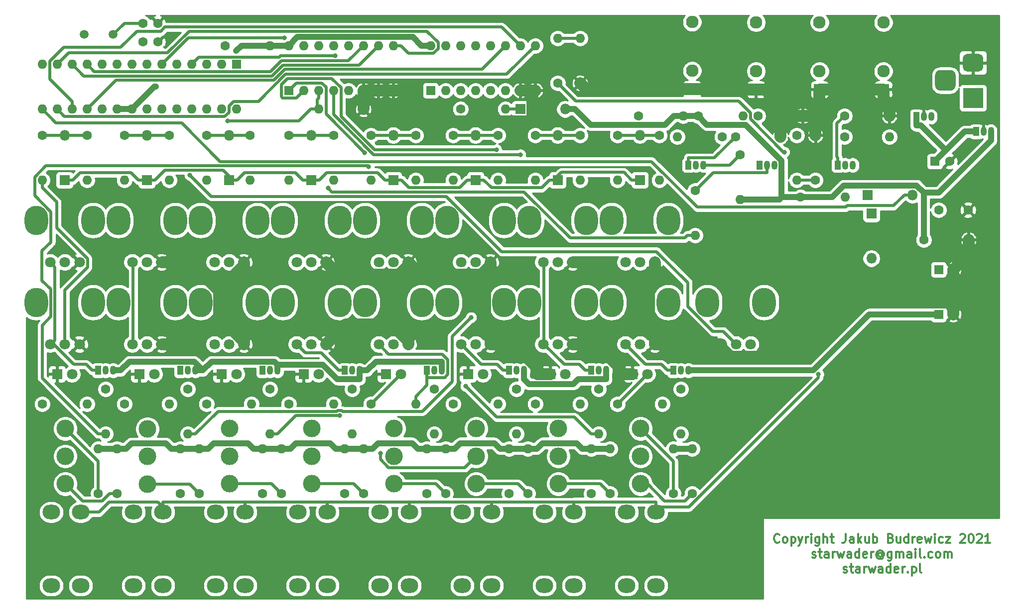
<source format=gbr>
%TF.GenerationSoftware,KiCad,Pcbnew,5.1.10-1.fc34*%
%TF.CreationDate,2021-07-16T04:01:23+02:00*%
%TF.ProjectId,sequencer8,73657175-656e-4636-9572-382e6b696361,rev?*%
%TF.SameCoordinates,Original*%
%TF.FileFunction,Copper,L1,Top*%
%TF.FilePolarity,Positive*%
%FSLAX46Y46*%
G04 Gerber Fmt 4.6, Leading zero omitted, Abs format (unit mm)*
G04 Created by KiCad (PCBNEW 5.1.10-1.fc34) date 2021-07-16 04:01:23*
%MOMM*%
%LPD*%
G01*
G04 APERTURE LIST*
%TA.AperFunction,NonConductor*%
%ADD10C,0.300000*%
%TD*%
%TA.AperFunction,ComponentPad*%
%ADD11C,1.600000*%
%TD*%
%TA.AperFunction,WasherPad*%
%ADD12O,4.000000X5.000000*%
%TD*%
%TA.AperFunction,ComponentPad*%
%ADD13C,1.800000*%
%TD*%
%TA.AperFunction,ComponentPad*%
%ADD14R,1.600000X1.600000*%
%TD*%
%TA.AperFunction,ComponentPad*%
%ADD15O,1.600000X1.600000*%
%TD*%
%TA.AperFunction,ComponentPad*%
%ADD16R,1.050000X1.500000*%
%TD*%
%TA.AperFunction,ComponentPad*%
%ADD17O,1.050000X1.500000*%
%TD*%
%TA.AperFunction,ComponentPad*%
%ADD18R,1.800000X1.800000*%
%TD*%
%TA.AperFunction,ComponentPad*%
%ADD19O,1.800000X1.800000*%
%TD*%
%TA.AperFunction,ComponentPad*%
%ADD20C,1.500000*%
%TD*%
%TA.AperFunction,ComponentPad*%
%ADD21R,3.500000X3.500000*%
%TD*%
%TA.AperFunction,ComponentPad*%
%ADD22C,2.997200*%
%TD*%
%TA.AperFunction,ComponentPad*%
%ADD23C,2.130000*%
%TD*%
%TA.AperFunction,ComponentPad*%
%ADD24R,1.930000X1.830000*%
%TD*%
%TA.AperFunction,ComponentPad*%
%ADD25O,3.000000X2.500000*%
%TD*%
%TA.AperFunction,ViaPad*%
%ADD26C,0.800000*%
%TD*%
%TA.AperFunction,Conductor*%
%ADD27C,1.000000*%
%TD*%
%TA.AperFunction,Conductor*%
%ADD28C,2.000000*%
%TD*%
%TA.AperFunction,Conductor*%
%ADD29C,0.500000*%
%TD*%
%TA.AperFunction,Conductor*%
%ADD30C,0.254000*%
%TD*%
%TA.AperFunction,Conductor*%
%ADD31C,0.100000*%
%TD*%
G04 APERTURE END LIST*
D10*
X220584514Y-103471914D02*
X220513085Y-103543342D01*
X220298800Y-103614771D01*
X220155942Y-103614771D01*
X219941657Y-103543342D01*
X219798800Y-103400485D01*
X219727371Y-103257628D01*
X219655942Y-102971914D01*
X219655942Y-102757628D01*
X219727371Y-102471914D01*
X219798800Y-102329057D01*
X219941657Y-102186200D01*
X220155942Y-102114771D01*
X220298800Y-102114771D01*
X220513085Y-102186200D01*
X220584514Y-102257628D01*
X221441657Y-103614771D02*
X221298800Y-103543342D01*
X221227371Y-103471914D01*
X221155942Y-103329057D01*
X221155942Y-102900485D01*
X221227371Y-102757628D01*
X221298800Y-102686200D01*
X221441657Y-102614771D01*
X221655942Y-102614771D01*
X221798800Y-102686200D01*
X221870228Y-102757628D01*
X221941657Y-102900485D01*
X221941657Y-103329057D01*
X221870228Y-103471914D01*
X221798800Y-103543342D01*
X221655942Y-103614771D01*
X221441657Y-103614771D01*
X222584514Y-102614771D02*
X222584514Y-104114771D01*
X222584514Y-102686200D02*
X222727371Y-102614771D01*
X223013085Y-102614771D01*
X223155942Y-102686200D01*
X223227371Y-102757628D01*
X223298800Y-102900485D01*
X223298800Y-103329057D01*
X223227371Y-103471914D01*
X223155942Y-103543342D01*
X223013085Y-103614771D01*
X222727371Y-103614771D01*
X222584514Y-103543342D01*
X223798800Y-102614771D02*
X224155942Y-103614771D01*
X224513085Y-102614771D02*
X224155942Y-103614771D01*
X224013085Y-103971914D01*
X223941657Y-104043342D01*
X223798800Y-104114771D01*
X225084514Y-103614771D02*
X225084514Y-102614771D01*
X225084514Y-102900485D02*
X225155942Y-102757628D01*
X225227371Y-102686200D01*
X225370228Y-102614771D01*
X225513085Y-102614771D01*
X226013085Y-103614771D02*
X226013085Y-102614771D01*
X226013085Y-102114771D02*
X225941657Y-102186200D01*
X226013085Y-102257628D01*
X226084514Y-102186200D01*
X226013085Y-102114771D01*
X226013085Y-102257628D01*
X227370228Y-102614771D02*
X227370228Y-103829057D01*
X227298800Y-103971914D01*
X227227371Y-104043342D01*
X227084514Y-104114771D01*
X226870228Y-104114771D01*
X226727371Y-104043342D01*
X227370228Y-103543342D02*
X227227371Y-103614771D01*
X226941657Y-103614771D01*
X226798800Y-103543342D01*
X226727371Y-103471914D01*
X226655942Y-103329057D01*
X226655942Y-102900485D01*
X226727371Y-102757628D01*
X226798800Y-102686200D01*
X226941657Y-102614771D01*
X227227371Y-102614771D01*
X227370228Y-102686200D01*
X228084514Y-103614771D02*
X228084514Y-102114771D01*
X228727371Y-103614771D02*
X228727371Y-102829057D01*
X228655942Y-102686200D01*
X228513085Y-102614771D01*
X228298800Y-102614771D01*
X228155942Y-102686200D01*
X228084514Y-102757628D01*
X229227371Y-102614771D02*
X229798800Y-102614771D01*
X229441657Y-102114771D02*
X229441657Y-103400485D01*
X229513085Y-103543342D01*
X229655942Y-103614771D01*
X229798800Y-103614771D01*
X231870228Y-102114771D02*
X231870228Y-103186200D01*
X231798800Y-103400485D01*
X231655942Y-103543342D01*
X231441657Y-103614771D01*
X231298800Y-103614771D01*
X233227371Y-103614771D02*
X233227371Y-102829057D01*
X233155942Y-102686200D01*
X233013085Y-102614771D01*
X232727371Y-102614771D01*
X232584514Y-102686200D01*
X233227371Y-103543342D02*
X233084514Y-103614771D01*
X232727371Y-103614771D01*
X232584514Y-103543342D01*
X232513085Y-103400485D01*
X232513085Y-103257628D01*
X232584514Y-103114771D01*
X232727371Y-103043342D01*
X233084514Y-103043342D01*
X233227371Y-102971914D01*
X233941657Y-103614771D02*
X233941657Y-102114771D01*
X234084514Y-103043342D02*
X234513085Y-103614771D01*
X234513085Y-102614771D02*
X233941657Y-103186200D01*
X235798800Y-102614771D02*
X235798800Y-103614771D01*
X235155942Y-102614771D02*
X235155942Y-103400485D01*
X235227371Y-103543342D01*
X235370228Y-103614771D01*
X235584514Y-103614771D01*
X235727371Y-103543342D01*
X235798800Y-103471914D01*
X236513085Y-103614771D02*
X236513085Y-102114771D01*
X236513085Y-102686200D02*
X236655942Y-102614771D01*
X236941657Y-102614771D01*
X237084514Y-102686200D01*
X237155942Y-102757628D01*
X237227371Y-102900485D01*
X237227371Y-103329057D01*
X237155942Y-103471914D01*
X237084514Y-103543342D01*
X236941657Y-103614771D01*
X236655942Y-103614771D01*
X236513085Y-103543342D01*
X239513085Y-102829057D02*
X239727371Y-102900485D01*
X239798800Y-102971914D01*
X239870228Y-103114771D01*
X239870228Y-103329057D01*
X239798800Y-103471914D01*
X239727371Y-103543342D01*
X239584514Y-103614771D01*
X239013085Y-103614771D01*
X239013085Y-102114771D01*
X239513085Y-102114771D01*
X239655942Y-102186200D01*
X239727371Y-102257628D01*
X239798800Y-102400485D01*
X239798800Y-102543342D01*
X239727371Y-102686200D01*
X239655942Y-102757628D01*
X239513085Y-102829057D01*
X239013085Y-102829057D01*
X241155942Y-102614771D02*
X241155942Y-103614771D01*
X240513085Y-102614771D02*
X240513085Y-103400485D01*
X240584514Y-103543342D01*
X240727371Y-103614771D01*
X240941657Y-103614771D01*
X241084514Y-103543342D01*
X241155942Y-103471914D01*
X242513085Y-103614771D02*
X242513085Y-102114771D01*
X242513085Y-103543342D02*
X242370228Y-103614771D01*
X242084514Y-103614771D01*
X241941657Y-103543342D01*
X241870228Y-103471914D01*
X241798800Y-103329057D01*
X241798800Y-102900485D01*
X241870228Y-102757628D01*
X241941657Y-102686200D01*
X242084514Y-102614771D01*
X242370228Y-102614771D01*
X242513085Y-102686200D01*
X243227371Y-103614771D02*
X243227371Y-102614771D01*
X243227371Y-102900485D02*
X243298800Y-102757628D01*
X243370228Y-102686200D01*
X243513085Y-102614771D01*
X243655942Y-102614771D01*
X244727371Y-103543342D02*
X244584514Y-103614771D01*
X244298800Y-103614771D01*
X244155942Y-103543342D01*
X244084514Y-103400485D01*
X244084514Y-102829057D01*
X244155942Y-102686200D01*
X244298800Y-102614771D01*
X244584514Y-102614771D01*
X244727371Y-102686200D01*
X244798800Y-102829057D01*
X244798800Y-102971914D01*
X244084514Y-103114771D01*
X245298800Y-102614771D02*
X245584514Y-103614771D01*
X245870228Y-102900485D01*
X246155942Y-103614771D01*
X246441657Y-102614771D01*
X247013085Y-103614771D02*
X247013085Y-102614771D01*
X247013085Y-102114771D02*
X246941657Y-102186200D01*
X247013085Y-102257628D01*
X247084514Y-102186200D01*
X247013085Y-102114771D01*
X247013085Y-102257628D01*
X248370228Y-103543342D02*
X248227371Y-103614771D01*
X247941657Y-103614771D01*
X247798800Y-103543342D01*
X247727371Y-103471914D01*
X247655942Y-103329057D01*
X247655942Y-102900485D01*
X247727371Y-102757628D01*
X247798800Y-102686200D01*
X247941657Y-102614771D01*
X248227371Y-102614771D01*
X248370228Y-102686200D01*
X248870228Y-102614771D02*
X249655942Y-102614771D01*
X248870228Y-103614771D01*
X249655942Y-103614771D01*
X251298800Y-102257628D02*
X251370228Y-102186200D01*
X251513085Y-102114771D01*
X251870228Y-102114771D01*
X252013085Y-102186200D01*
X252084514Y-102257628D01*
X252155942Y-102400485D01*
X252155942Y-102543342D01*
X252084514Y-102757628D01*
X251227371Y-103614771D01*
X252155942Y-103614771D01*
X253084514Y-102114771D02*
X253227371Y-102114771D01*
X253370228Y-102186200D01*
X253441657Y-102257628D01*
X253513085Y-102400485D01*
X253584514Y-102686200D01*
X253584514Y-103043342D01*
X253513085Y-103329057D01*
X253441657Y-103471914D01*
X253370228Y-103543342D01*
X253227371Y-103614771D01*
X253084514Y-103614771D01*
X252941657Y-103543342D01*
X252870228Y-103471914D01*
X252798800Y-103329057D01*
X252727371Y-103043342D01*
X252727371Y-102686200D01*
X252798800Y-102400485D01*
X252870228Y-102257628D01*
X252941657Y-102186200D01*
X253084514Y-102114771D01*
X254155942Y-102257628D02*
X254227371Y-102186200D01*
X254370228Y-102114771D01*
X254727371Y-102114771D01*
X254870228Y-102186200D01*
X254941657Y-102257628D01*
X255013085Y-102400485D01*
X255013085Y-102543342D01*
X254941657Y-102757628D01*
X254084514Y-103614771D01*
X255013085Y-103614771D01*
X256441657Y-103614771D02*
X255584514Y-103614771D01*
X256013085Y-103614771D02*
X256013085Y-102114771D01*
X255870228Y-102329057D01*
X255727371Y-102471914D01*
X255584514Y-102543342D01*
X226155942Y-106093342D02*
X226298800Y-106164771D01*
X226584514Y-106164771D01*
X226727371Y-106093342D01*
X226798800Y-105950485D01*
X226798800Y-105879057D01*
X226727371Y-105736200D01*
X226584514Y-105664771D01*
X226370228Y-105664771D01*
X226227371Y-105593342D01*
X226155942Y-105450485D01*
X226155942Y-105379057D01*
X226227371Y-105236200D01*
X226370228Y-105164771D01*
X226584514Y-105164771D01*
X226727371Y-105236200D01*
X227227371Y-105164771D02*
X227798800Y-105164771D01*
X227441657Y-104664771D02*
X227441657Y-105950485D01*
X227513085Y-106093342D01*
X227655942Y-106164771D01*
X227798800Y-106164771D01*
X228941657Y-106164771D02*
X228941657Y-105379057D01*
X228870228Y-105236200D01*
X228727371Y-105164771D01*
X228441657Y-105164771D01*
X228298800Y-105236200D01*
X228941657Y-106093342D02*
X228798800Y-106164771D01*
X228441657Y-106164771D01*
X228298800Y-106093342D01*
X228227371Y-105950485D01*
X228227371Y-105807628D01*
X228298800Y-105664771D01*
X228441657Y-105593342D01*
X228798800Y-105593342D01*
X228941657Y-105521914D01*
X229655942Y-106164771D02*
X229655942Y-105164771D01*
X229655942Y-105450485D02*
X229727371Y-105307628D01*
X229798800Y-105236200D01*
X229941657Y-105164771D01*
X230084514Y-105164771D01*
X230441657Y-105164771D02*
X230727371Y-106164771D01*
X231013085Y-105450485D01*
X231298800Y-106164771D01*
X231584514Y-105164771D01*
X232798800Y-106164771D02*
X232798800Y-105379057D01*
X232727371Y-105236200D01*
X232584514Y-105164771D01*
X232298800Y-105164771D01*
X232155942Y-105236200D01*
X232798800Y-106093342D02*
X232655942Y-106164771D01*
X232298800Y-106164771D01*
X232155942Y-106093342D01*
X232084514Y-105950485D01*
X232084514Y-105807628D01*
X232155942Y-105664771D01*
X232298800Y-105593342D01*
X232655942Y-105593342D01*
X232798800Y-105521914D01*
X234155942Y-106164771D02*
X234155942Y-104664771D01*
X234155942Y-106093342D02*
X234013085Y-106164771D01*
X233727371Y-106164771D01*
X233584514Y-106093342D01*
X233513085Y-106021914D01*
X233441657Y-105879057D01*
X233441657Y-105450485D01*
X233513085Y-105307628D01*
X233584514Y-105236200D01*
X233727371Y-105164771D01*
X234013085Y-105164771D01*
X234155942Y-105236200D01*
X235441657Y-106093342D02*
X235298800Y-106164771D01*
X235013085Y-106164771D01*
X234870228Y-106093342D01*
X234798800Y-105950485D01*
X234798800Y-105379057D01*
X234870228Y-105236200D01*
X235013085Y-105164771D01*
X235298800Y-105164771D01*
X235441657Y-105236200D01*
X235513085Y-105379057D01*
X235513085Y-105521914D01*
X234798800Y-105664771D01*
X236155942Y-106164771D02*
X236155942Y-105164771D01*
X236155942Y-105450485D02*
X236227371Y-105307628D01*
X236298800Y-105236200D01*
X236441657Y-105164771D01*
X236584514Y-105164771D01*
X238013085Y-105450485D02*
X237941657Y-105379057D01*
X237798800Y-105307628D01*
X237655942Y-105307628D01*
X237513085Y-105379057D01*
X237441657Y-105450485D01*
X237370228Y-105593342D01*
X237370228Y-105736200D01*
X237441657Y-105879057D01*
X237513085Y-105950485D01*
X237655942Y-106021914D01*
X237798800Y-106021914D01*
X237941657Y-105950485D01*
X238013085Y-105879057D01*
X238013085Y-105307628D02*
X238013085Y-105879057D01*
X238084514Y-105950485D01*
X238155942Y-105950485D01*
X238298800Y-105879057D01*
X238370228Y-105736200D01*
X238370228Y-105379057D01*
X238227371Y-105164771D01*
X238013085Y-105021914D01*
X237727371Y-104950485D01*
X237441657Y-105021914D01*
X237227371Y-105164771D01*
X237084514Y-105379057D01*
X237013085Y-105664771D01*
X237084514Y-105950485D01*
X237227371Y-106164771D01*
X237441657Y-106307628D01*
X237727371Y-106379057D01*
X238013085Y-106307628D01*
X238227371Y-106164771D01*
X239655942Y-105164771D02*
X239655942Y-106379057D01*
X239584514Y-106521914D01*
X239513085Y-106593342D01*
X239370228Y-106664771D01*
X239155942Y-106664771D01*
X239013085Y-106593342D01*
X239655942Y-106093342D02*
X239513085Y-106164771D01*
X239227371Y-106164771D01*
X239084514Y-106093342D01*
X239013085Y-106021914D01*
X238941657Y-105879057D01*
X238941657Y-105450485D01*
X239013085Y-105307628D01*
X239084514Y-105236200D01*
X239227371Y-105164771D01*
X239513085Y-105164771D01*
X239655942Y-105236200D01*
X240370228Y-106164771D02*
X240370228Y-105164771D01*
X240370228Y-105307628D02*
X240441657Y-105236200D01*
X240584514Y-105164771D01*
X240798800Y-105164771D01*
X240941657Y-105236200D01*
X241013085Y-105379057D01*
X241013085Y-106164771D01*
X241013085Y-105379057D02*
X241084514Y-105236200D01*
X241227371Y-105164771D01*
X241441657Y-105164771D01*
X241584514Y-105236200D01*
X241655942Y-105379057D01*
X241655942Y-106164771D01*
X243013085Y-106164771D02*
X243013085Y-105379057D01*
X242941657Y-105236200D01*
X242798800Y-105164771D01*
X242513085Y-105164771D01*
X242370228Y-105236200D01*
X243013085Y-106093342D02*
X242870228Y-106164771D01*
X242513085Y-106164771D01*
X242370228Y-106093342D01*
X242298800Y-105950485D01*
X242298800Y-105807628D01*
X242370228Y-105664771D01*
X242513085Y-105593342D01*
X242870228Y-105593342D01*
X243013085Y-105521914D01*
X243727371Y-106164771D02*
X243727371Y-105164771D01*
X243727371Y-104664771D02*
X243655942Y-104736200D01*
X243727371Y-104807628D01*
X243798800Y-104736200D01*
X243727371Y-104664771D01*
X243727371Y-104807628D01*
X244655942Y-106164771D02*
X244513085Y-106093342D01*
X244441657Y-105950485D01*
X244441657Y-104664771D01*
X245227371Y-106021914D02*
X245298800Y-106093342D01*
X245227371Y-106164771D01*
X245155942Y-106093342D01*
X245227371Y-106021914D01*
X245227371Y-106164771D01*
X246584514Y-106093342D02*
X246441657Y-106164771D01*
X246155942Y-106164771D01*
X246013085Y-106093342D01*
X245941657Y-106021914D01*
X245870228Y-105879057D01*
X245870228Y-105450485D01*
X245941657Y-105307628D01*
X246013085Y-105236200D01*
X246155942Y-105164771D01*
X246441657Y-105164771D01*
X246584514Y-105236200D01*
X247441657Y-106164771D02*
X247298800Y-106093342D01*
X247227371Y-106021914D01*
X247155942Y-105879057D01*
X247155942Y-105450485D01*
X247227371Y-105307628D01*
X247298800Y-105236200D01*
X247441657Y-105164771D01*
X247655942Y-105164771D01*
X247798800Y-105236200D01*
X247870228Y-105307628D01*
X247941657Y-105450485D01*
X247941657Y-105879057D01*
X247870228Y-106021914D01*
X247798800Y-106093342D01*
X247655942Y-106164771D01*
X247441657Y-106164771D01*
X248584514Y-106164771D02*
X248584514Y-105164771D01*
X248584514Y-105307628D02*
X248655942Y-105236200D01*
X248798800Y-105164771D01*
X249013085Y-105164771D01*
X249155942Y-105236200D01*
X249227371Y-105379057D01*
X249227371Y-106164771D01*
X249227371Y-105379057D02*
X249298800Y-105236200D01*
X249441657Y-105164771D01*
X249655942Y-105164771D01*
X249798800Y-105236200D01*
X249870228Y-105379057D01*
X249870228Y-106164771D01*
X231477371Y-108643342D02*
X231620228Y-108714771D01*
X231905942Y-108714771D01*
X232048800Y-108643342D01*
X232120228Y-108500485D01*
X232120228Y-108429057D01*
X232048800Y-108286200D01*
X231905942Y-108214771D01*
X231691657Y-108214771D01*
X231548800Y-108143342D01*
X231477371Y-108000485D01*
X231477371Y-107929057D01*
X231548800Y-107786200D01*
X231691657Y-107714771D01*
X231905942Y-107714771D01*
X232048800Y-107786200D01*
X232548800Y-107714771D02*
X233120228Y-107714771D01*
X232763085Y-107214771D02*
X232763085Y-108500485D01*
X232834514Y-108643342D01*
X232977371Y-108714771D01*
X233120228Y-108714771D01*
X234263085Y-108714771D02*
X234263085Y-107929057D01*
X234191657Y-107786200D01*
X234048800Y-107714771D01*
X233763085Y-107714771D01*
X233620228Y-107786200D01*
X234263085Y-108643342D02*
X234120228Y-108714771D01*
X233763085Y-108714771D01*
X233620228Y-108643342D01*
X233548800Y-108500485D01*
X233548800Y-108357628D01*
X233620228Y-108214771D01*
X233763085Y-108143342D01*
X234120228Y-108143342D01*
X234263085Y-108071914D01*
X234977371Y-108714771D02*
X234977371Y-107714771D01*
X234977371Y-108000485D02*
X235048800Y-107857628D01*
X235120228Y-107786200D01*
X235263085Y-107714771D01*
X235405942Y-107714771D01*
X235763085Y-107714771D02*
X236048800Y-108714771D01*
X236334514Y-108000485D01*
X236620228Y-108714771D01*
X236905942Y-107714771D01*
X238120228Y-108714771D02*
X238120228Y-107929057D01*
X238048800Y-107786200D01*
X237905942Y-107714771D01*
X237620228Y-107714771D01*
X237477371Y-107786200D01*
X238120228Y-108643342D02*
X237977371Y-108714771D01*
X237620228Y-108714771D01*
X237477371Y-108643342D01*
X237405942Y-108500485D01*
X237405942Y-108357628D01*
X237477371Y-108214771D01*
X237620228Y-108143342D01*
X237977371Y-108143342D01*
X238120228Y-108071914D01*
X239477371Y-108714771D02*
X239477371Y-107214771D01*
X239477371Y-108643342D02*
X239334514Y-108714771D01*
X239048800Y-108714771D01*
X238905942Y-108643342D01*
X238834514Y-108571914D01*
X238763085Y-108429057D01*
X238763085Y-108000485D01*
X238834514Y-107857628D01*
X238905942Y-107786200D01*
X239048800Y-107714771D01*
X239334514Y-107714771D01*
X239477371Y-107786200D01*
X240763085Y-108643342D02*
X240620228Y-108714771D01*
X240334514Y-108714771D01*
X240191657Y-108643342D01*
X240120228Y-108500485D01*
X240120228Y-107929057D01*
X240191657Y-107786200D01*
X240334514Y-107714771D01*
X240620228Y-107714771D01*
X240763085Y-107786200D01*
X240834514Y-107929057D01*
X240834514Y-108071914D01*
X240120228Y-108214771D01*
X241477371Y-108714771D02*
X241477371Y-107714771D01*
X241477371Y-108000485D02*
X241548800Y-107857628D01*
X241620228Y-107786200D01*
X241763085Y-107714771D01*
X241905942Y-107714771D01*
X242405942Y-108571914D02*
X242477371Y-108643342D01*
X242405942Y-108714771D01*
X242334514Y-108643342D01*
X242405942Y-108571914D01*
X242405942Y-108714771D01*
X243120228Y-107714771D02*
X243120228Y-109214771D01*
X243120228Y-107786200D02*
X243263085Y-107714771D01*
X243548800Y-107714771D01*
X243691657Y-107786200D01*
X243763085Y-107857628D01*
X243834514Y-108000485D01*
X243834514Y-108429057D01*
X243763085Y-108571914D01*
X243691657Y-108643342D01*
X243548800Y-108714771D01*
X243263085Y-108714771D01*
X243120228Y-108643342D01*
X244691657Y-108714771D02*
X244548800Y-108643342D01*
X244477371Y-108500485D01*
X244477371Y-107214771D01*
D11*
%TO.P,C2,1*%
%TO.N,+12V*%
X247650000Y-46990000D03*
%TO.P,C2,2*%
%TO.N,GND*%
X252650000Y-46990000D03*
%TD*%
D12*
%TO.P,RV1,*%
%TO.N,*%
X217983000Y-62738000D03*
D13*
%TO.P,RV1,1*%
%TO.N,5vStab*%
X215697000Y-69850000D03*
%TO.P,RV1,2*%
%TO.N,Net-(RV1-Pad2)*%
X213197000Y-69850000D03*
%TO.P,RV1,3*%
%TO.N,GND*%
X210697000Y-69850000D03*
D12*
%TO.P,RV1,*%
%TO.N,*%
X208331000Y-62738000D03*
%TD*%
D11*
%TO.P,C3,2*%
%TO.N,GND*%
X250150000Y-64770000D03*
D14*
%TO.P,C3,1*%
%TO.N,12vStab*%
X247650000Y-64770000D03*
%TD*%
%TO.P,C4,1*%
%TO.N,5vStab*%
X247650000Y-57150000D03*
D11*
%TO.P,C4,2*%
%TO.N,GND*%
X250150000Y-57150000D03*
%TD*%
%TO.P,R60,1*%
%TO.N,Net-(Q10-Pad3)*%
X213868000Y-37592000D03*
D15*
%TO.P,R60,2*%
%TO.N,5vStab*%
X213868000Y-45212000D03*
%TD*%
D11*
%TO.P,R43,1*%
%TO.N,Net-(J3-PadT)*%
X231648000Y-30988000D03*
D15*
%TO.P,R43,2*%
%TO.N,GND*%
X239268000Y-30988000D03*
%TD*%
%TO.P,R41,2*%
%TO.N,Net-(Q9-Pad3)*%
X231775000Y-44831000D03*
D11*
%TO.P,R41,1*%
%TO.N,5vStab*%
X224155000Y-44831000D03*
%TD*%
D16*
%TO.P,Q9,1*%
%TO.N,Net-(J3-PadT)*%
X230505000Y-39370000D03*
D17*
%TO.P,Q9,3*%
%TO.N,Net-(Q9-Pad3)*%
X233045000Y-39370000D03*
%TO.P,Q9,2*%
%TO.N,Net-(Q9-Pad2)*%
X231775000Y-39370000D03*
%TD*%
D11*
%TO.P,R1,1*%
%TO.N,5vStab*%
X245110000Y-52070000D03*
D15*
%TO.P,R1,2*%
%TO.N,GND*%
X252730000Y-52070000D03*
%TD*%
%TO.P,R38,2*%
%TO.N,Net-(D1-Pad1)*%
X239268000Y-34544000D03*
D11*
%TO.P,R38,1*%
%TO.N,Net-(Q9-Pad2)*%
X231648000Y-34544000D03*
%TD*%
D15*
%TO.P,R64,2*%
%TO.N,Net-(R64-Pad2)*%
X206248000Y-51308000D03*
D11*
%TO.P,R64,1*%
%TO.N,Net-(Q11-Pad2)*%
X206248000Y-43688000D03*
%TD*%
D14*
%TO.P,C1,1*%
%TO.N,+12V*%
X247015000Y-38735000D03*
D11*
%TO.P,C1,2*%
%TO.N,GND*%
X249515000Y-38735000D03*
%TD*%
D17*
%TO.P,U1,2*%
%TO.N,GND*%
X245110000Y-31115000D03*
%TO.P,U1,3*%
%TO.N,12vStab*%
X246380000Y-31115000D03*
D16*
%TO.P,U1,1*%
%TO.N,+12V*%
X243840000Y-31115000D03*
%TD*%
D17*
%TO.P,Q11,2*%
%TO.N,Net-(Q11-Pad2)*%
X218440000Y-39370000D03*
%TO.P,Q11,3*%
%TO.N,Net-(Q11-Pad3)*%
X219710000Y-39370000D03*
D16*
%TO.P,Q11,1*%
%TO.N,Net-(J5-PadT)*%
X217170000Y-39370000D03*
%TD*%
D15*
%TO.P,R40,2*%
%TO.N,GND*%
X226695000Y-34290000D03*
D11*
%TO.P,R40,1*%
%TO.N,Net-(D11-Pad1)*%
X226695000Y-41910000D03*
%TD*%
D15*
%TO.P,R62,2*%
%TO.N,GND*%
X220726000Y-34544000D03*
D11*
%TO.P,R62,1*%
%TO.N,Net-(Q10-Pad1)*%
X213106000Y-34544000D03*
%TD*%
D18*
%TO.P,D1,1*%
%TO.N,Net-(D1-Pad1)*%
X235585000Y-44450000D03*
D19*
%TO.P,D1,2*%
%TO.N,Net-(D1-Pad2)*%
X243205000Y-44450000D03*
%TD*%
D15*
%TO.P,R63,2*%
%TO.N,Net-(Q11-Pad3)*%
X214376000Y-30988000D03*
D11*
%TO.P,R63,1*%
%TO.N,5vStab*%
X206756000Y-30988000D03*
%TD*%
D16*
%TO.P,U2,1*%
%TO.N,+12V*%
X254000000Y-33655000D03*
D17*
%TO.P,U2,3*%
%TO.N,5vStab*%
X256540000Y-33655000D03*
%TO.P,U2,2*%
%TO.N,GND*%
X255270000Y-33655000D03*
%TD*%
D11*
%TO.P,R65,1*%
%TO.N,Net-(J5-PadT)*%
X216916000Y-30988000D03*
D15*
%TO.P,R65,2*%
%TO.N,GND*%
X224536000Y-30988000D03*
%TD*%
%TO.P,R61,2*%
%TO.N,Net-(Q10-Pad2)*%
X203200000Y-34544000D03*
D11*
%TO.P,R61,1*%
%TO.N,Net-(J4-PadT)*%
X210820000Y-34544000D03*
%TD*%
%TO.P,R42,1*%
%TO.N,Net-(J2-PadT)*%
X223520000Y-34290000D03*
D15*
%TO.P,R42,2*%
%TO.N,Net-(D11-Pad1)*%
X223520000Y-41910000D03*
%TD*%
D19*
%TO.P,D2,2*%
%TO.N,Net-(D2-Pad2)*%
X236220000Y-55245000D03*
D18*
%TO.P,D2,1*%
%TO.N,Net-(D1-Pad1)*%
X236220000Y-47625000D03*
%TD*%
%TO.P,D4,1*%
%TO.N,GND*%
X97790000Y-74930000D03*
D13*
%TO.P,D4,2*%
%TO.N,Net-(D4-Pad2)*%
X100330000Y-74930000D03*
%TD*%
%TO.P,D6,2*%
%TO.N,Net-(D6-Pad2)*%
X114300000Y-74930000D03*
D18*
%TO.P,D6,1*%
%TO.N,GND*%
X111760000Y-74930000D03*
%TD*%
%TO.P,D8,1*%
%TO.N,GND*%
X125730000Y-74930000D03*
D13*
%TO.P,D8,2*%
%TO.N,Net-(D8-Pad2)*%
X128270000Y-74930000D03*
%TD*%
%TO.P,D10,2*%
%TO.N,Net-(D10-Pad2)*%
X142240000Y-74930000D03*
D18*
%TO.P,D10,1*%
%TO.N,GND*%
X139700000Y-74930000D03*
%TD*%
D13*
%TO.P,D12,2*%
%TO.N,Net-(D12-Pad2)*%
X156210000Y-74930000D03*
D18*
%TO.P,D12,1*%
%TO.N,GND*%
X153670000Y-74930000D03*
%TD*%
%TO.P,D14,1*%
%TO.N,GND*%
X167640000Y-74930000D03*
D13*
%TO.P,D14,2*%
%TO.N,Net-(D14-Pad2)*%
X170180000Y-74930000D03*
%TD*%
D18*
%TO.P,D16,1*%
%TO.N,GND*%
X181610000Y-74930000D03*
D13*
%TO.P,D16,2*%
%TO.N,Net-(D16-Pad2)*%
X184150000Y-74930000D03*
%TD*%
%TO.P,D18,2*%
%TO.N,Net-(D18-Pad2)*%
X198120000Y-74930000D03*
D18*
%TO.P,D18,1*%
%TO.N,GND*%
X195580000Y-74930000D03*
%TD*%
D17*
%TO.P,Q1,2*%
%TO.N,Net-(Q1-Pad2)*%
X106045000Y-74295000D03*
%TO.P,Q1,3*%
%TO.N,12vStab*%
X107315000Y-74295000D03*
D16*
%TO.P,Q1,1*%
%TO.N,Net-(Q1-Pad1)*%
X104775000Y-74295000D03*
%TD*%
D17*
%TO.P,Q2,2*%
%TO.N,Net-(Q2-Pad2)*%
X120015000Y-74295000D03*
%TO.P,Q2,3*%
%TO.N,12vStab*%
X121285000Y-74295000D03*
D16*
%TO.P,Q2,1*%
%TO.N,Net-(Q2-Pad1)*%
X118745000Y-74295000D03*
%TD*%
D17*
%TO.P,Q3,2*%
%TO.N,Net-(Q3-Pad2)*%
X133985000Y-74295000D03*
%TO.P,Q3,3*%
%TO.N,12vStab*%
X135255000Y-74295000D03*
D16*
%TO.P,Q3,1*%
%TO.N,Net-(Q3-Pad1)*%
X132715000Y-74295000D03*
%TD*%
%TO.P,Q4,1*%
%TO.N,Net-(Q4-Pad1)*%
X146685000Y-74295000D03*
D17*
%TO.P,Q4,3*%
%TO.N,12vStab*%
X149225000Y-74295000D03*
%TO.P,Q4,2*%
%TO.N,Net-(Q4-Pad2)*%
X147955000Y-74295000D03*
%TD*%
D16*
%TO.P,Q5,1*%
%TO.N,Net-(Q5-Pad1)*%
X160655000Y-74295000D03*
D17*
%TO.P,Q5,3*%
%TO.N,12vStab*%
X163195000Y-74295000D03*
%TO.P,Q5,2*%
%TO.N,Net-(Q5-Pad2)*%
X161925000Y-74295000D03*
%TD*%
%TO.P,Q6,2*%
%TO.N,Net-(Q6-Pad2)*%
X175895000Y-74295000D03*
%TO.P,Q6,3*%
%TO.N,12vStab*%
X177165000Y-74295000D03*
D16*
%TO.P,Q6,1*%
%TO.N,Net-(Q6-Pad1)*%
X174625000Y-74295000D03*
%TD*%
%TO.P,Q7,1*%
%TO.N,Net-(Q7-Pad1)*%
X188595000Y-74295000D03*
D17*
%TO.P,Q7,3*%
%TO.N,12vStab*%
X191135000Y-74295000D03*
%TO.P,Q7,2*%
%TO.N,Net-(Q7-Pad2)*%
X189865000Y-74295000D03*
%TD*%
%TO.P,Q8,2*%
%TO.N,Net-(Q8-Pad2)*%
X203835000Y-74295000D03*
%TO.P,Q8,3*%
%TO.N,12vStab*%
X205105000Y-74295000D03*
D16*
%TO.P,Q8,1*%
%TO.N,Net-(Q8-Pad1)*%
X202565000Y-74295000D03*
%TD*%
%TO.P,Q10,1*%
%TO.N,Net-(Q10-Pad1)*%
X205105000Y-39370000D03*
D17*
%TO.P,Q10,3*%
%TO.N,Net-(Q10-Pad3)*%
X207645000Y-39370000D03*
%TO.P,Q10,2*%
%TO.N,Net-(Q10-Pad2)*%
X206375000Y-39370000D03*
%TD*%
D15*
%TO.P,R2,2*%
%TO.N,5vStab*%
X133985000Y-19050000D03*
D11*
%TO.P,R2,1*%
%TO.N,Net-(R2-Pad1)*%
X126365000Y-19050000D03*
%TD*%
%TO.P,R3,1*%
%TO.N,Net-(D2-Pad2)*%
X182880000Y-25400000D03*
D15*
%TO.P,R3,2*%
%TO.N,Net-(R11-Pad2)*%
X182880000Y-17780000D03*
%TD*%
%TO.P,R4,2*%
%TO.N,Net-(D3-Pad1)*%
X173990000Y-29845000D03*
D11*
%TO.P,R4,1*%
%TO.N,Net-(R4-Pad1)*%
X166370000Y-29845000D03*
%TD*%
%TO.P,R5,1*%
%TO.N,Net-(Q1-Pad2)*%
X106045000Y-77470000D03*
D15*
%TO.P,R5,2*%
%TO.N,Net-(R5-Pad2)*%
X106045000Y-85090000D03*
%TD*%
D11*
%TO.P,R6,1*%
%TO.N,Net-(D4-Pad2)*%
X95250000Y-80010000D03*
D15*
%TO.P,R6,2*%
%TO.N,Net-(Q1-Pad1)*%
X102870000Y-80010000D03*
%TD*%
D11*
%TO.P,R7,1*%
%TO.N,Net-(D5-Pad2)*%
X95250000Y-34290000D03*
D15*
%TO.P,R7,2*%
%TO.N,Net-(R7-Pad2)*%
X95250000Y-41910000D03*
%TD*%
%TO.P,R8,2*%
%TO.N,Net-(R8-Pad2)*%
X120015000Y-85090000D03*
D11*
%TO.P,R8,1*%
%TO.N,Net-(Q2-Pad2)*%
X120015000Y-77470000D03*
%TD*%
%TO.P,R9,1*%
%TO.N,Net-(D5-Pad2)*%
X102870000Y-34290000D03*
D15*
%TO.P,R9,2*%
%TO.N,Net-(R9-Pad2)*%
X102870000Y-41910000D03*
%TD*%
D11*
%TO.P,R10,1*%
%TO.N,Net-(D6-Pad2)*%
X109220000Y-80010000D03*
D15*
%TO.P,R10,2*%
%TO.N,Net-(Q2-Pad1)*%
X116840000Y-80010000D03*
%TD*%
D11*
%TO.P,R11,1*%
%TO.N,GND*%
X186690000Y-25400000D03*
D15*
%TO.P,R11,2*%
%TO.N,Net-(R11-Pad2)*%
X186690000Y-17780000D03*
%TD*%
D11*
%TO.P,R12,1*%
%TO.N,Net-(D7-Pad2)*%
X109220000Y-34290000D03*
D15*
%TO.P,R12,2*%
%TO.N,Net-(R12-Pad2)*%
X109220000Y-41910000D03*
%TD*%
%TO.P,R13,2*%
%TO.N,Net-(R13-Pad2)*%
X133985000Y-85090000D03*
D11*
%TO.P,R13,1*%
%TO.N,Net-(Q3-Pad2)*%
X133985000Y-77470000D03*
%TD*%
D15*
%TO.P,R14,2*%
%TO.N,Net-(R14-Pad2)*%
X116840000Y-41910000D03*
D11*
%TO.P,R14,1*%
%TO.N,Net-(D7-Pad2)*%
X116840000Y-34290000D03*
%TD*%
D15*
%TO.P,R15,2*%
%TO.N,Net-(Q3-Pad1)*%
X130810000Y-80010000D03*
D11*
%TO.P,R15,1*%
%TO.N,Net-(D8-Pad2)*%
X123190000Y-80010000D03*
%TD*%
D15*
%TO.P,R16,2*%
%TO.N,Net-(R16-Pad2)*%
X142240000Y-29845000D03*
D11*
%TO.P,R16,1*%
%TO.N,GND*%
X149860000Y-29845000D03*
%TD*%
D15*
%TO.P,R17,2*%
%TO.N,Net-(R17-Pad2)*%
X123190000Y-41910000D03*
D11*
%TO.P,R17,1*%
%TO.N,Net-(D9-Pad2)*%
X123190000Y-34290000D03*
%TD*%
D15*
%TO.P,R18,2*%
%TO.N,Net-(R18-Pad2)*%
X147955000Y-85090000D03*
D11*
%TO.P,R18,1*%
%TO.N,Net-(Q4-Pad2)*%
X147955000Y-77470000D03*
%TD*%
%TO.P,R19,1*%
%TO.N,Net-(D9-Pad2)*%
X130555000Y-34290000D03*
D15*
%TO.P,R19,2*%
%TO.N,Net-(R19-Pad2)*%
X130555000Y-41910000D03*
%TD*%
%TO.P,R20,2*%
%TO.N,Net-(Q4-Pad1)*%
X144780000Y-80010000D03*
D11*
%TO.P,R20,1*%
%TO.N,Net-(D10-Pad2)*%
X137160000Y-80010000D03*
%TD*%
%TO.P,R21,1*%
%TO.N,Net-(D11-Pad2)*%
X137160000Y-34290000D03*
D15*
%TO.P,R21,2*%
%TO.N,Net-(R21-Pad2)*%
X137160000Y-41910000D03*
%TD*%
%TO.P,R22,2*%
%TO.N,Net-(R22-Pad2)*%
X161925000Y-85090000D03*
D11*
%TO.P,R22,1*%
%TO.N,Net-(Q5-Pad2)*%
X161925000Y-77470000D03*
%TD*%
%TO.P,R23,1*%
%TO.N,Net-(D11-Pad2)*%
X144780000Y-34290000D03*
D15*
%TO.P,R23,2*%
%TO.N,Net-(R23-Pad2)*%
X144780000Y-41910000D03*
%TD*%
D11*
%TO.P,R24,1*%
%TO.N,Net-(D12-Pad2)*%
X151130000Y-80010000D03*
D15*
%TO.P,R24,2*%
%TO.N,Net-(Q5-Pad1)*%
X158750000Y-80010000D03*
%TD*%
D11*
%TO.P,R25,1*%
%TO.N,Net-(D13-Pad2)*%
X151130000Y-34290000D03*
D15*
%TO.P,R25,2*%
%TO.N,Net-(R25-Pad2)*%
X151130000Y-41910000D03*
%TD*%
D11*
%TO.P,R26,1*%
%TO.N,Net-(Q6-Pad2)*%
X175895000Y-77470000D03*
D15*
%TO.P,R26,2*%
%TO.N,Net-(R26-Pad2)*%
X175895000Y-85090000D03*
%TD*%
%TO.P,R27,2*%
%TO.N,Net-(R27-Pad2)*%
X158750000Y-41910000D03*
D11*
%TO.P,R27,1*%
%TO.N,Net-(D13-Pad2)*%
X158750000Y-34290000D03*
%TD*%
D15*
%TO.P,R28,2*%
%TO.N,Net-(Q6-Pad1)*%
X172720000Y-80010000D03*
D11*
%TO.P,R28,1*%
%TO.N,Net-(D14-Pad2)*%
X165100000Y-80010000D03*
%TD*%
%TO.P,R29,1*%
%TO.N,Net-(D15-Pad2)*%
X165100000Y-34290000D03*
D15*
%TO.P,R29,2*%
%TO.N,Net-(R29-Pad2)*%
X165100000Y-41910000D03*
%TD*%
%TO.P,R30,2*%
%TO.N,Net-(R30-Pad2)*%
X189865000Y-85090000D03*
D11*
%TO.P,R30,1*%
%TO.N,Net-(Q7-Pad2)*%
X189865000Y-77470000D03*
%TD*%
%TO.P,R31,1*%
%TO.N,Net-(D15-Pad2)*%
X172720000Y-34290000D03*
D15*
%TO.P,R31,2*%
%TO.N,Net-(R31-Pad2)*%
X172720000Y-41910000D03*
%TD*%
D11*
%TO.P,R32,1*%
%TO.N,Net-(D16-Pad2)*%
X179070000Y-80010000D03*
D15*
%TO.P,R32,2*%
%TO.N,Net-(Q7-Pad1)*%
X186690000Y-80010000D03*
%TD*%
D11*
%TO.P,R33,1*%
%TO.N,Net-(D17-Pad2)*%
X179070000Y-34290000D03*
D15*
%TO.P,R33,2*%
%TO.N,Net-(R33-Pad2)*%
X179070000Y-41910000D03*
%TD*%
D11*
%TO.P,R34,1*%
%TO.N,Net-(Q8-Pad2)*%
X203835000Y-77470000D03*
D15*
%TO.P,R34,2*%
%TO.N,Net-(R34-Pad2)*%
X203835000Y-85090000D03*
%TD*%
%TO.P,R35,2*%
%TO.N,Net-(R35-Pad2)*%
X186690000Y-41910000D03*
D11*
%TO.P,R35,1*%
%TO.N,Net-(D17-Pad2)*%
X186690000Y-34290000D03*
%TD*%
D15*
%TO.P,R36,2*%
%TO.N,Net-(Q8-Pad1)*%
X200660000Y-80010000D03*
D11*
%TO.P,R36,1*%
%TO.N,Net-(D18-Pad2)*%
X193040000Y-80010000D03*
%TD*%
D15*
%TO.P,R37,2*%
%TO.N,Net-(R37-Pad2)*%
X193040000Y-41910000D03*
D11*
%TO.P,R37,1*%
%TO.N,Net-(D19-Pad2)*%
X193040000Y-34290000D03*
%TD*%
%TO.P,R39,1*%
%TO.N,Net-(D19-Pad2)*%
X200152000Y-34290000D03*
D15*
%TO.P,R39,2*%
%TO.N,Net-(R39-Pad2)*%
X200152000Y-41910000D03*
%TD*%
D11*
%TO.P,R44,1*%
%TO.N,Net-(R44-Pad1)*%
X104775000Y-95250000D03*
D15*
%TO.P,R44,2*%
%TO.N,5vStab*%
X104775000Y-87630000D03*
%TD*%
%TO.P,R45,2*%
%TO.N,5vStab*%
X107950000Y-87630000D03*
D11*
%TO.P,R45,1*%
%TO.N,Net-(R45-Pad1)*%
X107950000Y-95250000D03*
%TD*%
D15*
%TO.P,R46,2*%
%TO.N,5vStab*%
X118745000Y-87630000D03*
D11*
%TO.P,R46,1*%
%TO.N,Net-(R46-Pad1)*%
X118745000Y-95250000D03*
%TD*%
%TO.P,R47,1*%
%TO.N,Net-(R47-Pad1)*%
X121920000Y-95250000D03*
D15*
%TO.P,R47,2*%
%TO.N,5vStab*%
X121920000Y-87630000D03*
%TD*%
D11*
%TO.P,R48,1*%
%TO.N,Net-(R48-Pad1)*%
X132715000Y-95250000D03*
D15*
%TO.P,R48,2*%
%TO.N,5vStab*%
X132715000Y-87630000D03*
%TD*%
D11*
%TO.P,R49,1*%
%TO.N,Net-(R49-Pad1)*%
X135890000Y-95250000D03*
D15*
%TO.P,R49,2*%
%TO.N,5vStab*%
X135890000Y-87630000D03*
%TD*%
%TO.P,R50,2*%
%TO.N,5vStab*%
X146685000Y-87630000D03*
D11*
%TO.P,R50,1*%
%TO.N,Net-(R50-Pad1)*%
X146685000Y-95250000D03*
%TD*%
%TO.P,R51,1*%
%TO.N,Net-(R51-Pad1)*%
X149860000Y-95250000D03*
D15*
%TO.P,R51,2*%
%TO.N,5vStab*%
X149860000Y-87630000D03*
%TD*%
D11*
%TO.P,R52,1*%
%TO.N,Net-(R52-Pad1)*%
X160655000Y-95250000D03*
D15*
%TO.P,R52,2*%
%TO.N,5vStab*%
X160655000Y-87630000D03*
%TD*%
%TO.P,R53,2*%
%TO.N,5vStab*%
X163830000Y-87630000D03*
D11*
%TO.P,R53,1*%
%TO.N,Net-(R53-Pad1)*%
X163830000Y-95250000D03*
%TD*%
%TO.P,R54,1*%
%TO.N,Net-(R54-Pad1)*%
X174625000Y-95250000D03*
D15*
%TO.P,R54,2*%
%TO.N,5vStab*%
X174625000Y-87630000D03*
%TD*%
%TO.P,R55,2*%
%TO.N,5vStab*%
X177800000Y-87630000D03*
D11*
%TO.P,R55,1*%
%TO.N,Net-(R55-Pad1)*%
X177800000Y-95250000D03*
%TD*%
D15*
%TO.P,R56,2*%
%TO.N,5vStab*%
X188595000Y-87630000D03*
D11*
%TO.P,R56,1*%
%TO.N,Net-(R56-Pad1)*%
X188595000Y-95250000D03*
%TD*%
%TO.P,R57,1*%
%TO.N,Net-(R57-Pad1)*%
X191770000Y-95250000D03*
D15*
%TO.P,R57,2*%
%TO.N,5vStab*%
X191770000Y-87630000D03*
%TD*%
%TO.P,R58,2*%
%TO.N,5vStab*%
X202565000Y-87630000D03*
D11*
%TO.P,R58,1*%
%TO.N,Net-(R58-Pad1)*%
X202565000Y-95250000D03*
%TD*%
D15*
%TO.P,R59,2*%
%TO.N,5vStab*%
X205740000Y-87630000D03*
D11*
%TO.P,R59,1*%
%TO.N,Net-(R59-Pad1)*%
X205740000Y-95250000D03*
%TD*%
D14*
%TO.P,U3,1*%
%TO.N,Net-(R2-Pad1)*%
X128270000Y-22225000D03*
D15*
%TO.P,U3,15*%
%TO.N,Net-(D1-Pad2)*%
X95250000Y-29845000D03*
%TO.P,U3,2*%
%TO.N,N/C*%
X125730000Y-22225000D03*
%TO.P,U3,16*%
%TO.N,Net-(U3-Pad16)*%
X97790000Y-29845000D03*
%TO.P,U3,3*%
%TO.N,N/C*%
X123190000Y-22225000D03*
%TO.P,U3,17*%
%TO.N,Net-(U3-Pad17)*%
X100330000Y-29845000D03*
%TO.P,U3,4*%
%TO.N,Net-(Q10-Pad1)*%
X120650000Y-22225000D03*
%TO.P,U3,18*%
%TO.N,Net-(U3-Pad18)*%
X102870000Y-29845000D03*
%TO.P,U3,5*%
%TO.N,N/C*%
X118110000Y-22225000D03*
%TO.P,U3,19*%
X105410000Y-29845000D03*
%TO.P,U3,6*%
%TO.N,Net-(R64-Pad2)*%
X115570000Y-22225000D03*
%TO.P,U3,20*%
%TO.N,5vStab*%
X107950000Y-29845000D03*
%TO.P,U3,7*%
X113030000Y-22225000D03*
%TO.P,U3,21*%
X110490000Y-29845000D03*
%TO.P,U3,8*%
%TO.N,GND*%
X110490000Y-22225000D03*
%TO.P,U3,22*%
X113030000Y-29845000D03*
%TO.P,U3,9*%
%TO.N,Net-(C5-Pad1)*%
X107950000Y-22225000D03*
%TO.P,U3,23*%
%TO.N,Net-(RV1-Pad2)*%
X115570000Y-29845000D03*
%TO.P,U3,10*%
%TO.N,Net-(C6-Pad1)*%
X105410000Y-22225000D03*
%TO.P,U3,24*%
%TO.N,Net-(R16-Pad2)*%
X118110000Y-29845000D03*
%TO.P,U3,11*%
%TO.N,Net-(U3-Pad11)*%
X102870000Y-22225000D03*
%TO.P,U3,25*%
%TO.N,N/C*%
X120650000Y-29845000D03*
%TO.P,U3,12*%
%TO.N,Net-(U3-Pad12)*%
X100330000Y-22225000D03*
%TO.P,U3,26*%
%TO.N,N/C*%
X123190000Y-29845000D03*
%TO.P,U3,13*%
%TO.N,Net-(U3-Pad13)*%
X97790000Y-22225000D03*
%TO.P,U3,27*%
%TO.N,N/C*%
X125730000Y-29845000D03*
%TO.P,U3,14*%
X95250000Y-22225000D03*
%TO.P,U3,28*%
X128270000Y-29845000D03*
%TD*%
D20*
%TO.P,Y1,1*%
%TO.N,Net-(C5-Pad1)*%
X107315000Y-17145000D03*
%TO.P,Y1,2*%
%TO.N,Net-(C6-Pad1)*%
X102435000Y-17145000D03*
%TD*%
D19*
%TO.P,D3,2*%
%TO.N,5vStab*%
X184150000Y-29845000D03*
D18*
%TO.P,D3,1*%
%TO.N,Net-(D3-Pad1)*%
X176530000Y-29845000D03*
%TD*%
%TO.P,D5,1*%
%TO.N,Net-(D11-Pad1)*%
X99060000Y-41910000D03*
D19*
%TO.P,D5,2*%
%TO.N,Net-(D5-Pad2)*%
X99060000Y-34290000D03*
%TD*%
D18*
%TO.P,D7,1*%
%TO.N,Net-(D11-Pad1)*%
X113030000Y-41910000D03*
D19*
%TO.P,D7,2*%
%TO.N,Net-(D7-Pad2)*%
X113030000Y-34290000D03*
%TD*%
%TO.P,D9,2*%
%TO.N,Net-(D9-Pad2)*%
X127000000Y-34290000D03*
D18*
%TO.P,D9,1*%
%TO.N,Net-(D11-Pad1)*%
X127000000Y-41910000D03*
%TD*%
%TO.P,D11,1*%
%TO.N,Net-(D11-Pad1)*%
X140970000Y-41910000D03*
D19*
%TO.P,D11,2*%
%TO.N,Net-(D11-Pad2)*%
X140970000Y-34290000D03*
%TD*%
%TO.P,D13,2*%
%TO.N,Net-(D13-Pad2)*%
X154940000Y-34290000D03*
D18*
%TO.P,D13,1*%
%TO.N,Net-(D11-Pad1)*%
X154940000Y-41910000D03*
%TD*%
%TO.P,D15,1*%
%TO.N,Net-(D11-Pad1)*%
X168910000Y-41910000D03*
D19*
%TO.P,D15,2*%
%TO.N,Net-(D15-Pad2)*%
X168910000Y-34290000D03*
%TD*%
%TO.P,D17,2*%
%TO.N,Net-(D17-Pad2)*%
X182880000Y-34290000D03*
D18*
%TO.P,D17,1*%
%TO.N,Net-(D11-Pad1)*%
X182880000Y-41910000D03*
%TD*%
%TO.P,D19,1*%
%TO.N,Net-(D11-Pad1)*%
X196850000Y-41910000D03*
D19*
%TO.P,D19,2*%
%TO.N,Net-(D19-Pad2)*%
X196850000Y-34290000D03*
%TD*%
D11*
%TO.P,C5,1*%
%TO.N,Net-(C5-Pad1)*%
X112395000Y-15240000D03*
%TO.P,C5,2*%
%TO.N,GND*%
X114895000Y-15240000D03*
%TD*%
%TO.P,C6,2*%
%TO.N,GND*%
X114895000Y-18415000D03*
%TO.P,C6,1*%
%TO.N,Net-(C6-Pad1)*%
X112395000Y-18415000D03*
%TD*%
D14*
%TO.P,U4,1*%
%TO.N,Net-(R22-Pad2)*%
X161290000Y-26670000D03*
D15*
%TO.P,U4,9*%
%TO.N,Net-(U3-Pad16)*%
X179070000Y-19050000D03*
%TO.P,U4,2*%
%TO.N,Net-(R30-Pad2)*%
X163830000Y-26670000D03*
%TO.P,U4,10*%
%TO.N,Net-(U3-Pad17)*%
X176530000Y-19050000D03*
%TO.P,U4,3*%
%TO.N,Net-(R4-Pad1)*%
X166370000Y-26670000D03*
%TO.P,U4,11*%
%TO.N,Net-(U3-Pad18)*%
X173990000Y-19050000D03*
%TO.P,U4,4*%
%TO.N,Net-(R34-Pad2)*%
X168910000Y-26670000D03*
%TO.P,U4,12*%
%TO.N,Net-(R18-Pad2)*%
X171450000Y-19050000D03*
%TO.P,U4,5*%
%TO.N,Net-(R26-Pad2)*%
X171450000Y-26670000D03*
%TO.P,U4,13*%
%TO.N,Net-(R5-Pad2)*%
X168910000Y-19050000D03*
%TO.P,U4,6*%
%TO.N,Net-(R11-Pad2)*%
X173990000Y-26670000D03*
%TO.P,U4,14*%
%TO.N,Net-(R8-Pad2)*%
X166370000Y-19050000D03*
%TO.P,U4,7*%
%TO.N,GND*%
X176530000Y-26670000D03*
%TO.P,U4,15*%
%TO.N,Net-(R13-Pad2)*%
X163830000Y-19050000D03*
%TO.P,U4,8*%
%TO.N,GND*%
X179070000Y-26670000D03*
%TO.P,U4,16*%
%TO.N,5vStab*%
X161290000Y-19050000D03*
%TD*%
%TO.P,U5,16*%
%TO.N,5vStab*%
X137160000Y-19050000D03*
%TO.P,U5,8*%
%TO.N,GND*%
X154940000Y-26670000D03*
%TO.P,U5,15*%
%TO.N,Net-(SW10-Pad2)*%
X139700000Y-19050000D03*
%TO.P,U5,7*%
%TO.N,GND*%
X152400000Y-26670000D03*
%TO.P,U5,14*%
%TO.N,Net-(SW9-Pad2)*%
X142240000Y-19050000D03*
%TO.P,U5,6*%
%TO.N,GND*%
X149860000Y-26670000D03*
%TO.P,U5,13*%
%TO.N,Net-(SW8-Pad2)*%
X144780000Y-19050000D03*
%TO.P,U5,5*%
%TO.N,Net-(SW13-Pad2)*%
X147320000Y-26670000D03*
%TO.P,U5,12*%
%TO.N,Net-(SW11-Pad2)*%
X147320000Y-19050000D03*
%TO.P,U5,4*%
%TO.N,Net-(SW15-Pad2)*%
X144780000Y-26670000D03*
%TO.P,U5,11*%
%TO.N,Net-(U3-Pad11)*%
X149860000Y-19050000D03*
%TO.P,U5,3*%
%TO.N,Net-(R16-Pad2)*%
X142240000Y-26670000D03*
%TO.P,U5,10*%
%TO.N,Net-(U3-Pad12)*%
X152400000Y-19050000D03*
%TO.P,U5,2*%
%TO.N,Net-(SW14-Pad2)*%
X139700000Y-26670000D03*
%TO.P,U5,9*%
%TO.N,Net-(U3-Pad13)*%
X154940000Y-19050000D03*
D14*
%TO.P,U5,1*%
%TO.N,Net-(SW12-Pad2)*%
X137160000Y-26670000D03*
%TD*%
D12*
%TO.P,RV2,*%
%TO.N,*%
X94234000Y-62738000D03*
D13*
%TO.P,RV2,3*%
%TO.N,Net-(Q1-Pad1)*%
X96600000Y-69850000D03*
%TO.P,RV2,2*%
%TO.N,Net-(R7-Pad2)*%
X99100000Y-69850000D03*
%TO.P,RV2,1*%
%TO.N,GND*%
X101600000Y-69850000D03*
D12*
%TO.P,RV2,*%
%TO.N,*%
X103886000Y-62738000D03*
%TD*%
%TO.P,RV3,*%
%TO.N,*%
X103886000Y-48768000D03*
D13*
%TO.P,RV3,1*%
%TO.N,GND*%
X101600000Y-55880000D03*
%TO.P,RV3,2*%
%TO.N,Net-(R9-Pad2)*%
X99100000Y-55880000D03*
%TO.P,RV3,3*%
%TO.N,Net-(Q1-Pad1)*%
X96600000Y-55880000D03*
D12*
%TO.P,RV3,*%
%TO.N,*%
X94234000Y-48768000D03*
%TD*%
%TO.P,RV4,*%
%TO.N,*%
X117856000Y-62738000D03*
D13*
%TO.P,RV4,1*%
%TO.N,GND*%
X115570000Y-69850000D03*
%TO.P,RV4,2*%
%TO.N,Net-(R12-Pad2)*%
X113070000Y-69850000D03*
%TO.P,RV4,3*%
%TO.N,Net-(Q2-Pad1)*%
X110570000Y-69850000D03*
D12*
%TO.P,RV4,*%
%TO.N,*%
X108204000Y-62738000D03*
%TD*%
%TO.P,RV5,*%
%TO.N,*%
X108204000Y-48768000D03*
D13*
%TO.P,RV5,3*%
%TO.N,Net-(Q2-Pad1)*%
X110570000Y-55880000D03*
%TO.P,RV5,2*%
%TO.N,Net-(R14-Pad2)*%
X113070000Y-55880000D03*
%TO.P,RV5,1*%
%TO.N,GND*%
X115570000Y-55880000D03*
D12*
%TO.P,RV5,*%
%TO.N,*%
X117856000Y-48768000D03*
%TD*%
%TO.P,RV6,*%
%TO.N,*%
X131826000Y-62738000D03*
D13*
%TO.P,RV6,1*%
%TO.N,GND*%
X129540000Y-69850000D03*
%TO.P,RV6,2*%
%TO.N,Net-(R17-Pad2)*%
X127040000Y-69850000D03*
%TO.P,RV6,3*%
%TO.N,Net-(Q3-Pad1)*%
X124540000Y-69850000D03*
D12*
%TO.P,RV6,*%
%TO.N,*%
X122174000Y-62738000D03*
%TD*%
%TO.P,RV7,*%
%TO.N,*%
X122174000Y-48768000D03*
D13*
%TO.P,RV7,3*%
%TO.N,Net-(Q3-Pad1)*%
X124540000Y-55880000D03*
%TO.P,RV7,2*%
%TO.N,Net-(R19-Pad2)*%
X127040000Y-55880000D03*
%TO.P,RV7,1*%
%TO.N,GND*%
X129540000Y-55880000D03*
D12*
%TO.P,RV7,*%
%TO.N,*%
X131826000Y-48768000D03*
%TD*%
%TO.P,RV8,*%
%TO.N,*%
X145796000Y-62738000D03*
D13*
%TO.P,RV8,1*%
%TO.N,GND*%
X143510000Y-69850000D03*
%TO.P,RV8,2*%
%TO.N,Net-(R21-Pad2)*%
X141010000Y-69850000D03*
%TO.P,RV8,3*%
%TO.N,Net-(Q4-Pad1)*%
X138510000Y-69850000D03*
D12*
%TO.P,RV8,*%
%TO.N,*%
X136144000Y-62738000D03*
%TD*%
%TO.P,RV9,*%
%TO.N,*%
X136144000Y-48768000D03*
D13*
%TO.P,RV9,3*%
%TO.N,Net-(Q4-Pad1)*%
X138510000Y-55880000D03*
%TO.P,RV9,2*%
%TO.N,Net-(R23-Pad2)*%
X141010000Y-55880000D03*
%TO.P,RV9,1*%
%TO.N,GND*%
X143510000Y-55880000D03*
D12*
%TO.P,RV9,*%
%TO.N,*%
X145796000Y-48768000D03*
%TD*%
%TO.P,RV10,*%
%TO.N,*%
X159766000Y-62738000D03*
D13*
%TO.P,RV10,1*%
%TO.N,GND*%
X157480000Y-69850000D03*
%TO.P,RV10,2*%
%TO.N,Net-(R25-Pad2)*%
X154980000Y-69850000D03*
%TO.P,RV10,3*%
%TO.N,Net-(Q5-Pad1)*%
X152480000Y-69850000D03*
D12*
%TO.P,RV10,*%
%TO.N,*%
X150114000Y-62738000D03*
%TD*%
%TO.P,RV11,*%
%TO.N,*%
X150114000Y-48768000D03*
D13*
%TO.P,RV11,3*%
%TO.N,Net-(Q5-Pad1)*%
X152480000Y-55880000D03*
%TO.P,RV11,2*%
%TO.N,Net-(R27-Pad2)*%
X154980000Y-55880000D03*
%TO.P,RV11,1*%
%TO.N,GND*%
X157480000Y-55880000D03*
D12*
%TO.P,RV11,*%
%TO.N,*%
X159766000Y-48768000D03*
%TD*%
%TO.P,RV12,*%
%TO.N,*%
X164084000Y-62738000D03*
D13*
%TO.P,RV12,3*%
%TO.N,Net-(Q6-Pad1)*%
X166450000Y-69850000D03*
%TO.P,RV12,2*%
%TO.N,Net-(R29-Pad2)*%
X168950000Y-69850000D03*
%TO.P,RV12,1*%
%TO.N,GND*%
X171450000Y-69850000D03*
D12*
%TO.P,RV12,*%
%TO.N,*%
X173736000Y-62738000D03*
%TD*%
%TO.P,RV13,*%
%TO.N,*%
X164084000Y-48768000D03*
D13*
%TO.P,RV13,3*%
%TO.N,Net-(Q6-Pad1)*%
X166450000Y-55880000D03*
%TO.P,RV13,2*%
%TO.N,Net-(R31-Pad2)*%
X168950000Y-55880000D03*
%TO.P,RV13,1*%
%TO.N,GND*%
X171450000Y-55880000D03*
D12*
%TO.P,RV13,*%
%TO.N,*%
X173736000Y-48768000D03*
%TD*%
%TO.P,RV14,*%
%TO.N,*%
X178054000Y-62738000D03*
D13*
%TO.P,RV14,3*%
%TO.N,Net-(Q7-Pad1)*%
X180420000Y-69850000D03*
%TO.P,RV14,2*%
%TO.N,Net-(R33-Pad2)*%
X182920000Y-69850000D03*
%TO.P,RV14,1*%
%TO.N,GND*%
X185420000Y-69850000D03*
D12*
%TO.P,RV14,*%
%TO.N,*%
X187706000Y-62738000D03*
%TD*%
%TO.P,RV15,*%
%TO.N,*%
X187706000Y-48768000D03*
D13*
%TO.P,RV15,1*%
%TO.N,GND*%
X185420000Y-55880000D03*
%TO.P,RV15,2*%
%TO.N,Net-(R35-Pad2)*%
X182920000Y-55880000D03*
%TO.P,RV15,3*%
%TO.N,Net-(Q7-Pad1)*%
X180420000Y-55880000D03*
D12*
%TO.P,RV15,*%
%TO.N,*%
X178054000Y-48768000D03*
%TD*%
%TO.P,RV16,*%
%TO.N,*%
X192024000Y-62738000D03*
D13*
%TO.P,RV16,3*%
%TO.N,Net-(Q8-Pad1)*%
X194390000Y-69850000D03*
%TO.P,RV16,2*%
%TO.N,Net-(R37-Pad2)*%
X196890000Y-69850000D03*
%TO.P,RV16,1*%
%TO.N,GND*%
X199390000Y-69850000D03*
D12*
%TO.P,RV16,*%
%TO.N,*%
X201676000Y-62738000D03*
%TD*%
%TO.P,RV17,*%
%TO.N,*%
X201676000Y-48768000D03*
D13*
%TO.P,RV17,1*%
%TO.N,GND*%
X199390000Y-55880000D03*
%TO.P,RV17,2*%
%TO.N,Net-(R39-Pad2)*%
X196890000Y-55880000D03*
%TO.P,RV17,3*%
%TO.N,Net-(Q8-Pad1)*%
X194390000Y-55880000D03*
D12*
%TO.P,RV17,*%
%TO.N,*%
X192024000Y-48768000D03*
%TD*%
%TO.P,J1,3*%
%TO.N,N/C*%
%TA.AperFunction,ComponentPad*%
G36*
G01*
X247917000Y-23190000D02*
X249667000Y-23190000D01*
G75*
G02*
X250542000Y-24065000I0J-875000D01*
G01*
X250542000Y-25815000D01*
G75*
G02*
X249667000Y-26690000I-875000J0D01*
G01*
X247917000Y-26690000D01*
G75*
G02*
X247042000Y-25815000I0J875000D01*
G01*
X247042000Y-24065000D01*
G75*
G02*
X247917000Y-23190000I875000J0D01*
G01*
G37*
%TD.AperFunction*%
%TO.P,J1,2*%
%TO.N,GND*%
%TA.AperFunction,ComponentPad*%
G36*
G01*
X252492000Y-20440000D02*
X254492000Y-20440000D01*
G75*
G02*
X255242000Y-21190000I0J-750000D01*
G01*
X255242000Y-22690000D01*
G75*
G02*
X254492000Y-23440000I-750000J0D01*
G01*
X252492000Y-23440000D01*
G75*
G02*
X251742000Y-22690000I0J750000D01*
G01*
X251742000Y-21190000D01*
G75*
G02*
X252492000Y-20440000I750000J0D01*
G01*
G37*
%TD.AperFunction*%
D21*
%TO.P,J1,1*%
%TO.N,+12V*%
X253492000Y-27940000D03*
%TD*%
D22*
%TO.P,SW8,3*%
%TO.N,Net-(R45-Pad1)*%
X99187000Y-93599000D03*
%TO.P,SW8,2*%
%TO.N,Net-(SW8-Pad2)*%
X99187000Y-88900000D03*
%TO.P,SW8,1*%
%TO.N,Net-(R44-Pad1)*%
X99187000Y-84201000D03*
%TD*%
%TO.P,SW9,1*%
%TO.N,Net-(R46-Pad1)*%
X113157000Y-84241000D03*
%TO.P,SW9,2*%
%TO.N,Net-(SW9-Pad2)*%
X113157000Y-88940000D03*
%TO.P,SW9,3*%
%TO.N,Net-(R47-Pad1)*%
X113157000Y-93639000D03*
%TD*%
%TO.P,SW10,3*%
%TO.N,Net-(R49-Pad1)*%
X127127000Y-93599000D03*
%TO.P,SW10,2*%
%TO.N,Net-(SW10-Pad2)*%
X127127000Y-88900000D03*
%TO.P,SW10,1*%
%TO.N,Net-(R48-Pad1)*%
X127127000Y-84201000D03*
%TD*%
%TO.P,SW11,1*%
%TO.N,Net-(R50-Pad1)*%
X141097000Y-84201000D03*
%TO.P,SW11,2*%
%TO.N,Net-(SW11-Pad2)*%
X141097000Y-88900000D03*
%TO.P,SW11,3*%
%TO.N,Net-(R51-Pad1)*%
X141097000Y-93599000D03*
%TD*%
%TO.P,SW12,1*%
%TO.N,Net-(R52-Pad1)*%
X155067000Y-84201000D03*
%TO.P,SW12,2*%
%TO.N,Net-(SW12-Pad2)*%
X155067000Y-88900000D03*
%TO.P,SW12,3*%
%TO.N,Net-(R53-Pad1)*%
X155067000Y-93599000D03*
%TD*%
%TO.P,SW13,3*%
%TO.N,Net-(R55-Pad1)*%
X169037000Y-93599000D03*
%TO.P,SW13,2*%
%TO.N,Net-(SW13-Pad2)*%
X169037000Y-88900000D03*
%TO.P,SW13,1*%
%TO.N,Net-(R54-Pad1)*%
X169037000Y-84201000D03*
%TD*%
%TO.P,SW14,1*%
%TO.N,Net-(R56-Pad1)*%
X183007000Y-84201000D03*
%TO.P,SW14,2*%
%TO.N,Net-(SW14-Pad2)*%
X183007000Y-88900000D03*
%TO.P,SW14,3*%
%TO.N,Net-(R57-Pad1)*%
X183007000Y-93599000D03*
%TD*%
%TO.P,SW15,3*%
%TO.N,Net-(R59-Pad1)*%
X196977000Y-93599000D03*
%TO.P,SW15,2*%
%TO.N,Net-(SW15-Pad2)*%
X196977000Y-88900000D03*
%TO.P,SW15,1*%
%TO.N,Net-(R58-Pad1)*%
X196977000Y-84201000D03*
%TD*%
D23*
%TO.P,J2,T*%
%TO.N,Net-(J2-PadT)*%
X238252000Y-15092200D03*
D24*
%TO.P,J2,S*%
%TO.N,GND*%
X238252000Y-26492200D03*
D23*
%TO.P,J2,TN*%
%TO.N,N/C*%
X238252000Y-23392200D03*
%TD*%
%TO.P,J3,T*%
%TO.N,Net-(J3-PadT)*%
X227406000Y-15092200D03*
D24*
%TO.P,J3,S*%
%TO.N,GND*%
X227406000Y-26492200D03*
D23*
%TO.P,J3,TN*%
%TO.N,N/C*%
X227406000Y-23392200D03*
%TD*%
%TO.P,J4,TN*%
%TO.N,Net-(J4-PadTN)*%
X205740000Y-23316000D03*
D24*
%TO.P,J4,S*%
%TO.N,GND*%
X205740000Y-26416000D03*
D23*
%TO.P,J4,T*%
%TO.N,Net-(J4-PadT)*%
X205740000Y-15016000D03*
%TD*%
%TO.P,J5,TN*%
%TO.N,N/C*%
X216611000Y-23392200D03*
D24*
%TO.P,J5,S*%
%TO.N,GND*%
X216611000Y-26492200D03*
D23*
%TO.P,J5,T*%
%TO.N,Net-(J5-PadT)*%
X216611000Y-15092200D03*
%TD*%
D11*
%TO.P,R66,1*%
%TO.N,Net-(J4-PadTN)*%
X196596000Y-30988000D03*
D15*
%TO.P,R66,2*%
%TO.N,5vStab*%
X204216000Y-30988000D03*
%TD*%
D25*
%TO.P,SW1,2*%
%TO.N,5vStab*%
X96803000Y-98425000D03*
%TO.P,SW1,1*%
%TO.N,Net-(D2-Pad2)*%
X101803000Y-98425000D03*
%TO.P,SW1,4*%
%TO.N,5vStab*%
X96803000Y-110925000D03*
%TO.P,SW1,3*%
%TO.N,Net-(R5-Pad2)*%
X101803000Y-110925000D03*
%TD*%
%TO.P,SW2,3*%
%TO.N,Net-(R8-Pad2)*%
X115773000Y-110925000D03*
%TO.P,SW2,4*%
%TO.N,5vStab*%
X110773000Y-110925000D03*
%TO.P,SW2,1*%
%TO.N,Net-(D2-Pad2)*%
X115773000Y-98425000D03*
%TO.P,SW2,2*%
%TO.N,5vStab*%
X110773000Y-98425000D03*
%TD*%
%TO.P,SW3,2*%
%TO.N,5vStab*%
X124743000Y-98425000D03*
%TO.P,SW3,1*%
%TO.N,Net-(D2-Pad2)*%
X129743000Y-98425000D03*
%TO.P,SW3,4*%
%TO.N,5vStab*%
X124743000Y-110925000D03*
%TO.P,SW3,3*%
%TO.N,Net-(R13-Pad2)*%
X129743000Y-110925000D03*
%TD*%
%TO.P,SW4,3*%
%TO.N,Net-(R18-Pad2)*%
X143713000Y-110925000D03*
%TO.P,SW4,4*%
%TO.N,5vStab*%
X138713000Y-110925000D03*
%TO.P,SW4,1*%
%TO.N,Net-(D2-Pad2)*%
X143713000Y-98425000D03*
%TO.P,SW4,2*%
%TO.N,5vStab*%
X138713000Y-98425000D03*
%TD*%
%TO.P,SW5,2*%
%TO.N,5vStab*%
X152683000Y-98425000D03*
%TO.P,SW5,1*%
%TO.N,Net-(D2-Pad2)*%
X157683000Y-98425000D03*
%TO.P,SW5,4*%
%TO.N,5vStab*%
X152683000Y-110925000D03*
%TO.P,SW5,3*%
%TO.N,Net-(R22-Pad2)*%
X157683000Y-110925000D03*
%TD*%
%TO.P,SW6,3*%
%TO.N,Net-(R26-Pad2)*%
X171653000Y-110925000D03*
%TO.P,SW6,4*%
%TO.N,5vStab*%
X166653000Y-110925000D03*
%TO.P,SW6,1*%
%TO.N,Net-(D2-Pad2)*%
X171653000Y-98425000D03*
%TO.P,SW6,2*%
%TO.N,5vStab*%
X166653000Y-98425000D03*
%TD*%
%TO.P,SW7,2*%
%TO.N,5vStab*%
X180623000Y-98425000D03*
%TO.P,SW7,1*%
%TO.N,Net-(D2-Pad2)*%
X185623000Y-98425000D03*
%TO.P,SW7,4*%
%TO.N,5vStab*%
X180623000Y-110925000D03*
%TO.P,SW7,3*%
%TO.N,Net-(R30-Pad2)*%
X185623000Y-110925000D03*
%TD*%
%TO.P,SW16,3*%
%TO.N,Net-(R34-Pad2)*%
X199593000Y-110925000D03*
%TO.P,SW16,4*%
%TO.N,5vStab*%
X194593000Y-110925000D03*
%TO.P,SW16,1*%
%TO.N,Net-(D2-Pad2)*%
X199593000Y-98425000D03*
%TO.P,SW16,2*%
%TO.N,5vStab*%
X194593000Y-98425000D03*
%TD*%
D26*
%TO.N,Net-(D2-Pad2)*%
X221418900Y-37139900D03*
X227232300Y-74961500D03*
%TO.N,Net-(Q10-Pad1)*%
X145087800Y-20781400D03*
%TO.N,Net-(R5-Pad2)*%
X150778800Y-39624000D03*
%TO.N,Net-(R8-Pad2)*%
X168161900Y-65268300D03*
%TO.N,Net-(R13-Pad2)*%
X145813800Y-81969600D03*
%TO.N,Net-(R16-Pad2)*%
X126804000Y-31867400D03*
%TO.N,Net-(R30-Pad2)*%
X167248500Y-76979000D03*
%TO.N,Net-(R64-Pad2)*%
X143893200Y-43305800D03*
X136419500Y-17728500D03*
%TO.N,Net-(RV1-Pad2)*%
X120331800Y-41060200D03*
%TO.N,Net-(SW12-Pad2)*%
X150049400Y-37233600D03*
%TO.N,Net-(SW13-Pad2)*%
X152761100Y-88420900D03*
%TO.N,Net-(SW14-Pad2)*%
X172476400Y-36711900D03*
%TO.N,Net-(SW15-Pad2)*%
X176551800Y-37562200D03*
%TO.N,5vStab*%
X128256500Y-19934500D03*
X114562100Y-25965400D03*
%TD*%
D27*
%TO.N,+12V*%
X243840000Y-31115000D02*
X243840000Y-32615000D01*
X248881900Y-36868100D02*
X247015000Y-38735000D01*
X254000000Y-33655000D02*
X252095000Y-33655000D01*
X252095000Y-33655000D02*
X248881900Y-36868100D01*
X248881900Y-36868100D02*
X244628700Y-32615000D01*
X244628700Y-32615000D02*
X243840000Y-32615000D01*
D28*
%TO.N,GND*%
X157742600Y-56142500D02*
X157480000Y-55880000D01*
X169676500Y-58178600D02*
X169478200Y-57980400D01*
X169478200Y-57980400D02*
X159580400Y-57980400D01*
X159580400Y-57980400D02*
X157742600Y-56142500D01*
X157742600Y-56142500D02*
X155904700Y-57980400D01*
X155904700Y-57980400D02*
X154611700Y-57980400D01*
X154611700Y-57980400D02*
X145610400Y-57980400D01*
X145610400Y-57980400D02*
X143510000Y-55880000D01*
X154611700Y-66511100D02*
X154611700Y-57980400D01*
X171450000Y-69850000D02*
X171450000Y-66877600D01*
X171450000Y-66877600D02*
X170535600Y-65963200D01*
X170535600Y-65963200D02*
X170535600Y-59037800D01*
X170535600Y-59037800D02*
X169676500Y-58178600D01*
X169676500Y-58178600D02*
X171449900Y-56405200D01*
X171449900Y-56405200D02*
X171449900Y-55880000D01*
X171449900Y-55880000D02*
X171450000Y-55880000D01*
X125232500Y-60704600D02*
X120407800Y-55880000D01*
X120407800Y-55880000D02*
X115570000Y-55880000D01*
X125374200Y-65197500D02*
X125374400Y-65197300D01*
X125374400Y-65197300D02*
X125374400Y-60846600D01*
X125374400Y-60846600D02*
X125232500Y-60704600D01*
X125232500Y-60704600D02*
X129540000Y-56397100D01*
X129540000Y-56397100D02*
X129540000Y-55880000D01*
X129540000Y-69850000D02*
X129540000Y-69363300D01*
X129540000Y-69363300D02*
X125374200Y-65197500D01*
X125374200Y-65197500D02*
X120721700Y-69850000D01*
X120721700Y-69850000D02*
X115570000Y-69850000D01*
X171450000Y-69850000D02*
X175393800Y-69850000D01*
X175393800Y-69850000D02*
X179460000Y-73916200D01*
X179460000Y-73916200D02*
X179460000Y-74930000D01*
X143510000Y-69850000D02*
X146848900Y-66511100D01*
X146848900Y-66511100D02*
X154611700Y-66511100D01*
X154611700Y-66511100D02*
X157480000Y-69379400D01*
X157480000Y-69379400D02*
X157480000Y-69850000D01*
X222359000Y-30861000D02*
X222486000Y-30988000D01*
X218826000Y-26492200D02*
X218826000Y-27328000D01*
X218826000Y-27328000D02*
X222359000Y-30861000D01*
X222359000Y-30861000D02*
X220726000Y-32494000D01*
X224536000Y-30988000D02*
X222486000Y-30988000D01*
X210697000Y-69850000D02*
X210697000Y-70405900D01*
X210697000Y-70405900D02*
X212292300Y-72001200D01*
X212292300Y-72001200D02*
X220107200Y-72001200D01*
X220107200Y-72001200D02*
X229338800Y-62769600D01*
X229338800Y-62769600D02*
X250150000Y-62769600D01*
X199390000Y-69850000D02*
X210697000Y-69850000D01*
X250150000Y-62769600D02*
X250150000Y-64770000D01*
X250150000Y-57150000D02*
X250150000Y-62769600D01*
X252730000Y-52070000D02*
X252730000Y-54570000D01*
X252730000Y-54570000D02*
X250150000Y-57150000D01*
X227406000Y-26492200D02*
X227406000Y-30168000D01*
X227406000Y-30168000D02*
X226586000Y-30988000D01*
X238252000Y-26492200D02*
X227406000Y-26492200D01*
X224536000Y-30988000D02*
X226586000Y-30988000D01*
X226695000Y-34290000D02*
X226695000Y-32240000D01*
X226586000Y-30988000D02*
X226586000Y-32131000D01*
X226586000Y-32131000D02*
X226695000Y-32240000D01*
X220726000Y-34544000D02*
X220726000Y-32494000D01*
X154940000Y-26670000D02*
X156990000Y-26670000D01*
X238252000Y-26492200D02*
X238252000Y-28657200D01*
X238252000Y-28657200D02*
X238987200Y-28657200D01*
X238987200Y-28657200D02*
X239268000Y-28938000D01*
X239268000Y-30988000D02*
X239268000Y-28938000D01*
X216611000Y-26492200D02*
X218826000Y-26492200D01*
X207955000Y-26416000D02*
X208031200Y-26492200D01*
X208031200Y-26492200D02*
X216611000Y-26492200D01*
X198443200Y-59584800D02*
X199390000Y-58638000D01*
X199390000Y-58638000D02*
X199390000Y-55880000D01*
X199390000Y-69850000D02*
X199390000Y-68071000D01*
X199390000Y-68071000D02*
X198443200Y-67124200D01*
X198443200Y-67124200D02*
X198443200Y-59584800D01*
X198443200Y-59584800D02*
X194510700Y-59584800D01*
X194510700Y-59584800D02*
X190805900Y-55880000D01*
X190805900Y-55880000D02*
X185420000Y-55880000D01*
X185420000Y-69850000D02*
X189425000Y-69850000D01*
X189425000Y-69850000D02*
X193430000Y-73855000D01*
X193430000Y-73855000D02*
X193430000Y-74930000D01*
X178630400Y-26670000D02*
X176530000Y-26670000D01*
X179070000Y-26670000D02*
X178630400Y-26670000D01*
X178630400Y-26670000D02*
X178630400Y-31289000D01*
X178630400Y-31289000D02*
X177955000Y-31964400D01*
X177955000Y-31964400D02*
X162284400Y-31964400D01*
X162284400Y-31964400D02*
X156990000Y-26670000D01*
X154940000Y-26670000D02*
X152400000Y-26670000D01*
X149860000Y-26670000D02*
X150350000Y-26670000D01*
X149860000Y-29845000D02*
X149860000Y-26670000D01*
X152400000Y-26670000D02*
X150350000Y-26670000D01*
X186690000Y-25400000D02*
X187706000Y-26416000D01*
X187706000Y-26416000D02*
X205740000Y-26416000D01*
X181610000Y-74930000D02*
X179460000Y-74930000D01*
X195580000Y-74930000D02*
X193430000Y-74930000D01*
X205740000Y-26416000D02*
X207955000Y-26416000D01*
D29*
%TO.N,Net-(C5-Pad1)*%
X112395000Y-15240000D02*
X109220000Y-15240000D01*
X109220000Y-15240000D02*
X107315000Y-17145000D01*
%TO.N,Net-(D1-Pad2)*%
X243205000Y-44450000D02*
X241805000Y-44450000D01*
X95250000Y-29845000D02*
X97580800Y-32175800D01*
X97580800Y-32175800D02*
X118956300Y-32175800D01*
X118956300Y-32175800D02*
X125538200Y-38757700D01*
X125538200Y-38757700D02*
X198847700Y-38757700D01*
X198847700Y-38757700D02*
X206614600Y-46524600D01*
X206614600Y-46524600D02*
X231849800Y-46524600D01*
X231849800Y-46524600D02*
X232099800Y-46274600D01*
X232099800Y-46274600D02*
X239980400Y-46274600D01*
X239980400Y-46274600D02*
X241805000Y-44450000D01*
%TO.N,Net-(D2-Pad2)*%
X221418900Y-37139900D02*
X221267700Y-37139900D01*
X221267700Y-37139900D02*
X215646000Y-31518200D01*
X215646000Y-31518200D02*
X215646000Y-30455400D01*
X215646000Y-30455400D02*
X213685200Y-28494600D01*
X213685200Y-28494600D02*
X185974600Y-28494600D01*
X185974600Y-28494600D02*
X182880000Y-25400000D01*
X199593000Y-97550000D02*
X205216100Y-97550000D01*
X205216100Y-97550000D02*
X227232300Y-75533800D01*
X227232300Y-75533800D02*
X227232300Y-74961500D01*
X199593000Y-97550000D02*
X199593000Y-96675000D01*
X199593000Y-98425000D02*
X199593000Y-97550000D01*
X185623000Y-96724600D02*
X185672600Y-96675000D01*
X185672600Y-96675000D02*
X199593000Y-96675000D01*
X185623000Y-96770000D02*
X185623000Y-96724600D01*
X171653000Y-96724600D02*
X185623000Y-96724600D01*
X171653000Y-96770000D02*
X171653000Y-96724600D01*
X171653000Y-96724600D02*
X157683000Y-96724600D01*
X157683000Y-96724600D02*
X143713000Y-96724600D01*
X157683000Y-96874900D02*
X157683000Y-96724600D01*
X171653000Y-98425000D02*
X171653000Y-96770000D01*
X185623000Y-98425000D02*
X185623000Y-96770000D01*
X101803000Y-98425000D02*
X104915800Y-98425000D01*
X104915800Y-98425000D02*
X106665800Y-96675000D01*
X106665800Y-96675000D02*
X114898000Y-96675000D01*
X114898000Y-96675000D02*
X115773000Y-97550000D01*
X115773000Y-97550000D02*
X115773000Y-96675000D01*
X115773000Y-98425000D02*
X115773000Y-97550000D01*
X143713000Y-96724600D02*
X143713000Y-96675000D01*
X143713000Y-98425000D02*
X143713000Y-96724600D01*
X157683000Y-98425000D02*
X157683000Y-96874900D01*
X115773000Y-96675000D02*
X129743000Y-96675000D01*
X129743000Y-98425000D02*
X129743000Y-96675000D01*
X143713000Y-96675000D02*
X129743000Y-96675000D01*
%TO.N,Net-(D3-Pad1)*%
X176530000Y-29845000D02*
X173990000Y-29845000D01*
%TO.N,Net-(D11-Pad1)*%
X127700000Y-41910000D02*
X125978400Y-40188400D01*
X125978400Y-40188400D02*
X116151600Y-40188400D01*
X116151600Y-40188400D02*
X114430000Y-41910000D01*
X196850000Y-41910000D02*
X195450000Y-41910000D01*
X182180000Y-41910000D02*
X183491800Y-40598200D01*
X183491800Y-40598200D02*
X194138200Y-40598200D01*
X194138200Y-40598200D02*
X195450000Y-41910000D01*
X182180000Y-41910000D02*
X181480000Y-41910000D01*
X182880000Y-41910000D02*
X182180000Y-41910000D01*
X168910000Y-41910000D02*
X170310000Y-41910000D01*
X181480000Y-41910000D02*
X180175000Y-43215000D01*
X180175000Y-43215000D02*
X171615000Y-43215000D01*
X171615000Y-43215000D02*
X170310000Y-41910000D01*
X154940000Y-41910000D02*
X156340000Y-41910000D01*
X154940000Y-41910000D02*
X153540000Y-41910000D01*
X153540000Y-41910000D02*
X152262900Y-40632900D01*
X152262900Y-40632900D02*
X143647100Y-40632900D01*
X143647100Y-40632900D02*
X142370000Y-41910000D01*
X167510000Y-41910000D02*
X166241000Y-43179000D01*
X166241000Y-43179000D02*
X157609000Y-43179000D01*
X157609000Y-43179000D02*
X156340000Y-41910000D01*
X140970000Y-41910000D02*
X142370000Y-41910000D01*
X168910000Y-41910000D02*
X167510000Y-41910000D01*
X113030000Y-41910000D02*
X114430000Y-41910000D01*
X127700000Y-41910000D02*
X128400000Y-41910000D01*
X127000000Y-41910000D02*
X127700000Y-41910000D01*
X99060000Y-41910000D02*
X100460000Y-41910000D01*
X113030000Y-41910000D02*
X111630000Y-41910000D01*
X111630000Y-41910000D02*
X110379600Y-40659600D01*
X110379600Y-40659600D02*
X101710400Y-40659600D01*
X101710400Y-40659600D02*
X100460000Y-41910000D01*
X226695000Y-41910000D02*
X223520000Y-41910000D01*
X140970000Y-41910000D02*
X139570000Y-41910000D01*
X128400000Y-41910000D02*
X129695900Y-40614100D01*
X129695900Y-40614100D02*
X138274100Y-40614100D01*
X138274100Y-40614100D02*
X139570000Y-41910000D01*
%TO.N,Net-(D5-Pad2)*%
X99060000Y-34290000D02*
X95250000Y-34290000D01*
X102870000Y-34290000D02*
X99060000Y-34290000D01*
%TO.N,Net-(D7-Pad2)*%
X113030000Y-34290000D02*
X109220000Y-34290000D01*
X116840000Y-34290000D02*
X113030000Y-34290000D01*
%TO.N,Net-(D9-Pad2)*%
X123190000Y-34290000D02*
X127000000Y-34290000D01*
X127000000Y-34290000D02*
X130555000Y-34290000D01*
%TO.N,Net-(D11-Pad2)*%
X140970000Y-34290000D02*
X137160000Y-34290000D01*
X144780000Y-34290000D02*
X140970000Y-34290000D01*
%TO.N,Net-(D12-Pad2)*%
X156210000Y-74930000D02*
X151130000Y-80010000D01*
%TO.N,Net-(D13-Pad2)*%
X154940000Y-34290000D02*
X151130000Y-34290000D01*
X158750000Y-34290000D02*
X154940000Y-34290000D01*
%TO.N,Net-(D15-Pad2)*%
X168910000Y-34290000D02*
X165100000Y-34290000D01*
X172720000Y-34290000D02*
X168910000Y-34290000D01*
%TO.N,Net-(D17-Pad2)*%
X182880000Y-34290000D02*
X179070000Y-34290000D01*
X186690000Y-34290000D02*
X182880000Y-34290000D01*
%TO.N,Net-(D18-Pad2)*%
X198120000Y-74930000D02*
X193040000Y-80010000D01*
%TO.N,Net-(D19-Pad2)*%
X193040000Y-34290000D02*
X196850000Y-34290000D01*
X196850000Y-34290000D02*
X200152000Y-34290000D01*
%TO.N,Net-(J3-PadT)*%
X230505000Y-39370000D02*
X230505000Y-38120000D01*
X230505000Y-38120000D02*
X230359700Y-37974700D01*
X230359700Y-37974700D02*
X230359700Y-32276300D01*
X230359700Y-32276300D02*
X231648000Y-30988000D01*
%TO.N,Net-(Q1-Pad1)*%
X96954600Y-69631100D02*
X97436000Y-69149700D01*
X97436000Y-69149700D02*
X97436000Y-56716000D01*
X97436000Y-56716000D02*
X96600000Y-55880000D01*
X96600000Y-69850000D02*
X96735700Y-69850000D01*
X96735700Y-69850000D02*
X96954600Y-69631100D01*
X96954600Y-69631100D02*
X100593400Y-73270000D01*
X100593400Y-73270000D02*
X102725000Y-73270000D01*
X102725000Y-73270000D02*
X103750000Y-74295000D01*
X104775000Y-74295000D02*
X103750000Y-74295000D01*
%TO.N,Net-(Q2-Pad1)*%
X110570000Y-55880000D02*
X110713700Y-56023700D01*
X110713700Y-56023700D02*
X110713700Y-69706300D01*
X110713700Y-69706300D02*
X110570000Y-69850000D01*
%TO.N,Net-(Q4-Pad1)*%
X146685000Y-74295000D02*
X145660000Y-74295000D01*
X138510000Y-69850000D02*
X139960400Y-71300400D01*
X139960400Y-71300400D02*
X142665400Y-71300400D01*
X142665400Y-71300400D02*
X145660000Y-74295000D01*
%TO.N,Net-(Q5-Pad1)*%
X160655000Y-75508800D02*
X160655000Y-74295000D01*
X158750000Y-78710000D02*
X160655000Y-76805000D01*
X160655000Y-76805000D02*
X160655000Y-75508800D01*
X152480000Y-69850000D02*
X154149500Y-71519500D01*
X154149500Y-71519500D02*
X163269000Y-71519500D01*
X163269000Y-71519500D02*
X164197900Y-72448400D01*
X164197900Y-72448400D02*
X164197900Y-74970100D01*
X164197900Y-74970100D02*
X163659200Y-75508800D01*
X163659200Y-75508800D02*
X160655000Y-75508800D01*
X158750000Y-80010000D02*
X158750000Y-78710000D01*
%TO.N,Net-(Q6-Pad1)*%
X174625000Y-74295000D02*
X173600000Y-74295000D01*
X166450000Y-69850000D02*
X169870000Y-73270000D01*
X169870000Y-73270000D02*
X172575000Y-73270000D01*
X172575000Y-73270000D02*
X173600000Y-74295000D01*
%TO.N,Net-(Q7-Pad1)*%
X180555700Y-69850000D02*
X183975700Y-73270000D01*
X183975700Y-73270000D02*
X186545000Y-73270000D01*
X186545000Y-73270000D02*
X187570000Y-74295000D01*
X180420000Y-69850000D02*
X180555700Y-69850000D01*
X180555700Y-69850000D02*
X180555700Y-56015700D01*
X180555700Y-56015700D02*
X180420000Y-55880000D01*
X188595000Y-74295000D02*
X187570000Y-74295000D01*
%TO.N,Net-(Q8-Pad1)*%
X202565000Y-74295000D02*
X201540000Y-74295000D01*
X194390000Y-69850000D02*
X197810000Y-73270000D01*
X197810000Y-73270000D02*
X200515000Y-73270000D01*
X200515000Y-73270000D02*
X201540000Y-74295000D01*
%TO.N,Net-(Q10-Pad1)*%
X145087800Y-20781400D02*
X135762000Y-20781400D01*
X135762000Y-20781400D02*
X135568800Y-20974600D01*
X135568800Y-20974600D02*
X121900400Y-20974600D01*
X121900400Y-20974600D02*
X120650000Y-22225000D01*
X205105000Y-39370000D02*
X205105000Y-38120000D01*
X205105000Y-38120000D02*
X209530000Y-38120000D01*
X209530000Y-38120000D02*
X213106000Y-34544000D01*
%TO.N,Net-(Q10-Pad3)*%
X207645000Y-39370000D02*
X212090000Y-39370000D01*
X212090000Y-39370000D02*
X213868000Y-37592000D01*
%TO.N,Net-(Q11-Pad2)*%
X218440000Y-39370000D02*
X218440000Y-40620000D01*
X218440000Y-40620000D02*
X209316000Y-40620000D01*
X209316000Y-40620000D02*
X206248000Y-43688000D01*
%TO.N,Net-(R11-Pad2)*%
X186690000Y-17780000D02*
X182880000Y-17780000D01*
%TO.N,Net-(R5-Pad2)*%
X106045000Y-85090000D02*
X104745000Y-85090000D01*
X104745000Y-85090000D02*
X95247000Y-75592000D01*
X95247000Y-75592000D02*
X95247000Y-66607200D01*
X95247000Y-66607200D02*
X96735700Y-65118500D01*
X96735700Y-65118500D02*
X96735700Y-60487900D01*
X96735700Y-60487900D02*
X95233400Y-58985600D01*
X95233400Y-58985600D02*
X95233400Y-53959900D01*
X95233400Y-53959900D02*
X96731700Y-52461600D01*
X96731700Y-52461600D02*
X96731700Y-47300400D01*
X96731700Y-47300400D02*
X93996100Y-44564800D01*
X93996100Y-44564800D02*
X93996100Y-41375700D01*
X93996100Y-41375700D02*
X95913700Y-39458100D01*
X95913700Y-39458100D02*
X150612900Y-39458100D01*
X150612900Y-39458100D02*
X150778800Y-39624000D01*
%TO.N,Net-(R7-Pad2)*%
X95250000Y-41910000D02*
X95250000Y-43210000D01*
X99100000Y-69850000D02*
X99100000Y-60629000D01*
X99100000Y-60629000D02*
X102959400Y-56769600D01*
X102959400Y-56769600D02*
X102959400Y-55263000D01*
X102959400Y-55263000D02*
X97709600Y-50013200D01*
X97709600Y-50013200D02*
X97709600Y-45669600D01*
X97709600Y-45669600D02*
X95250000Y-43210000D01*
%TO.N,Net-(R8-Pad2)*%
X168161900Y-65268300D02*
X164932600Y-68497600D01*
X164932600Y-68497600D02*
X164932600Y-76243000D01*
X164932600Y-76243000D02*
X159915100Y-81260500D01*
X159915100Y-81260500D02*
X146307300Y-81260500D01*
X146307300Y-81260500D02*
X146166100Y-81119300D01*
X146166100Y-81119300D02*
X145461600Y-81119300D01*
X145461600Y-81119300D02*
X145320400Y-81260500D01*
X145320400Y-81260500D02*
X125144500Y-81260500D01*
X125144500Y-81260500D02*
X121315000Y-85090000D01*
X120015000Y-85090000D02*
X121315000Y-85090000D01*
%TO.N,Net-(R13-Pad2)*%
X133985000Y-85090000D02*
X135285000Y-85090000D01*
X135285000Y-85090000D02*
X138405400Y-81969600D01*
X138405400Y-81969600D02*
X145813800Y-81969600D01*
%TO.N,Net-(R16-Pad2)*%
X142240000Y-26670000D02*
X142240000Y-27970000D01*
X142001700Y-29845000D02*
X140940000Y-29845000D01*
X142240000Y-29845000D02*
X142001700Y-29845000D01*
X142240000Y-27970000D02*
X142001700Y-28208300D01*
X142001700Y-28208300D02*
X142001700Y-29845000D01*
X140940000Y-29845000D02*
X138917600Y-31867400D01*
X138917600Y-31867400D02*
X126804000Y-31867400D01*
%TO.N,Net-(R30-Pad2)*%
X189865000Y-85090000D02*
X188565000Y-85090000D01*
X188565000Y-85090000D02*
X185727000Y-82252000D01*
X185727000Y-82252000D02*
X172521500Y-82252000D01*
X172521500Y-82252000D02*
X167248500Y-76979000D01*
%TO.N,Net-(R44-Pad1)*%
X99187000Y-84201000D02*
X104775000Y-89789000D01*
X104775000Y-89789000D02*
X104775000Y-95250000D01*
%TO.N,Net-(R45-Pad1)*%
X99187000Y-93599000D02*
X102102900Y-96514900D01*
X102102900Y-96514900D02*
X105485100Y-96514900D01*
X105485100Y-96514900D02*
X106750000Y-95250000D01*
X106750000Y-95250000D02*
X107950000Y-95250000D01*
%TO.N,Net-(R47-Pad1)*%
X113157000Y-93639000D02*
X120309000Y-93639000D01*
X120309000Y-93639000D02*
X121920000Y-95250000D01*
%TO.N,Net-(R49-Pad1)*%
X127127000Y-93599000D02*
X134239000Y-93599000D01*
X134239000Y-93599000D02*
X135890000Y-95250000D01*
%TO.N,Net-(R51-Pad1)*%
X141097000Y-93599000D02*
X148209000Y-93599000D01*
X148209000Y-93599000D02*
X149860000Y-95250000D01*
%TO.N,Net-(R53-Pad1)*%
X155067000Y-93599000D02*
X162179000Y-93599000D01*
X162179000Y-93599000D02*
X163830000Y-95250000D01*
%TO.N,Net-(R55-Pad1)*%
X169037000Y-93599000D02*
X176149000Y-93599000D01*
X176149000Y-93599000D02*
X177800000Y-95250000D01*
%TO.N,Net-(R57-Pad1)*%
X183007000Y-93599000D02*
X190119000Y-93599000D01*
X190119000Y-93599000D02*
X191770000Y-95250000D01*
%TO.N,Net-(R58-Pad1)*%
X196977000Y-84201000D02*
X202565000Y-89789000D01*
X202565000Y-89789000D02*
X202565000Y-95250000D01*
%TO.N,Net-(R59-Pad1)*%
X196977000Y-93599000D02*
X198118700Y-93599000D01*
X198118700Y-93599000D02*
X201038300Y-96518600D01*
X201038300Y-96518600D02*
X204471400Y-96518600D01*
X204471400Y-96518600D02*
X205740000Y-95250000D01*
%TO.N,Net-(R64-Pad2)*%
X204948000Y-51308000D02*
X204494900Y-51761100D01*
X204494900Y-51761100D02*
X185039500Y-51761100D01*
X185039500Y-51761100D02*
X177193800Y-43915400D01*
X177193800Y-43915400D02*
X144502800Y-43915400D01*
X144502800Y-43915400D02*
X143893200Y-43305800D01*
X115570000Y-22225000D02*
X120066500Y-17728500D01*
X120066500Y-17728500D02*
X136419500Y-17728500D01*
X206248000Y-51308000D02*
X204948000Y-51308000D01*
%TO.N,Net-(RV1-Pad2)*%
X120331800Y-41060200D02*
X123949300Y-44677700D01*
X123949300Y-44677700D02*
X163978100Y-44677700D01*
X163978100Y-44677700D02*
X173375300Y-54074900D01*
X173375300Y-54074900D02*
X199699100Y-54074900D01*
X199699100Y-54074900D02*
X205003500Y-59379300D01*
X205003500Y-59379300D02*
X205003500Y-63383900D01*
X205003500Y-63383900D02*
X209283900Y-67664300D01*
X209283900Y-67664300D02*
X211011300Y-67664300D01*
X211011300Y-67664300D02*
X213197000Y-69850000D01*
%TO.N,Net-(SW12-Pad2)*%
X137160000Y-26670000D02*
X138458800Y-25371200D01*
X138458800Y-25371200D02*
X142796700Y-25371200D01*
X142796700Y-25371200D02*
X143510000Y-26084500D01*
X143510000Y-26084500D02*
X143510000Y-30694200D01*
X143510000Y-30694200D02*
X150049400Y-37233600D01*
%TO.N,Net-(SW13-Pad2)*%
X169037000Y-88900000D02*
X167088000Y-90849000D01*
X167088000Y-90849000D02*
X154153600Y-90849000D01*
X154153600Y-90849000D02*
X152761100Y-89456500D01*
X152761100Y-89456500D02*
X152761100Y-88420900D01*
%TO.N,Net-(SW14-Pad2)*%
X172476400Y-36711900D02*
X151721000Y-36711900D01*
X151721000Y-36711900D02*
X146050000Y-31040900D01*
X146050000Y-31040900D02*
X146050000Y-26142900D01*
X146050000Y-26142900D02*
X144515200Y-24608100D01*
X144515200Y-24608100D02*
X136982100Y-24608100D01*
X136982100Y-24608100D02*
X135902500Y-25687700D01*
X135902500Y-25687700D02*
X135902500Y-27731700D01*
X135902500Y-27731700D02*
X136091200Y-27920400D01*
X136091200Y-27920400D02*
X138449600Y-27920400D01*
X138449600Y-27920400D02*
X139700000Y-26670000D01*
%TO.N,Net-(SW15-Pad2)*%
X144780000Y-26670000D02*
X144780000Y-30761400D01*
X144780000Y-30761400D02*
X151580800Y-37562200D01*
X151580800Y-37562200D02*
X176551800Y-37562200D01*
%TO.N,Net-(U3-Pad16)*%
X179070000Y-19050000D02*
X174233600Y-23886400D01*
X174233600Y-23886400D02*
X136619100Y-23886400D01*
X136619100Y-23886400D02*
X131996800Y-28508700D01*
X131996800Y-28508700D02*
X127828200Y-28508700D01*
X127828200Y-28508700D02*
X127000000Y-29336900D01*
X127000000Y-29336900D02*
X127000000Y-30409200D01*
X127000000Y-30409200D02*
X126302100Y-31107100D01*
X126302100Y-31107100D02*
X99052100Y-31107100D01*
X99052100Y-31107100D02*
X97790000Y-29845000D01*
%TO.N,Net-(U3-Pad17)*%
X100330000Y-29845000D02*
X100330000Y-28545000D01*
X176530000Y-19050000D02*
X173347300Y-15867300D01*
X173347300Y-15867300D02*
X116145400Y-15867300D01*
X116145400Y-15867300D02*
X115420400Y-16592300D01*
X115420400Y-16592300D02*
X111340100Y-16592300D01*
X111340100Y-16592300D02*
X108617300Y-19315100D01*
X108617300Y-19315100D02*
X98916200Y-19315100D01*
X98916200Y-19315100D02*
X96520000Y-21711300D01*
X96520000Y-21711300D02*
X96520000Y-24735000D01*
X96520000Y-24735000D02*
X100330000Y-28545000D01*
%TO.N,Net-(U3-Pad18)*%
X173990000Y-19050000D02*
X170007500Y-23032500D01*
X170007500Y-23032500D02*
X136482400Y-23032500D01*
X136482400Y-23032500D02*
X134629000Y-24885900D01*
X134629000Y-24885900D02*
X107829100Y-24885900D01*
X107829100Y-24885900D02*
X102870000Y-29845000D01*
%TO.N,Net-(U3-Pad11)*%
X149860000Y-19050000D02*
X147278200Y-21631800D01*
X147278200Y-21631800D02*
X135902100Y-21631800D01*
X135902100Y-21631800D02*
X134048800Y-23485100D01*
X134048800Y-23485100D02*
X104130100Y-23485100D01*
X104130100Y-23485100D02*
X102870000Y-22225000D01*
%TO.N,Net-(U3-Pad12)*%
X152400000Y-19050000D02*
X149117900Y-22332100D01*
X149117900Y-22332100D02*
X136192300Y-22332100D01*
X136192300Y-22332100D02*
X134339000Y-24185400D01*
X134339000Y-24185400D02*
X102290400Y-24185400D01*
X102290400Y-24185400D02*
X100330000Y-22225000D01*
%TO.N,Net-(U3-Pad13)*%
X154940000Y-19050000D02*
X156240000Y-19050000D01*
X156240000Y-19050000D02*
X157547800Y-20357800D01*
X157547800Y-20357800D02*
X161766000Y-20357800D01*
X161766000Y-20357800D02*
X162560000Y-19563800D01*
X162560000Y-19563800D02*
X162560000Y-18493200D01*
X162560000Y-18493200D02*
X160634500Y-16567700D01*
X160634500Y-16567700D02*
X120236800Y-16567700D01*
X120236800Y-16567700D02*
X116557200Y-20247300D01*
X116557200Y-20247300D02*
X99767700Y-20247300D01*
X99767700Y-20247300D02*
X97790000Y-22225000D01*
D27*
%TO.N,12vStab*%
X122560000Y-74295000D02*
X121088900Y-72823900D01*
X121088900Y-72823900D02*
X110061100Y-72823900D01*
X110061100Y-72823900D02*
X108590000Y-74295000D01*
X107315000Y-74295000D02*
X108590000Y-74295000D01*
X135255000Y-73329600D02*
X134749300Y-72823900D01*
X134749300Y-72823900D02*
X124031100Y-72823900D01*
X124031100Y-72823900D02*
X122560000Y-74295000D01*
X121285000Y-74295000D02*
X122560000Y-74295000D01*
X135255000Y-73329600D02*
X142966900Y-73329600D01*
X142966900Y-73329600D02*
X145432300Y-75795000D01*
X145432300Y-75795000D02*
X149225000Y-75795000D01*
X135255000Y-73362400D02*
X135255000Y-73329600D01*
X149225000Y-74295000D02*
X149225000Y-75795000D01*
X135255000Y-74295000D02*
X135255000Y-73362400D01*
X149225000Y-74295000D02*
X150500000Y-74295000D01*
X163195000Y-74295000D02*
X163195000Y-72795000D01*
X163195000Y-72795000D02*
X152000000Y-72795000D01*
X152000000Y-72795000D02*
X150500000Y-74295000D01*
X191135000Y-74295000D02*
X191135000Y-75795000D01*
X177165000Y-74295000D02*
X177165000Y-75795000D01*
X177165000Y-75795000D02*
X178002300Y-76632300D01*
X178002300Y-76632300D02*
X185562100Y-76632300D01*
X185562100Y-76632300D02*
X186399400Y-75795000D01*
X186399400Y-75795000D02*
X191135000Y-75795000D01*
X246100000Y-64770000D02*
X235867800Y-64770000D01*
X235867800Y-64770000D02*
X226342800Y-74295000D01*
X226342800Y-74295000D02*
X206380000Y-74295000D01*
X205105000Y-74295000D02*
X206380000Y-74295000D01*
X247650000Y-64770000D02*
X246100000Y-64770000D01*
%TO.N,5vStab*%
X159105000Y-87630000D02*
X158160400Y-86685400D01*
X158160400Y-86685400D02*
X152354600Y-86685400D01*
X152354600Y-86685400D02*
X151410000Y-87630000D01*
X256540000Y-33655000D02*
X256540000Y-35155000D01*
X245110000Y-44040000D02*
X245110000Y-52070000D01*
X224155000Y-44831000D02*
X229542100Y-44831000D01*
X229542100Y-44831000D02*
X231529700Y-42843400D01*
X231529700Y-42843400D02*
X243913400Y-42843400D01*
X243913400Y-42843400D02*
X245110000Y-44040000D01*
X256540000Y-35155000D02*
X247655000Y-44040000D01*
X247655000Y-44040000D02*
X245110000Y-44040000D01*
X220965700Y-44831000D02*
X224155000Y-44831000D01*
X220965700Y-44831000D02*
X220584700Y-45212000D01*
X220584700Y-45212000D02*
X213868000Y-45212000D01*
X206756000Y-30988000D02*
X208256400Y-32488400D01*
X208256400Y-32488400D02*
X214813800Y-32488400D01*
X214813800Y-32488400D02*
X220965700Y-38640300D01*
X220965700Y-38640300D02*
X220965700Y-44831000D01*
X205766000Y-30988000D02*
X206756000Y-30988000D01*
X160655000Y-87630000D02*
X159105000Y-87630000D01*
X163830000Y-87630000D02*
X160655000Y-87630000D01*
X149860000Y-87630000D02*
X151410000Y-87630000D01*
X118745000Y-87630000D02*
X117195000Y-87630000D01*
X117195000Y-87630000D02*
X116285400Y-86720400D01*
X116285400Y-86720400D02*
X110409600Y-86720400D01*
X110409600Y-86720400D02*
X109500000Y-87630000D01*
X121920000Y-87630000D02*
X118745000Y-87630000D01*
X107950000Y-87630000D02*
X109500000Y-87630000D01*
X204216000Y-30988000D02*
X205766000Y-30988000D01*
X184150000Y-29845000D02*
X185800000Y-29845000D01*
X204216000Y-30988000D02*
X202666000Y-30988000D01*
X202666000Y-30988000D02*
X201131800Y-32522200D01*
X201131800Y-32522200D02*
X188477200Y-32522200D01*
X188477200Y-32522200D02*
X185800000Y-29845000D01*
X146685000Y-87630000D02*
X145135000Y-87630000D01*
X145135000Y-87630000D02*
X144190400Y-86685400D01*
X144190400Y-86685400D02*
X138384600Y-86685400D01*
X138384600Y-86685400D02*
X137440000Y-87630000D01*
X149860000Y-87630000D02*
X146685000Y-87630000D01*
X135890000Y-87630000D02*
X137440000Y-87630000D01*
X137160000Y-19050000D02*
X138660400Y-17549600D01*
X138660400Y-17549600D02*
X158239600Y-17549600D01*
X158239600Y-17549600D02*
X159740000Y-19050000D01*
X137160000Y-19050000D02*
X135535000Y-19050000D01*
X133985000Y-19050000D02*
X135535000Y-19050000D01*
X110490000Y-29845000D02*
X109500000Y-29845000D01*
X114562100Y-25965400D02*
X114369600Y-25965400D01*
X114369600Y-25965400D02*
X110490000Y-29845000D01*
X107950000Y-29845000D02*
X109500000Y-29845000D01*
X132715000Y-87630000D02*
X131165000Y-87630000D01*
X131165000Y-87630000D02*
X130220400Y-86685400D01*
X130220400Y-86685400D02*
X124414600Y-86685400D01*
X124414600Y-86685400D02*
X123470000Y-87630000D01*
X135890000Y-87630000D02*
X132715000Y-87630000D01*
X121920000Y-87630000D02*
X123470000Y-87630000D01*
X174625000Y-87630000D02*
X173075000Y-87630000D01*
X173075000Y-87630000D02*
X172130400Y-86685400D01*
X172130400Y-86685400D02*
X166324600Y-86685400D01*
X166324600Y-86685400D02*
X165380000Y-87630000D01*
X177800000Y-87630000D02*
X174625000Y-87630000D01*
X163830000Y-87630000D02*
X165380000Y-87630000D01*
X188595000Y-87630000D02*
X187045000Y-87630000D01*
X187045000Y-87630000D02*
X186100400Y-86685400D01*
X186100400Y-86685400D02*
X180294600Y-86685400D01*
X180294600Y-86685400D02*
X179350000Y-87630000D01*
X191770000Y-87630000D02*
X188595000Y-87630000D01*
X177800000Y-87630000D02*
X179350000Y-87630000D01*
X107950000Y-87630000D02*
X104775000Y-87630000D01*
X205740000Y-87630000D02*
X202565000Y-87630000D01*
X128256500Y-19934500D02*
X129141000Y-19050000D01*
X129141000Y-19050000D02*
X133985000Y-19050000D01*
X161290000Y-19050000D02*
X159740000Y-19050000D01*
%TD*%
D30*
%TO.N,GND*%
X114278708Y-13936397D02*
X114153486Y-14003329D01*
X114081903Y-14247298D01*
X114895000Y-15060395D01*
X115708097Y-14247298D01*
X115636514Y-14003329D01*
X115381004Y-13882429D01*
X115323441Y-13868000D01*
X204483836Y-13868000D01*
X204419523Y-13932313D01*
X204233479Y-14210748D01*
X204105330Y-14520128D01*
X204040000Y-14848565D01*
X204040000Y-15183435D01*
X204105330Y-15511872D01*
X204233479Y-15821252D01*
X204419523Y-16099687D01*
X204656313Y-16336477D01*
X204934748Y-16522521D01*
X205244128Y-16650670D01*
X205572565Y-16716000D01*
X205907435Y-16716000D01*
X206235872Y-16650670D01*
X206545252Y-16522521D01*
X206823687Y-16336477D01*
X207060477Y-16099687D01*
X207246521Y-15821252D01*
X207374670Y-15511872D01*
X207440000Y-15183435D01*
X207440000Y-14848565D01*
X207374670Y-14520128D01*
X207246521Y-14210748D01*
X207060477Y-13932313D01*
X206996164Y-13868000D01*
X215431036Y-13868000D01*
X215290523Y-14008513D01*
X215104479Y-14286948D01*
X214976330Y-14596328D01*
X214911000Y-14924765D01*
X214911000Y-15259635D01*
X214976330Y-15588072D01*
X215104479Y-15897452D01*
X215290523Y-16175887D01*
X215527313Y-16412677D01*
X215805748Y-16598721D01*
X216115128Y-16726870D01*
X216443565Y-16792200D01*
X216778435Y-16792200D01*
X217106872Y-16726870D01*
X217416252Y-16598721D01*
X217694687Y-16412677D01*
X217931477Y-16175887D01*
X218117521Y-15897452D01*
X218245670Y-15588072D01*
X218311000Y-15259635D01*
X218311000Y-14924765D01*
X218245670Y-14596328D01*
X218117521Y-14286948D01*
X217931477Y-14008513D01*
X217790964Y-13868000D01*
X226226036Y-13868000D01*
X226085523Y-14008513D01*
X225899479Y-14286948D01*
X225771330Y-14596328D01*
X225706000Y-14924765D01*
X225706000Y-15259635D01*
X225771330Y-15588072D01*
X225899479Y-15897452D01*
X226085523Y-16175887D01*
X226322313Y-16412677D01*
X226600748Y-16598721D01*
X226910128Y-16726870D01*
X227238565Y-16792200D01*
X227573435Y-16792200D01*
X227901872Y-16726870D01*
X228211252Y-16598721D01*
X228489687Y-16412677D01*
X228726477Y-16175887D01*
X228912521Y-15897452D01*
X229040670Y-15588072D01*
X229106000Y-15259635D01*
X229106000Y-14924765D01*
X229040670Y-14596328D01*
X228912521Y-14286948D01*
X228726477Y-14008513D01*
X228585964Y-13868000D01*
X237072036Y-13868000D01*
X236931523Y-14008513D01*
X236745479Y-14286948D01*
X236617330Y-14596328D01*
X236552000Y-14924765D01*
X236552000Y-15259635D01*
X236617330Y-15588072D01*
X236745479Y-15897452D01*
X236931523Y-16175887D01*
X237168313Y-16412677D01*
X237446748Y-16598721D01*
X237756128Y-16726870D01*
X238084565Y-16792200D01*
X238419435Y-16792200D01*
X238747872Y-16726870D01*
X239057252Y-16598721D01*
X239335687Y-16412677D01*
X239572477Y-16175887D01*
X239758521Y-15897452D01*
X239886670Y-15588072D01*
X239952000Y-15259635D01*
X239952000Y-14924765D01*
X239886670Y-14596328D01*
X239758521Y-14286948D01*
X239572477Y-14008513D01*
X239431964Y-13868000D01*
X257912001Y-13868000D01*
X257912000Y-99441000D01*
X217932000Y-99441000D01*
X217907224Y-99443440D01*
X217883399Y-99450667D01*
X217861443Y-99462403D01*
X217842197Y-99478197D01*
X217826403Y-99497443D01*
X217814667Y-99519399D01*
X217807440Y-99543224D01*
X217805000Y-99568000D01*
X217805000Y-113132000D01*
X92608000Y-113132000D01*
X92608000Y-110925000D01*
X94658880Y-110925000D01*
X94695275Y-111294524D01*
X94803061Y-111649848D01*
X94978097Y-111977317D01*
X95213655Y-112264345D01*
X95500683Y-112499903D01*
X95828152Y-112674939D01*
X96183476Y-112782725D01*
X96460403Y-112810000D01*
X97145597Y-112810000D01*
X97422524Y-112782725D01*
X97777848Y-112674939D01*
X98105317Y-112499903D01*
X98392345Y-112264345D01*
X98627903Y-111977317D01*
X98802939Y-111649848D01*
X98910725Y-111294524D01*
X98947120Y-110925000D01*
X99658880Y-110925000D01*
X99695275Y-111294524D01*
X99803061Y-111649848D01*
X99978097Y-111977317D01*
X100213655Y-112264345D01*
X100500683Y-112499903D01*
X100828152Y-112674939D01*
X101183476Y-112782725D01*
X101460403Y-112810000D01*
X102145597Y-112810000D01*
X102422524Y-112782725D01*
X102777848Y-112674939D01*
X103105317Y-112499903D01*
X103392345Y-112264345D01*
X103627903Y-111977317D01*
X103802939Y-111649848D01*
X103910725Y-111294524D01*
X103947120Y-110925000D01*
X108628880Y-110925000D01*
X108665275Y-111294524D01*
X108773061Y-111649848D01*
X108948097Y-111977317D01*
X109183655Y-112264345D01*
X109470683Y-112499903D01*
X109798152Y-112674939D01*
X110153476Y-112782725D01*
X110430403Y-112810000D01*
X111115597Y-112810000D01*
X111392524Y-112782725D01*
X111747848Y-112674939D01*
X112075317Y-112499903D01*
X112362345Y-112264345D01*
X112597903Y-111977317D01*
X112772939Y-111649848D01*
X112880725Y-111294524D01*
X112917120Y-110925000D01*
X113628880Y-110925000D01*
X113665275Y-111294524D01*
X113773061Y-111649848D01*
X113948097Y-111977317D01*
X114183655Y-112264345D01*
X114470683Y-112499903D01*
X114798152Y-112674939D01*
X115153476Y-112782725D01*
X115430403Y-112810000D01*
X116115597Y-112810000D01*
X116392524Y-112782725D01*
X116747848Y-112674939D01*
X117075317Y-112499903D01*
X117362345Y-112264345D01*
X117597903Y-111977317D01*
X117772939Y-111649848D01*
X117880725Y-111294524D01*
X117917120Y-110925000D01*
X122598880Y-110925000D01*
X122635275Y-111294524D01*
X122743061Y-111649848D01*
X122918097Y-111977317D01*
X123153655Y-112264345D01*
X123440683Y-112499903D01*
X123768152Y-112674939D01*
X124123476Y-112782725D01*
X124400403Y-112810000D01*
X125085597Y-112810000D01*
X125362524Y-112782725D01*
X125717848Y-112674939D01*
X126045317Y-112499903D01*
X126332345Y-112264345D01*
X126567903Y-111977317D01*
X126742939Y-111649848D01*
X126850725Y-111294524D01*
X126887120Y-110925000D01*
X127598880Y-110925000D01*
X127635275Y-111294524D01*
X127743061Y-111649848D01*
X127918097Y-111977317D01*
X128153655Y-112264345D01*
X128440683Y-112499903D01*
X128768152Y-112674939D01*
X129123476Y-112782725D01*
X129400403Y-112810000D01*
X130085597Y-112810000D01*
X130362524Y-112782725D01*
X130717848Y-112674939D01*
X131045317Y-112499903D01*
X131332345Y-112264345D01*
X131567903Y-111977317D01*
X131742939Y-111649848D01*
X131850725Y-111294524D01*
X131887120Y-110925000D01*
X136568880Y-110925000D01*
X136605275Y-111294524D01*
X136713061Y-111649848D01*
X136888097Y-111977317D01*
X137123655Y-112264345D01*
X137410683Y-112499903D01*
X137738152Y-112674939D01*
X138093476Y-112782725D01*
X138370403Y-112810000D01*
X139055597Y-112810000D01*
X139332524Y-112782725D01*
X139687848Y-112674939D01*
X140015317Y-112499903D01*
X140302345Y-112264345D01*
X140537903Y-111977317D01*
X140712939Y-111649848D01*
X140820725Y-111294524D01*
X140857120Y-110925000D01*
X141568880Y-110925000D01*
X141605275Y-111294524D01*
X141713061Y-111649848D01*
X141888097Y-111977317D01*
X142123655Y-112264345D01*
X142410683Y-112499903D01*
X142738152Y-112674939D01*
X143093476Y-112782725D01*
X143370403Y-112810000D01*
X144055597Y-112810000D01*
X144332524Y-112782725D01*
X144687848Y-112674939D01*
X145015317Y-112499903D01*
X145302345Y-112264345D01*
X145537903Y-111977317D01*
X145712939Y-111649848D01*
X145820725Y-111294524D01*
X145857120Y-110925000D01*
X150538880Y-110925000D01*
X150575275Y-111294524D01*
X150683061Y-111649848D01*
X150858097Y-111977317D01*
X151093655Y-112264345D01*
X151380683Y-112499903D01*
X151708152Y-112674939D01*
X152063476Y-112782725D01*
X152340403Y-112810000D01*
X153025597Y-112810000D01*
X153302524Y-112782725D01*
X153657848Y-112674939D01*
X153985317Y-112499903D01*
X154272345Y-112264345D01*
X154507903Y-111977317D01*
X154682939Y-111649848D01*
X154790725Y-111294524D01*
X154827120Y-110925000D01*
X155538880Y-110925000D01*
X155575275Y-111294524D01*
X155683061Y-111649848D01*
X155858097Y-111977317D01*
X156093655Y-112264345D01*
X156380683Y-112499903D01*
X156708152Y-112674939D01*
X157063476Y-112782725D01*
X157340403Y-112810000D01*
X158025597Y-112810000D01*
X158302524Y-112782725D01*
X158657848Y-112674939D01*
X158985317Y-112499903D01*
X159272345Y-112264345D01*
X159507903Y-111977317D01*
X159682939Y-111649848D01*
X159790725Y-111294524D01*
X159827120Y-110925000D01*
X164508880Y-110925000D01*
X164545275Y-111294524D01*
X164653061Y-111649848D01*
X164828097Y-111977317D01*
X165063655Y-112264345D01*
X165350683Y-112499903D01*
X165678152Y-112674939D01*
X166033476Y-112782725D01*
X166310403Y-112810000D01*
X166995597Y-112810000D01*
X167272524Y-112782725D01*
X167627848Y-112674939D01*
X167955317Y-112499903D01*
X168242345Y-112264345D01*
X168477903Y-111977317D01*
X168652939Y-111649848D01*
X168760725Y-111294524D01*
X168797120Y-110925000D01*
X169508880Y-110925000D01*
X169545275Y-111294524D01*
X169653061Y-111649848D01*
X169828097Y-111977317D01*
X170063655Y-112264345D01*
X170350683Y-112499903D01*
X170678152Y-112674939D01*
X171033476Y-112782725D01*
X171310403Y-112810000D01*
X171995597Y-112810000D01*
X172272524Y-112782725D01*
X172627848Y-112674939D01*
X172955317Y-112499903D01*
X173242345Y-112264345D01*
X173477903Y-111977317D01*
X173652939Y-111649848D01*
X173760725Y-111294524D01*
X173797120Y-110925000D01*
X178478880Y-110925000D01*
X178515275Y-111294524D01*
X178623061Y-111649848D01*
X178798097Y-111977317D01*
X179033655Y-112264345D01*
X179320683Y-112499903D01*
X179648152Y-112674939D01*
X180003476Y-112782725D01*
X180280403Y-112810000D01*
X180965597Y-112810000D01*
X181242524Y-112782725D01*
X181597848Y-112674939D01*
X181925317Y-112499903D01*
X182212345Y-112264345D01*
X182447903Y-111977317D01*
X182622939Y-111649848D01*
X182730725Y-111294524D01*
X182767120Y-110925000D01*
X183478880Y-110925000D01*
X183515275Y-111294524D01*
X183623061Y-111649848D01*
X183798097Y-111977317D01*
X184033655Y-112264345D01*
X184320683Y-112499903D01*
X184648152Y-112674939D01*
X185003476Y-112782725D01*
X185280403Y-112810000D01*
X185965597Y-112810000D01*
X186242524Y-112782725D01*
X186597848Y-112674939D01*
X186925317Y-112499903D01*
X187212345Y-112264345D01*
X187447903Y-111977317D01*
X187622939Y-111649848D01*
X187730725Y-111294524D01*
X187767120Y-110925000D01*
X192448880Y-110925000D01*
X192485275Y-111294524D01*
X192593061Y-111649848D01*
X192768097Y-111977317D01*
X193003655Y-112264345D01*
X193290683Y-112499903D01*
X193618152Y-112674939D01*
X193973476Y-112782725D01*
X194250403Y-112810000D01*
X194935597Y-112810000D01*
X195212524Y-112782725D01*
X195567848Y-112674939D01*
X195895317Y-112499903D01*
X196182345Y-112264345D01*
X196417903Y-111977317D01*
X196592939Y-111649848D01*
X196700725Y-111294524D01*
X196737120Y-110925000D01*
X197448880Y-110925000D01*
X197485275Y-111294524D01*
X197593061Y-111649848D01*
X197768097Y-111977317D01*
X198003655Y-112264345D01*
X198290683Y-112499903D01*
X198618152Y-112674939D01*
X198973476Y-112782725D01*
X199250403Y-112810000D01*
X199935597Y-112810000D01*
X200212524Y-112782725D01*
X200567848Y-112674939D01*
X200895317Y-112499903D01*
X201182345Y-112264345D01*
X201417903Y-111977317D01*
X201592939Y-111649848D01*
X201700725Y-111294524D01*
X201737120Y-110925000D01*
X201700725Y-110555476D01*
X201592939Y-110200152D01*
X201417903Y-109872683D01*
X201182345Y-109585655D01*
X200895317Y-109350097D01*
X200567848Y-109175061D01*
X200212524Y-109067275D01*
X199935597Y-109040000D01*
X199250403Y-109040000D01*
X198973476Y-109067275D01*
X198618152Y-109175061D01*
X198290683Y-109350097D01*
X198003655Y-109585655D01*
X197768097Y-109872683D01*
X197593061Y-110200152D01*
X197485275Y-110555476D01*
X197448880Y-110925000D01*
X196737120Y-110925000D01*
X196700725Y-110555476D01*
X196592939Y-110200152D01*
X196417903Y-109872683D01*
X196182345Y-109585655D01*
X195895317Y-109350097D01*
X195567848Y-109175061D01*
X195212524Y-109067275D01*
X194935597Y-109040000D01*
X194250403Y-109040000D01*
X193973476Y-109067275D01*
X193618152Y-109175061D01*
X193290683Y-109350097D01*
X193003655Y-109585655D01*
X192768097Y-109872683D01*
X192593061Y-110200152D01*
X192485275Y-110555476D01*
X192448880Y-110925000D01*
X187767120Y-110925000D01*
X187730725Y-110555476D01*
X187622939Y-110200152D01*
X187447903Y-109872683D01*
X187212345Y-109585655D01*
X186925317Y-109350097D01*
X186597848Y-109175061D01*
X186242524Y-109067275D01*
X185965597Y-109040000D01*
X185280403Y-109040000D01*
X185003476Y-109067275D01*
X184648152Y-109175061D01*
X184320683Y-109350097D01*
X184033655Y-109585655D01*
X183798097Y-109872683D01*
X183623061Y-110200152D01*
X183515275Y-110555476D01*
X183478880Y-110925000D01*
X182767120Y-110925000D01*
X182730725Y-110555476D01*
X182622939Y-110200152D01*
X182447903Y-109872683D01*
X182212345Y-109585655D01*
X181925317Y-109350097D01*
X181597848Y-109175061D01*
X181242524Y-109067275D01*
X180965597Y-109040000D01*
X180280403Y-109040000D01*
X180003476Y-109067275D01*
X179648152Y-109175061D01*
X179320683Y-109350097D01*
X179033655Y-109585655D01*
X178798097Y-109872683D01*
X178623061Y-110200152D01*
X178515275Y-110555476D01*
X178478880Y-110925000D01*
X173797120Y-110925000D01*
X173760725Y-110555476D01*
X173652939Y-110200152D01*
X173477903Y-109872683D01*
X173242345Y-109585655D01*
X172955317Y-109350097D01*
X172627848Y-109175061D01*
X172272524Y-109067275D01*
X171995597Y-109040000D01*
X171310403Y-109040000D01*
X171033476Y-109067275D01*
X170678152Y-109175061D01*
X170350683Y-109350097D01*
X170063655Y-109585655D01*
X169828097Y-109872683D01*
X169653061Y-110200152D01*
X169545275Y-110555476D01*
X169508880Y-110925000D01*
X168797120Y-110925000D01*
X168760725Y-110555476D01*
X168652939Y-110200152D01*
X168477903Y-109872683D01*
X168242345Y-109585655D01*
X167955317Y-109350097D01*
X167627848Y-109175061D01*
X167272524Y-109067275D01*
X166995597Y-109040000D01*
X166310403Y-109040000D01*
X166033476Y-109067275D01*
X165678152Y-109175061D01*
X165350683Y-109350097D01*
X165063655Y-109585655D01*
X164828097Y-109872683D01*
X164653061Y-110200152D01*
X164545275Y-110555476D01*
X164508880Y-110925000D01*
X159827120Y-110925000D01*
X159790725Y-110555476D01*
X159682939Y-110200152D01*
X159507903Y-109872683D01*
X159272345Y-109585655D01*
X158985317Y-109350097D01*
X158657848Y-109175061D01*
X158302524Y-109067275D01*
X158025597Y-109040000D01*
X157340403Y-109040000D01*
X157063476Y-109067275D01*
X156708152Y-109175061D01*
X156380683Y-109350097D01*
X156093655Y-109585655D01*
X155858097Y-109872683D01*
X155683061Y-110200152D01*
X155575275Y-110555476D01*
X155538880Y-110925000D01*
X154827120Y-110925000D01*
X154790725Y-110555476D01*
X154682939Y-110200152D01*
X154507903Y-109872683D01*
X154272345Y-109585655D01*
X153985317Y-109350097D01*
X153657848Y-109175061D01*
X153302524Y-109067275D01*
X153025597Y-109040000D01*
X152340403Y-109040000D01*
X152063476Y-109067275D01*
X151708152Y-109175061D01*
X151380683Y-109350097D01*
X151093655Y-109585655D01*
X150858097Y-109872683D01*
X150683061Y-110200152D01*
X150575275Y-110555476D01*
X150538880Y-110925000D01*
X145857120Y-110925000D01*
X145820725Y-110555476D01*
X145712939Y-110200152D01*
X145537903Y-109872683D01*
X145302345Y-109585655D01*
X145015317Y-109350097D01*
X144687848Y-109175061D01*
X144332524Y-109067275D01*
X144055597Y-109040000D01*
X143370403Y-109040000D01*
X143093476Y-109067275D01*
X142738152Y-109175061D01*
X142410683Y-109350097D01*
X142123655Y-109585655D01*
X141888097Y-109872683D01*
X141713061Y-110200152D01*
X141605275Y-110555476D01*
X141568880Y-110925000D01*
X140857120Y-110925000D01*
X140820725Y-110555476D01*
X140712939Y-110200152D01*
X140537903Y-109872683D01*
X140302345Y-109585655D01*
X140015317Y-109350097D01*
X139687848Y-109175061D01*
X139332524Y-109067275D01*
X139055597Y-109040000D01*
X138370403Y-109040000D01*
X138093476Y-109067275D01*
X137738152Y-109175061D01*
X137410683Y-109350097D01*
X137123655Y-109585655D01*
X136888097Y-109872683D01*
X136713061Y-110200152D01*
X136605275Y-110555476D01*
X136568880Y-110925000D01*
X131887120Y-110925000D01*
X131850725Y-110555476D01*
X131742939Y-110200152D01*
X131567903Y-109872683D01*
X131332345Y-109585655D01*
X131045317Y-109350097D01*
X130717848Y-109175061D01*
X130362524Y-109067275D01*
X130085597Y-109040000D01*
X129400403Y-109040000D01*
X129123476Y-109067275D01*
X128768152Y-109175061D01*
X128440683Y-109350097D01*
X128153655Y-109585655D01*
X127918097Y-109872683D01*
X127743061Y-110200152D01*
X127635275Y-110555476D01*
X127598880Y-110925000D01*
X126887120Y-110925000D01*
X126850725Y-110555476D01*
X126742939Y-110200152D01*
X126567903Y-109872683D01*
X126332345Y-109585655D01*
X126045317Y-109350097D01*
X125717848Y-109175061D01*
X125362524Y-109067275D01*
X125085597Y-109040000D01*
X124400403Y-109040000D01*
X124123476Y-109067275D01*
X123768152Y-109175061D01*
X123440683Y-109350097D01*
X123153655Y-109585655D01*
X122918097Y-109872683D01*
X122743061Y-110200152D01*
X122635275Y-110555476D01*
X122598880Y-110925000D01*
X117917120Y-110925000D01*
X117880725Y-110555476D01*
X117772939Y-110200152D01*
X117597903Y-109872683D01*
X117362345Y-109585655D01*
X117075317Y-109350097D01*
X116747848Y-109175061D01*
X116392524Y-109067275D01*
X116115597Y-109040000D01*
X115430403Y-109040000D01*
X115153476Y-109067275D01*
X114798152Y-109175061D01*
X114470683Y-109350097D01*
X114183655Y-109585655D01*
X113948097Y-109872683D01*
X113773061Y-110200152D01*
X113665275Y-110555476D01*
X113628880Y-110925000D01*
X112917120Y-110925000D01*
X112880725Y-110555476D01*
X112772939Y-110200152D01*
X112597903Y-109872683D01*
X112362345Y-109585655D01*
X112075317Y-109350097D01*
X111747848Y-109175061D01*
X111392524Y-109067275D01*
X111115597Y-109040000D01*
X110430403Y-109040000D01*
X110153476Y-109067275D01*
X109798152Y-109175061D01*
X109470683Y-109350097D01*
X109183655Y-109585655D01*
X108948097Y-109872683D01*
X108773061Y-110200152D01*
X108665275Y-110555476D01*
X108628880Y-110925000D01*
X103947120Y-110925000D01*
X103910725Y-110555476D01*
X103802939Y-110200152D01*
X103627903Y-109872683D01*
X103392345Y-109585655D01*
X103105317Y-109350097D01*
X102777848Y-109175061D01*
X102422524Y-109067275D01*
X102145597Y-109040000D01*
X101460403Y-109040000D01*
X101183476Y-109067275D01*
X100828152Y-109175061D01*
X100500683Y-109350097D01*
X100213655Y-109585655D01*
X99978097Y-109872683D01*
X99803061Y-110200152D01*
X99695275Y-110555476D01*
X99658880Y-110925000D01*
X98947120Y-110925000D01*
X98910725Y-110555476D01*
X98802939Y-110200152D01*
X98627903Y-109872683D01*
X98392345Y-109585655D01*
X98105317Y-109350097D01*
X97777848Y-109175061D01*
X97422524Y-109067275D01*
X97145597Y-109040000D01*
X96460403Y-109040000D01*
X96183476Y-109067275D01*
X95828152Y-109175061D01*
X95500683Y-109350097D01*
X95213655Y-109585655D01*
X94978097Y-109872683D01*
X94803061Y-110200152D01*
X94695275Y-110555476D01*
X94658880Y-110925000D01*
X92608000Y-110925000D01*
X92608000Y-98425000D01*
X94658880Y-98425000D01*
X94695275Y-98794524D01*
X94803061Y-99149848D01*
X94978097Y-99477317D01*
X95213655Y-99764345D01*
X95500683Y-99999903D01*
X95828152Y-100174939D01*
X96183476Y-100282725D01*
X96460403Y-100310000D01*
X97145597Y-100310000D01*
X97422524Y-100282725D01*
X97777848Y-100174939D01*
X98105317Y-99999903D01*
X98392345Y-99764345D01*
X98627903Y-99477317D01*
X98802939Y-99149848D01*
X98910725Y-98794524D01*
X98947120Y-98425000D01*
X98910725Y-98055476D01*
X98802939Y-97700152D01*
X98627903Y-97372683D01*
X98392345Y-97085655D01*
X98105317Y-96850097D01*
X97777848Y-96675061D01*
X97422524Y-96567275D01*
X97145597Y-96540000D01*
X96460403Y-96540000D01*
X96183476Y-96567275D01*
X95828152Y-96675061D01*
X95500683Y-96850097D01*
X95213655Y-97085655D01*
X94978097Y-97372683D01*
X94803061Y-97700152D01*
X94695275Y-98055476D01*
X94658880Y-98425000D01*
X92608000Y-98425000D01*
X92608000Y-88689859D01*
X97053400Y-88689859D01*
X97053400Y-89110141D01*
X97135393Y-89522348D01*
X97296228Y-89910639D01*
X97529724Y-90260091D01*
X97826909Y-90557276D01*
X98176361Y-90790772D01*
X98564652Y-90951607D01*
X98976859Y-91033600D01*
X99397141Y-91033600D01*
X99809348Y-90951607D01*
X100197639Y-90790772D01*
X100547091Y-90557276D01*
X100844276Y-90260091D01*
X101077772Y-89910639D01*
X101238607Y-89522348D01*
X101320600Y-89110141D01*
X101320600Y-88689859D01*
X101238607Y-88277652D01*
X101077772Y-87889361D01*
X100844276Y-87539909D01*
X100547091Y-87242724D01*
X100197639Y-87009228D01*
X99809348Y-86848393D01*
X99397141Y-86766400D01*
X98976859Y-86766400D01*
X98564652Y-86848393D01*
X98176361Y-87009228D01*
X97826909Y-87242724D01*
X97529724Y-87539909D01*
X97296228Y-87889361D01*
X97135393Y-88277652D01*
X97053400Y-88689859D01*
X92608000Y-88689859D01*
X92608000Y-79868665D01*
X93815000Y-79868665D01*
X93815000Y-80151335D01*
X93870147Y-80428574D01*
X93978320Y-80689727D01*
X94135363Y-80924759D01*
X94335241Y-81124637D01*
X94570273Y-81281680D01*
X94831426Y-81389853D01*
X95108665Y-81445000D01*
X95391335Y-81445000D01*
X95668574Y-81389853D01*
X95929727Y-81281680D01*
X96164759Y-81124637D01*
X96364637Y-80924759D01*
X96521680Y-80689727D01*
X96629853Y-80428574D01*
X96685000Y-80151335D01*
X96685000Y-79868665D01*
X96629853Y-79591426D01*
X96521680Y-79330273D01*
X96364637Y-79095241D01*
X96164759Y-78895363D01*
X95929727Y-78738320D01*
X95668574Y-78630147D01*
X95391335Y-78575000D01*
X95108665Y-78575000D01*
X94831426Y-78630147D01*
X94570273Y-78738320D01*
X94335241Y-78895363D01*
X94135363Y-79095241D01*
X93978320Y-79330273D01*
X93870147Y-79591426D01*
X93815000Y-79868665D01*
X92608000Y-79868665D01*
X92608000Y-65312326D01*
X92762990Y-65439523D01*
X93220751Y-65684201D01*
X93717451Y-65834873D01*
X94234000Y-65885749D01*
X94750550Y-65834873D01*
X94775238Y-65827384D01*
X94651951Y-65950671D01*
X94618184Y-65978383D01*
X94590471Y-66012151D01*
X94590468Y-66012154D01*
X94507590Y-66113141D01*
X94425412Y-66266887D01*
X94374805Y-66433710D01*
X94357719Y-66607200D01*
X94362001Y-66650679D01*
X94362000Y-75548531D01*
X94357719Y-75592000D01*
X94362000Y-75635469D01*
X94362000Y-75635476D01*
X94366611Y-75682289D01*
X94374805Y-75765490D01*
X94390157Y-75816096D01*
X94425411Y-75932312D01*
X94507589Y-76086058D01*
X94618183Y-76220817D01*
X94651956Y-76248534D01*
X104088470Y-85685049D01*
X104116183Y-85718817D01*
X104149951Y-85746530D01*
X104149953Y-85746532D01*
X104221452Y-85805210D01*
X104250941Y-85829411D01*
X104404687Y-85911589D01*
X104571510Y-85962195D01*
X104701523Y-85975000D01*
X104701533Y-85975000D01*
X104744999Y-85979281D01*
X104788465Y-85975000D01*
X104910479Y-85975000D01*
X104930363Y-86004759D01*
X105130241Y-86204637D01*
X105206144Y-86255354D01*
X105193574Y-86250147D01*
X104916335Y-86195000D01*
X104633665Y-86195000D01*
X104356426Y-86250147D01*
X104095273Y-86358320D01*
X103860241Y-86515363D01*
X103660363Y-86715241D01*
X103503320Y-86950273D01*
X103410922Y-87173343D01*
X101186566Y-84948987D01*
X101238607Y-84823348D01*
X101320600Y-84411141D01*
X101320600Y-83990859D01*
X101238607Y-83578652D01*
X101077772Y-83190361D01*
X100844276Y-82840909D01*
X100547091Y-82543724D01*
X100197639Y-82310228D01*
X99809348Y-82149393D01*
X99397141Y-82067400D01*
X98976859Y-82067400D01*
X98564652Y-82149393D01*
X98176361Y-82310228D01*
X97826909Y-82543724D01*
X97529724Y-82840909D01*
X97296228Y-83190361D01*
X97135393Y-83578652D01*
X97053400Y-83990859D01*
X97053400Y-84411141D01*
X97135393Y-84823348D01*
X97296228Y-85211639D01*
X97529724Y-85561091D01*
X97826909Y-85858276D01*
X98176361Y-86091772D01*
X98564652Y-86252607D01*
X98976859Y-86334600D01*
X99397141Y-86334600D01*
X99809348Y-86252607D01*
X99934987Y-86200566D01*
X103890000Y-90155579D01*
X103890001Y-94115478D01*
X103860241Y-94135363D01*
X103660363Y-94335241D01*
X103503320Y-94570273D01*
X103395147Y-94831426D01*
X103340000Y-95108665D01*
X103340000Y-95391335D01*
X103387454Y-95629900D01*
X102469479Y-95629900D01*
X101186566Y-94346987D01*
X101238607Y-94221348D01*
X101320600Y-93809141D01*
X101320600Y-93388859D01*
X101238607Y-92976652D01*
X101077772Y-92588361D01*
X100844276Y-92238909D01*
X100547091Y-91941724D01*
X100197639Y-91708228D01*
X99809348Y-91547393D01*
X99397141Y-91465400D01*
X98976859Y-91465400D01*
X98564652Y-91547393D01*
X98176361Y-91708228D01*
X97826909Y-91941724D01*
X97529724Y-92238909D01*
X97296228Y-92588361D01*
X97135393Y-92976652D01*
X97053400Y-93388859D01*
X97053400Y-93809141D01*
X97135393Y-94221348D01*
X97296228Y-94609639D01*
X97529724Y-94959091D01*
X97826909Y-95256276D01*
X98176361Y-95489772D01*
X98564652Y-95650607D01*
X98976859Y-95732600D01*
X99397141Y-95732600D01*
X99809348Y-95650607D01*
X99934987Y-95598566D01*
X100968813Y-96632392D01*
X100828152Y-96675061D01*
X100500683Y-96850097D01*
X100213655Y-97085655D01*
X99978097Y-97372683D01*
X99803061Y-97700152D01*
X99695275Y-98055476D01*
X99658880Y-98425000D01*
X99695275Y-98794524D01*
X99803061Y-99149848D01*
X99978097Y-99477317D01*
X100213655Y-99764345D01*
X100500683Y-99999903D01*
X100828152Y-100174939D01*
X101183476Y-100282725D01*
X101460403Y-100310000D01*
X102145597Y-100310000D01*
X102422524Y-100282725D01*
X102777848Y-100174939D01*
X103105317Y-99999903D01*
X103392345Y-99764345D01*
X103627903Y-99477317D01*
X103717336Y-99310000D01*
X104872331Y-99310000D01*
X104915800Y-99314281D01*
X104959269Y-99310000D01*
X104959277Y-99310000D01*
X105089290Y-99297195D01*
X105256113Y-99246589D01*
X105409859Y-99164411D01*
X105544617Y-99053817D01*
X105572334Y-99020044D01*
X107032379Y-97560000D01*
X108847974Y-97560000D01*
X108773061Y-97700152D01*
X108665275Y-98055476D01*
X108628880Y-98425000D01*
X108665275Y-98794524D01*
X108773061Y-99149848D01*
X108948097Y-99477317D01*
X109183655Y-99764345D01*
X109470683Y-99999903D01*
X109798152Y-100174939D01*
X110153476Y-100282725D01*
X110430403Y-100310000D01*
X111115597Y-100310000D01*
X111392524Y-100282725D01*
X111747848Y-100174939D01*
X112075317Y-99999903D01*
X112362345Y-99764345D01*
X112597903Y-99477317D01*
X112772939Y-99149848D01*
X112880725Y-98794524D01*
X112917120Y-98425000D01*
X112880725Y-98055476D01*
X112772939Y-97700152D01*
X112698026Y-97560000D01*
X113847974Y-97560000D01*
X113773061Y-97700152D01*
X113665275Y-98055476D01*
X113628880Y-98425000D01*
X113665275Y-98794524D01*
X113773061Y-99149848D01*
X113948097Y-99477317D01*
X114183655Y-99764345D01*
X114470683Y-99999903D01*
X114798152Y-100174939D01*
X115153476Y-100282725D01*
X115430403Y-100310000D01*
X116115597Y-100310000D01*
X116392524Y-100282725D01*
X116747848Y-100174939D01*
X117075317Y-99999903D01*
X117362345Y-99764345D01*
X117597903Y-99477317D01*
X117772939Y-99149848D01*
X117880725Y-98794524D01*
X117917120Y-98425000D01*
X117880725Y-98055476D01*
X117772939Y-97700152D01*
X117698026Y-97560000D01*
X122817974Y-97560000D01*
X122743061Y-97700152D01*
X122635275Y-98055476D01*
X122598880Y-98425000D01*
X122635275Y-98794524D01*
X122743061Y-99149848D01*
X122918097Y-99477317D01*
X123153655Y-99764345D01*
X123440683Y-99999903D01*
X123768152Y-100174939D01*
X124123476Y-100282725D01*
X124400403Y-100310000D01*
X125085597Y-100310000D01*
X125362524Y-100282725D01*
X125717848Y-100174939D01*
X126045317Y-99999903D01*
X126332345Y-99764345D01*
X126567903Y-99477317D01*
X126742939Y-99149848D01*
X126850725Y-98794524D01*
X126887120Y-98425000D01*
X126850725Y-98055476D01*
X126742939Y-97700152D01*
X126668026Y-97560000D01*
X127817974Y-97560000D01*
X127743061Y-97700152D01*
X127635275Y-98055476D01*
X127598880Y-98425000D01*
X127635275Y-98794524D01*
X127743061Y-99149848D01*
X127918097Y-99477317D01*
X128153655Y-99764345D01*
X128440683Y-99999903D01*
X128768152Y-100174939D01*
X129123476Y-100282725D01*
X129400403Y-100310000D01*
X130085597Y-100310000D01*
X130362524Y-100282725D01*
X130717848Y-100174939D01*
X131045317Y-99999903D01*
X131332345Y-99764345D01*
X131567903Y-99477317D01*
X131742939Y-99149848D01*
X131850725Y-98794524D01*
X131887120Y-98425000D01*
X131850725Y-98055476D01*
X131742939Y-97700152D01*
X131668026Y-97560000D01*
X136787974Y-97560000D01*
X136713061Y-97700152D01*
X136605275Y-98055476D01*
X136568880Y-98425000D01*
X136605275Y-98794524D01*
X136713061Y-99149848D01*
X136888097Y-99477317D01*
X137123655Y-99764345D01*
X137410683Y-99999903D01*
X137738152Y-100174939D01*
X138093476Y-100282725D01*
X138370403Y-100310000D01*
X139055597Y-100310000D01*
X139332524Y-100282725D01*
X139687848Y-100174939D01*
X140015317Y-99999903D01*
X140302345Y-99764345D01*
X140537903Y-99477317D01*
X140712939Y-99149848D01*
X140820725Y-98794524D01*
X140857120Y-98425000D01*
X140820725Y-98055476D01*
X140712939Y-97700152D01*
X140638026Y-97560000D01*
X141787974Y-97560000D01*
X141713061Y-97700152D01*
X141605275Y-98055476D01*
X141568880Y-98425000D01*
X141605275Y-98794524D01*
X141713061Y-99149848D01*
X141888097Y-99477317D01*
X142123655Y-99764345D01*
X142410683Y-99999903D01*
X142738152Y-100174939D01*
X143093476Y-100282725D01*
X143370403Y-100310000D01*
X144055597Y-100310000D01*
X144332524Y-100282725D01*
X144687848Y-100174939D01*
X145015317Y-99999903D01*
X145302345Y-99764345D01*
X145537903Y-99477317D01*
X145712939Y-99149848D01*
X145820725Y-98794524D01*
X145857120Y-98425000D01*
X145820725Y-98055476D01*
X145712939Y-97700152D01*
X145664538Y-97609600D01*
X150731462Y-97609600D01*
X150683061Y-97700152D01*
X150575275Y-98055476D01*
X150538880Y-98425000D01*
X150575275Y-98794524D01*
X150683061Y-99149848D01*
X150858097Y-99477317D01*
X151093655Y-99764345D01*
X151380683Y-99999903D01*
X151708152Y-100174939D01*
X152063476Y-100282725D01*
X152340403Y-100310000D01*
X153025597Y-100310000D01*
X153302524Y-100282725D01*
X153657848Y-100174939D01*
X153985317Y-99999903D01*
X154272345Y-99764345D01*
X154507903Y-99477317D01*
X154682939Y-99149848D01*
X154790725Y-98794524D01*
X154827120Y-98425000D01*
X154790725Y-98055476D01*
X154682939Y-97700152D01*
X154634538Y-97609600D01*
X155731462Y-97609600D01*
X155683061Y-97700152D01*
X155575275Y-98055476D01*
X155538880Y-98425000D01*
X155575275Y-98794524D01*
X155683061Y-99149848D01*
X155858097Y-99477317D01*
X156093655Y-99764345D01*
X156380683Y-99999903D01*
X156708152Y-100174939D01*
X157063476Y-100282725D01*
X157340403Y-100310000D01*
X158025597Y-100310000D01*
X158302524Y-100282725D01*
X158657848Y-100174939D01*
X158985317Y-99999903D01*
X159272345Y-99764345D01*
X159507903Y-99477317D01*
X159682939Y-99149848D01*
X159790725Y-98794524D01*
X159827120Y-98425000D01*
X159790725Y-98055476D01*
X159682939Y-97700152D01*
X159634538Y-97609600D01*
X164701462Y-97609600D01*
X164653061Y-97700152D01*
X164545275Y-98055476D01*
X164508880Y-98425000D01*
X164545275Y-98794524D01*
X164653061Y-99149848D01*
X164828097Y-99477317D01*
X165063655Y-99764345D01*
X165350683Y-99999903D01*
X165678152Y-100174939D01*
X166033476Y-100282725D01*
X166310403Y-100310000D01*
X166995597Y-100310000D01*
X167272524Y-100282725D01*
X167627848Y-100174939D01*
X167955317Y-99999903D01*
X168242345Y-99764345D01*
X168477903Y-99477317D01*
X168652939Y-99149848D01*
X168760725Y-98794524D01*
X168797120Y-98425000D01*
X168760725Y-98055476D01*
X168652939Y-97700152D01*
X168604538Y-97609600D01*
X169701462Y-97609600D01*
X169653061Y-97700152D01*
X169545275Y-98055476D01*
X169508880Y-98425000D01*
X169545275Y-98794524D01*
X169653061Y-99149848D01*
X169828097Y-99477317D01*
X170063655Y-99764345D01*
X170350683Y-99999903D01*
X170678152Y-100174939D01*
X171033476Y-100282725D01*
X171310403Y-100310000D01*
X171995597Y-100310000D01*
X172272524Y-100282725D01*
X172627848Y-100174939D01*
X172955317Y-99999903D01*
X173242345Y-99764345D01*
X173477903Y-99477317D01*
X173652939Y-99149848D01*
X173760725Y-98794524D01*
X173797120Y-98425000D01*
X173760725Y-98055476D01*
X173652939Y-97700152D01*
X173604538Y-97609600D01*
X178671462Y-97609600D01*
X178623061Y-97700152D01*
X178515275Y-98055476D01*
X178478880Y-98425000D01*
X178515275Y-98794524D01*
X178623061Y-99149848D01*
X178798097Y-99477317D01*
X179033655Y-99764345D01*
X179320683Y-99999903D01*
X179648152Y-100174939D01*
X180003476Y-100282725D01*
X180280403Y-100310000D01*
X180965597Y-100310000D01*
X181242524Y-100282725D01*
X181597848Y-100174939D01*
X181925317Y-99999903D01*
X182212345Y-99764345D01*
X182447903Y-99477317D01*
X182622939Y-99149848D01*
X182730725Y-98794524D01*
X182767120Y-98425000D01*
X182730725Y-98055476D01*
X182622939Y-97700152D01*
X182574538Y-97609600D01*
X183671462Y-97609600D01*
X183623061Y-97700152D01*
X183515275Y-98055476D01*
X183478880Y-98425000D01*
X183515275Y-98794524D01*
X183623061Y-99149848D01*
X183798097Y-99477317D01*
X184033655Y-99764345D01*
X184320683Y-99999903D01*
X184648152Y-100174939D01*
X185003476Y-100282725D01*
X185280403Y-100310000D01*
X185965597Y-100310000D01*
X186242524Y-100282725D01*
X186597848Y-100174939D01*
X186925317Y-99999903D01*
X187212345Y-99764345D01*
X187447903Y-99477317D01*
X187622939Y-99149848D01*
X187730725Y-98794524D01*
X187767120Y-98425000D01*
X187730725Y-98055476D01*
X187622939Y-97700152D01*
X187548026Y-97560000D01*
X192667974Y-97560000D01*
X192593061Y-97700152D01*
X192485275Y-98055476D01*
X192448880Y-98425000D01*
X192485275Y-98794524D01*
X192593061Y-99149848D01*
X192768097Y-99477317D01*
X193003655Y-99764345D01*
X193290683Y-99999903D01*
X193618152Y-100174939D01*
X193973476Y-100282725D01*
X194250403Y-100310000D01*
X194935597Y-100310000D01*
X195212524Y-100282725D01*
X195567848Y-100174939D01*
X195895317Y-99999903D01*
X196182345Y-99764345D01*
X196417903Y-99477317D01*
X196592939Y-99149848D01*
X196700725Y-98794524D01*
X196737120Y-98425000D01*
X196700725Y-98055476D01*
X196592939Y-97700152D01*
X196518026Y-97560000D01*
X197667974Y-97560000D01*
X197593061Y-97700152D01*
X197485275Y-98055476D01*
X197448880Y-98425000D01*
X197485275Y-98794524D01*
X197593061Y-99149848D01*
X197768097Y-99477317D01*
X198003655Y-99764345D01*
X198290683Y-99999903D01*
X198618152Y-100174939D01*
X198973476Y-100282725D01*
X199250403Y-100310000D01*
X199935597Y-100310000D01*
X200212524Y-100282725D01*
X200567848Y-100174939D01*
X200895317Y-99999903D01*
X201182345Y-99764345D01*
X201417903Y-99477317D01*
X201592939Y-99149848D01*
X201700725Y-98794524D01*
X201736135Y-98435000D01*
X205172631Y-98435000D01*
X205216100Y-98439281D01*
X205259569Y-98435000D01*
X205259577Y-98435000D01*
X205389590Y-98422195D01*
X205556413Y-98371589D01*
X205710159Y-98289411D01*
X205844917Y-98178817D01*
X205872634Y-98145044D01*
X227827351Y-76190328D01*
X227861117Y-76162617D01*
X227920944Y-76089719D01*
X227971711Y-76027859D01*
X228053889Y-75874114D01*
X228104495Y-75707290D01*
X228108836Y-75663215D01*
X228117300Y-75577277D01*
X228117300Y-75577269D01*
X228121581Y-75533800D01*
X228118126Y-75498718D01*
X228149505Y-75451756D01*
X228227526Y-75263398D01*
X228267300Y-75063439D01*
X228267300Y-74859561D01*
X228227526Y-74659602D01*
X228149505Y-74471244D01*
X228036237Y-74301726D01*
X227988721Y-74254210D01*
X236337932Y-65905000D01*
X246309043Y-65905000D01*
X246319463Y-65924494D01*
X246398815Y-66021185D01*
X246495506Y-66100537D01*
X246605820Y-66159502D01*
X246725518Y-66195812D01*
X246850000Y-66208072D01*
X248450000Y-66208072D01*
X248574482Y-66195812D01*
X248694180Y-66159502D01*
X248804494Y-66100537D01*
X248901185Y-66021185D01*
X248980537Y-65924494D01*
X249039502Y-65814180D01*
X249055117Y-65762702D01*
X249336903Y-65762702D01*
X249408486Y-66006671D01*
X249663996Y-66127571D01*
X249938184Y-66196300D01*
X250220512Y-66210217D01*
X250500130Y-66168787D01*
X250766292Y-66073603D01*
X250891514Y-66006671D01*
X250963097Y-65762702D01*
X250150000Y-64949605D01*
X249336903Y-65762702D01*
X249055117Y-65762702D01*
X249075812Y-65694482D01*
X249088072Y-65570000D01*
X249088072Y-65562785D01*
X249157298Y-65583097D01*
X249970395Y-64770000D01*
X250329605Y-64770000D01*
X251142702Y-65583097D01*
X251386671Y-65511514D01*
X251507571Y-65256004D01*
X251576300Y-64981816D01*
X251590217Y-64699488D01*
X251548787Y-64419870D01*
X251453603Y-64153708D01*
X251386671Y-64028486D01*
X251142702Y-63956903D01*
X250329605Y-64770000D01*
X249970395Y-64770000D01*
X249157298Y-63956903D01*
X249088072Y-63977215D01*
X249088072Y-63970000D01*
X249075812Y-63845518D01*
X249055118Y-63777298D01*
X249336903Y-63777298D01*
X250150000Y-64590395D01*
X250963097Y-63777298D01*
X250891514Y-63533329D01*
X250636004Y-63412429D01*
X250361816Y-63343700D01*
X250079488Y-63329783D01*
X249799870Y-63371213D01*
X249533708Y-63466397D01*
X249408486Y-63533329D01*
X249336903Y-63777298D01*
X249055118Y-63777298D01*
X249039502Y-63725820D01*
X248980537Y-63615506D01*
X248901185Y-63518815D01*
X248804494Y-63439463D01*
X248694180Y-63380498D01*
X248574482Y-63344188D01*
X248450000Y-63331928D01*
X246850000Y-63331928D01*
X246725518Y-63344188D01*
X246605820Y-63380498D01*
X246495506Y-63439463D01*
X246398815Y-63518815D01*
X246319463Y-63615506D01*
X246309043Y-63635000D01*
X235923543Y-63635000D01*
X235867799Y-63629510D01*
X235812055Y-63635000D01*
X235812048Y-63635000D01*
X235666293Y-63649356D01*
X235645300Y-63651423D01*
X235595505Y-63666529D01*
X235431353Y-63716324D01*
X235234177Y-63821716D01*
X235061351Y-63963551D01*
X235025809Y-64006859D01*
X225872669Y-73160000D01*
X205824678Y-73160000D01*
X205752578Y-73100829D01*
X205551059Y-72993115D01*
X205332399Y-72926785D01*
X205105000Y-72904388D01*
X204877600Y-72926785D01*
X204658940Y-72993115D01*
X204470000Y-73094106D01*
X204281059Y-72993115D01*
X204062399Y-72926785D01*
X203835000Y-72904388D01*
X203607600Y-72926785D01*
X203398902Y-72990093D01*
X203334180Y-72955498D01*
X203214482Y-72919188D01*
X203090000Y-72906928D01*
X202040000Y-72906928D01*
X201915518Y-72919188D01*
X201795820Y-72955498D01*
X201685506Y-73014463D01*
X201589682Y-73093104D01*
X201171534Y-72674956D01*
X201143817Y-72641183D01*
X201009059Y-72530589D01*
X200855313Y-72448411D01*
X200688490Y-72397805D01*
X200558477Y-72385000D01*
X200558469Y-72385000D01*
X200515000Y-72380719D01*
X200471531Y-72385000D01*
X198176579Y-72385000D01*
X197154115Y-71362537D01*
X197337743Y-71326011D01*
X197617095Y-71210299D01*
X197868505Y-71042312D01*
X197996737Y-70914080D01*
X198505525Y-70914080D01*
X198589208Y-71168261D01*
X198861775Y-71299158D01*
X199154642Y-71374365D01*
X199456553Y-71390991D01*
X199755907Y-71348397D01*
X200041199Y-71248222D01*
X200190792Y-71168261D01*
X200274475Y-70914080D01*
X209812525Y-70914080D01*
X209896208Y-71168261D01*
X210168775Y-71299158D01*
X210461642Y-71374365D01*
X210763553Y-71390991D01*
X211062907Y-71348397D01*
X211348199Y-71248222D01*
X211497792Y-71168261D01*
X211581475Y-70914080D01*
X210697000Y-70029605D01*
X209812525Y-70914080D01*
X200274475Y-70914080D01*
X199390000Y-70029605D01*
X198505525Y-70914080D01*
X197996737Y-70914080D01*
X198082312Y-70828505D01*
X198177738Y-70685690D01*
X198325920Y-70734475D01*
X199210395Y-69850000D01*
X199569605Y-69850000D01*
X200454080Y-70734475D01*
X200708261Y-70650792D01*
X200839158Y-70378225D01*
X200914365Y-70085358D01*
X200923660Y-69916553D01*
X209156009Y-69916553D01*
X209198603Y-70215907D01*
X209298778Y-70501199D01*
X209378739Y-70650792D01*
X209632920Y-70734475D01*
X210517395Y-69850000D01*
X209632920Y-68965525D01*
X209378739Y-69049208D01*
X209247842Y-69321775D01*
X209172635Y-69614642D01*
X209156009Y-69916553D01*
X200923660Y-69916553D01*
X200930991Y-69783447D01*
X200888397Y-69484093D01*
X200788222Y-69198801D01*
X200708261Y-69049208D01*
X200454080Y-68965525D01*
X199569605Y-69850000D01*
X199210395Y-69850000D01*
X198325920Y-68965525D01*
X198177738Y-69014310D01*
X198082312Y-68871495D01*
X197996737Y-68785920D01*
X198505525Y-68785920D01*
X199390000Y-69670395D01*
X200274475Y-68785920D01*
X200190792Y-68531739D01*
X199918225Y-68400842D01*
X199625358Y-68325635D01*
X199323447Y-68309009D01*
X199024093Y-68351603D01*
X198738801Y-68451778D01*
X198589208Y-68531739D01*
X198505525Y-68785920D01*
X197996737Y-68785920D01*
X197868505Y-68657688D01*
X197617095Y-68489701D01*
X197337743Y-68373989D01*
X197041184Y-68315000D01*
X196738816Y-68315000D01*
X196442257Y-68373989D01*
X196162905Y-68489701D01*
X195911495Y-68657688D01*
X195697688Y-68871495D01*
X195640000Y-68957831D01*
X195582312Y-68871495D01*
X195368505Y-68657688D01*
X195117095Y-68489701D01*
X194837743Y-68373989D01*
X194541184Y-68315000D01*
X194238816Y-68315000D01*
X193942257Y-68373989D01*
X193662905Y-68489701D01*
X193411495Y-68657688D01*
X193197688Y-68871495D01*
X193029701Y-69122905D01*
X192913989Y-69402257D01*
X192855000Y-69698816D01*
X192855000Y-70001184D01*
X192913989Y-70297743D01*
X193029701Y-70577095D01*
X193197688Y-70828505D01*
X193411495Y-71042312D01*
X193662905Y-71210299D01*
X193942257Y-71326011D01*
X194238816Y-71385000D01*
X194541184Y-71385000D01*
X194651482Y-71363060D01*
X196734361Y-73445940D01*
X196724180Y-73440498D01*
X196604482Y-73404188D01*
X196480000Y-73391928D01*
X195865750Y-73395000D01*
X195707000Y-73553750D01*
X195707000Y-74803000D01*
X195727000Y-74803000D01*
X195727000Y-75057000D01*
X195707000Y-75057000D01*
X195707000Y-75077000D01*
X195453000Y-75077000D01*
X195453000Y-75057000D01*
X194203750Y-75057000D01*
X194045000Y-75215750D01*
X194041928Y-75830000D01*
X194054188Y-75954482D01*
X194090498Y-76074180D01*
X194149463Y-76184494D01*
X194228815Y-76281185D01*
X194325506Y-76360537D01*
X194435820Y-76419502D01*
X194555518Y-76455812D01*
X194680000Y-76468072D01*
X195294250Y-76465000D01*
X195452998Y-76306252D01*
X195452998Y-76345423D01*
X193216439Y-78581983D01*
X193181335Y-78575000D01*
X192898665Y-78575000D01*
X192621426Y-78630147D01*
X192360273Y-78738320D01*
X192125241Y-78895363D01*
X191925363Y-79095241D01*
X191768320Y-79330273D01*
X191660147Y-79591426D01*
X191605000Y-79868665D01*
X191605000Y-80151335D01*
X191660147Y-80428574D01*
X191768320Y-80689727D01*
X191925363Y-80924759D01*
X192125241Y-81124637D01*
X192360273Y-81281680D01*
X192621426Y-81389853D01*
X192898665Y-81445000D01*
X193181335Y-81445000D01*
X193458574Y-81389853D01*
X193719727Y-81281680D01*
X193954759Y-81124637D01*
X194154637Y-80924759D01*
X194311680Y-80689727D01*
X194419853Y-80428574D01*
X194475000Y-80151335D01*
X194475000Y-79868665D01*
X199225000Y-79868665D01*
X199225000Y-80151335D01*
X199280147Y-80428574D01*
X199388320Y-80689727D01*
X199545363Y-80924759D01*
X199745241Y-81124637D01*
X199980273Y-81281680D01*
X200241426Y-81389853D01*
X200518665Y-81445000D01*
X200801335Y-81445000D01*
X201078574Y-81389853D01*
X201339727Y-81281680D01*
X201574759Y-81124637D01*
X201774637Y-80924759D01*
X201931680Y-80689727D01*
X202039853Y-80428574D01*
X202095000Y-80151335D01*
X202095000Y-79868665D01*
X202039853Y-79591426D01*
X201931680Y-79330273D01*
X201774637Y-79095241D01*
X201574759Y-78895363D01*
X201339727Y-78738320D01*
X201078574Y-78630147D01*
X200801335Y-78575000D01*
X200518665Y-78575000D01*
X200241426Y-78630147D01*
X199980273Y-78738320D01*
X199745241Y-78895363D01*
X199545363Y-79095241D01*
X199388320Y-79330273D01*
X199280147Y-79591426D01*
X199225000Y-79868665D01*
X194475000Y-79868665D01*
X194468017Y-79833561D01*
X196972913Y-77328665D01*
X202400000Y-77328665D01*
X202400000Y-77611335D01*
X202455147Y-77888574D01*
X202563320Y-78149727D01*
X202720363Y-78384759D01*
X202920241Y-78584637D01*
X203155273Y-78741680D01*
X203416426Y-78849853D01*
X203693665Y-78905000D01*
X203976335Y-78905000D01*
X204253574Y-78849853D01*
X204514727Y-78741680D01*
X204749759Y-78584637D01*
X204949637Y-78384759D01*
X205106680Y-78149727D01*
X205214853Y-77888574D01*
X205270000Y-77611335D01*
X205270000Y-77328665D01*
X205214853Y-77051426D01*
X205106680Y-76790273D01*
X204949637Y-76555241D01*
X204749759Y-76355363D01*
X204514727Y-76198320D01*
X204253574Y-76090147D01*
X203976335Y-76035000D01*
X203693665Y-76035000D01*
X203416426Y-76090147D01*
X203155273Y-76198320D01*
X202920241Y-76355363D01*
X202720363Y-76555241D01*
X202563320Y-76790273D01*
X202455147Y-77051426D01*
X202400000Y-77328665D01*
X196972913Y-77328665D01*
X197858518Y-76443061D01*
X197968816Y-76465000D01*
X198271184Y-76465000D01*
X198567743Y-76406011D01*
X198847095Y-76290299D01*
X199098505Y-76122312D01*
X199312312Y-75908505D01*
X199480299Y-75657095D01*
X199596011Y-75377743D01*
X199655000Y-75081184D01*
X199655000Y-74778816D01*
X199596011Y-74482257D01*
X199480299Y-74202905D01*
X199448290Y-74155000D01*
X200148422Y-74155000D01*
X200883470Y-74890049D01*
X200911183Y-74923817D01*
X200944951Y-74951530D01*
X200944953Y-74951532D01*
X200990061Y-74988551D01*
X201045941Y-75034411D01*
X201199687Y-75116589D01*
X201366510Y-75167195D01*
X201414941Y-75171965D01*
X201450498Y-75289180D01*
X201509463Y-75399494D01*
X201588815Y-75496185D01*
X201685506Y-75575537D01*
X201795820Y-75634502D01*
X201915518Y-75670812D01*
X202040000Y-75683072D01*
X203090000Y-75683072D01*
X203214482Y-75670812D01*
X203334180Y-75634502D01*
X203398902Y-75599907D01*
X203607601Y-75663215D01*
X203835000Y-75685612D01*
X204062400Y-75663215D01*
X204281060Y-75596885D01*
X204470001Y-75495894D01*
X204658941Y-75596885D01*
X204877601Y-75663215D01*
X205105000Y-75685612D01*
X205332400Y-75663215D01*
X205551060Y-75596885D01*
X205752579Y-75489171D01*
X205824679Y-75430000D01*
X226084521Y-75430000D01*
X206984671Y-94529851D01*
X206854637Y-94335241D01*
X206654759Y-94135363D01*
X206419727Y-93978320D01*
X206158574Y-93870147D01*
X205881335Y-93815000D01*
X205598665Y-93815000D01*
X205321426Y-93870147D01*
X205060273Y-93978320D01*
X204825241Y-94135363D01*
X204625363Y-94335241D01*
X204468320Y-94570273D01*
X204360147Y-94831426D01*
X204305000Y-95108665D01*
X204305000Y-95391335D01*
X204311983Y-95426439D01*
X204104822Y-95633600D01*
X203951810Y-95633600D01*
X204000000Y-95391335D01*
X204000000Y-95108665D01*
X203944853Y-94831426D01*
X203836680Y-94570273D01*
X203679637Y-94335241D01*
X203479759Y-94135363D01*
X203450000Y-94115479D01*
X203450000Y-89832465D01*
X203454281Y-89788999D01*
X203450000Y-89745533D01*
X203450000Y-89745523D01*
X203437195Y-89615510D01*
X203386589Y-89448687D01*
X203304411Y-89294941D01*
X203280210Y-89265452D01*
X203221532Y-89193953D01*
X203221530Y-89193951D01*
X203193817Y-89160183D01*
X203160051Y-89132472D01*
X203021657Y-88994078D01*
X203244727Y-88901680D01*
X203449284Y-88765000D01*
X204855716Y-88765000D01*
X205060273Y-88901680D01*
X205321426Y-89009853D01*
X205598665Y-89065000D01*
X205881335Y-89065000D01*
X206158574Y-89009853D01*
X206419727Y-88901680D01*
X206654759Y-88744637D01*
X206854637Y-88544759D01*
X207011680Y-88309727D01*
X207119853Y-88048574D01*
X207175000Y-87771335D01*
X207175000Y-87488665D01*
X207119853Y-87211426D01*
X207011680Y-86950273D01*
X206854637Y-86715241D01*
X206654759Y-86515363D01*
X206419727Y-86358320D01*
X206158574Y-86250147D01*
X205881335Y-86195000D01*
X205598665Y-86195000D01*
X205321426Y-86250147D01*
X205060273Y-86358320D01*
X204855716Y-86495000D01*
X204127153Y-86495000D01*
X204253574Y-86469853D01*
X204514727Y-86361680D01*
X204749759Y-86204637D01*
X204949637Y-86004759D01*
X205106680Y-85769727D01*
X205214853Y-85508574D01*
X205270000Y-85231335D01*
X205270000Y-84948665D01*
X205214853Y-84671426D01*
X205106680Y-84410273D01*
X204949637Y-84175241D01*
X204749759Y-83975363D01*
X204514727Y-83818320D01*
X204253574Y-83710147D01*
X203976335Y-83655000D01*
X203693665Y-83655000D01*
X203416426Y-83710147D01*
X203155273Y-83818320D01*
X202920241Y-83975363D01*
X202720363Y-84175241D01*
X202563320Y-84410273D01*
X202455147Y-84671426D01*
X202400000Y-84948665D01*
X202400000Y-85231335D01*
X202455147Y-85508574D01*
X202563320Y-85769727D01*
X202720363Y-86004759D01*
X202920241Y-86204637D01*
X202996144Y-86255354D01*
X202983574Y-86250147D01*
X202706335Y-86195000D01*
X202423665Y-86195000D01*
X202146426Y-86250147D01*
X201885273Y-86358320D01*
X201650241Y-86515363D01*
X201450363Y-86715241D01*
X201293320Y-86950273D01*
X201200922Y-87173343D01*
X198976566Y-84948987D01*
X199028607Y-84823348D01*
X199110600Y-84411141D01*
X199110600Y-83990859D01*
X199028607Y-83578652D01*
X198867772Y-83190361D01*
X198634276Y-82840909D01*
X198337091Y-82543724D01*
X197987639Y-82310228D01*
X197599348Y-82149393D01*
X197187141Y-82067400D01*
X196766859Y-82067400D01*
X196354652Y-82149393D01*
X195966361Y-82310228D01*
X195616909Y-82543724D01*
X195319724Y-82840909D01*
X195086228Y-83190361D01*
X194925393Y-83578652D01*
X194843400Y-83990859D01*
X194843400Y-84411141D01*
X194925393Y-84823348D01*
X195086228Y-85211639D01*
X195319724Y-85561091D01*
X195616909Y-85858276D01*
X195966361Y-86091772D01*
X196354652Y-86252607D01*
X196766859Y-86334600D01*
X197187141Y-86334600D01*
X197599348Y-86252607D01*
X197724987Y-86200566D01*
X201680000Y-90155579D01*
X201680001Y-94115478D01*
X201650241Y-94135363D01*
X201450363Y-94335241D01*
X201293320Y-94570273D01*
X201185147Y-94831426D01*
X201130000Y-95108665D01*
X201130000Y-95358721D01*
X199098300Y-93327022D01*
X199028607Y-92976652D01*
X198867772Y-92588361D01*
X198634276Y-92238909D01*
X198337091Y-91941724D01*
X197987639Y-91708228D01*
X197599348Y-91547393D01*
X197187141Y-91465400D01*
X196766859Y-91465400D01*
X196354652Y-91547393D01*
X195966361Y-91708228D01*
X195616909Y-91941724D01*
X195319724Y-92238909D01*
X195086228Y-92588361D01*
X194925393Y-92976652D01*
X194843400Y-93388859D01*
X194843400Y-93809141D01*
X194925393Y-94221348D01*
X195086228Y-94609639D01*
X195319724Y-94959091D01*
X195616909Y-95256276D01*
X195966361Y-95489772D01*
X196354652Y-95650607D01*
X196766859Y-95732600D01*
X197187141Y-95732600D01*
X197599348Y-95650607D01*
X197987639Y-95489772D01*
X198337091Y-95256276D01*
X198430744Y-95162623D01*
X199058121Y-95790000D01*
X193099557Y-95790000D01*
X193149853Y-95668574D01*
X193205000Y-95391335D01*
X193205000Y-95108665D01*
X193149853Y-94831426D01*
X193041680Y-94570273D01*
X192884637Y-94335241D01*
X192684759Y-94135363D01*
X192449727Y-93978320D01*
X192188574Y-93870147D01*
X191911335Y-93815000D01*
X191628665Y-93815000D01*
X191593561Y-93821983D01*
X190775534Y-93003956D01*
X190747817Y-92970183D01*
X190613059Y-92859589D01*
X190459313Y-92777411D01*
X190292490Y-92726805D01*
X190162477Y-92714000D01*
X190162469Y-92714000D01*
X190119000Y-92709719D01*
X190075531Y-92714000D01*
X184949813Y-92714000D01*
X184897772Y-92588361D01*
X184664276Y-92238909D01*
X184367091Y-91941724D01*
X184017639Y-91708228D01*
X183629348Y-91547393D01*
X183217141Y-91465400D01*
X182796859Y-91465400D01*
X182384652Y-91547393D01*
X181996361Y-91708228D01*
X181646909Y-91941724D01*
X181349724Y-92238909D01*
X181116228Y-92588361D01*
X180955393Y-92976652D01*
X180873400Y-93388859D01*
X180873400Y-93809141D01*
X180955393Y-94221348D01*
X181116228Y-94609639D01*
X181349724Y-94959091D01*
X181646909Y-95256276D01*
X181996361Y-95489772D01*
X182384652Y-95650607D01*
X182796859Y-95732600D01*
X183217141Y-95732600D01*
X183629348Y-95650607D01*
X184017639Y-95489772D01*
X184367091Y-95256276D01*
X184664276Y-94959091D01*
X184897772Y-94609639D01*
X184949813Y-94484000D01*
X187380966Y-94484000D01*
X187323320Y-94570273D01*
X187215147Y-94831426D01*
X187160000Y-95108665D01*
X187160000Y-95391335D01*
X187215147Y-95668574D01*
X187265443Y-95790000D01*
X185716069Y-95790000D01*
X185672600Y-95785719D01*
X185629131Y-95790000D01*
X185629123Y-95790000D01*
X185499110Y-95802805D01*
X185377815Y-95839600D01*
X179109012Y-95839600D01*
X179179853Y-95668574D01*
X179235000Y-95391335D01*
X179235000Y-95108665D01*
X179179853Y-94831426D01*
X179071680Y-94570273D01*
X178914637Y-94335241D01*
X178714759Y-94135363D01*
X178479727Y-93978320D01*
X178218574Y-93870147D01*
X177941335Y-93815000D01*
X177658665Y-93815000D01*
X177623561Y-93821983D01*
X176805534Y-93003956D01*
X176777817Y-92970183D01*
X176643059Y-92859589D01*
X176489313Y-92777411D01*
X176322490Y-92726805D01*
X176192477Y-92714000D01*
X176192469Y-92714000D01*
X176149000Y-92709719D01*
X176105531Y-92714000D01*
X170979813Y-92714000D01*
X170927772Y-92588361D01*
X170694276Y-92238909D01*
X170397091Y-91941724D01*
X170047639Y-91708228D01*
X169659348Y-91547393D01*
X169247141Y-91465400D01*
X168826859Y-91465400D01*
X168414652Y-91547393D01*
X168026361Y-91708228D01*
X167676909Y-91941724D01*
X167379724Y-92238909D01*
X167146228Y-92588361D01*
X166985393Y-92976652D01*
X166903400Y-93388859D01*
X166903400Y-93809141D01*
X166985393Y-94221348D01*
X167146228Y-94609639D01*
X167379724Y-94959091D01*
X167676909Y-95256276D01*
X168026361Y-95489772D01*
X168414652Y-95650607D01*
X168826859Y-95732600D01*
X169247141Y-95732600D01*
X169659348Y-95650607D01*
X170047639Y-95489772D01*
X170397091Y-95256276D01*
X170694276Y-94959091D01*
X170927772Y-94609639D01*
X170979813Y-94484000D01*
X173410966Y-94484000D01*
X173353320Y-94570273D01*
X173245147Y-94831426D01*
X173190000Y-95108665D01*
X173190000Y-95391335D01*
X173245147Y-95668574D01*
X173315988Y-95839600D01*
X171696477Y-95839600D01*
X171653000Y-95835318D01*
X171609524Y-95839600D01*
X165139012Y-95839600D01*
X165209853Y-95668574D01*
X165265000Y-95391335D01*
X165265000Y-95108665D01*
X165209853Y-94831426D01*
X165101680Y-94570273D01*
X164944637Y-94335241D01*
X164744759Y-94135363D01*
X164509727Y-93978320D01*
X164248574Y-93870147D01*
X163971335Y-93815000D01*
X163688665Y-93815000D01*
X163653561Y-93821983D01*
X162835534Y-93003956D01*
X162807817Y-92970183D01*
X162673059Y-92859589D01*
X162519313Y-92777411D01*
X162352490Y-92726805D01*
X162222477Y-92714000D01*
X162222469Y-92714000D01*
X162179000Y-92709719D01*
X162135531Y-92714000D01*
X157009813Y-92714000D01*
X156957772Y-92588361D01*
X156724276Y-92238909D01*
X156427091Y-91941724D01*
X156116210Y-91734000D01*
X167044531Y-91734000D01*
X167088000Y-91738281D01*
X167131469Y-91734000D01*
X167131477Y-91734000D01*
X167261490Y-91721195D01*
X167428313Y-91670589D01*
X167582059Y-91588411D01*
X167716817Y-91477817D01*
X167744534Y-91444044D01*
X168289013Y-90899566D01*
X168414652Y-90951607D01*
X168826859Y-91033600D01*
X169247141Y-91033600D01*
X169659348Y-90951607D01*
X170047639Y-90790772D01*
X170397091Y-90557276D01*
X170694276Y-90260091D01*
X170927772Y-89910639D01*
X171088607Y-89522348D01*
X171170600Y-89110141D01*
X171170600Y-88689859D01*
X171088607Y-88277652D01*
X170927772Y-87889361D01*
X170881694Y-87820400D01*
X171660269Y-87820400D01*
X172233008Y-88393140D01*
X172268551Y-88436449D01*
X172441377Y-88578284D01*
X172638553Y-88683676D01*
X172767520Y-88722798D01*
X172852500Y-88748577D01*
X173074999Y-88770491D01*
X173130751Y-88765000D01*
X173740716Y-88765000D01*
X173945273Y-88901680D01*
X174206426Y-89009853D01*
X174483665Y-89065000D01*
X174766335Y-89065000D01*
X175043574Y-89009853D01*
X175304727Y-88901680D01*
X175509284Y-88765000D01*
X176915716Y-88765000D01*
X177120273Y-88901680D01*
X177381426Y-89009853D01*
X177658665Y-89065000D01*
X177941335Y-89065000D01*
X178218574Y-89009853D01*
X178479727Y-88901680D01*
X178684284Y-88765000D01*
X179294249Y-88765000D01*
X179350000Y-88770491D01*
X179405751Y-88765000D01*
X179405752Y-88765000D01*
X179572499Y-88748577D01*
X179786447Y-88683676D01*
X179983623Y-88578284D01*
X180156449Y-88436449D01*
X180191995Y-88393136D01*
X180764732Y-87820400D01*
X181162306Y-87820400D01*
X181116228Y-87889361D01*
X180955393Y-88277652D01*
X180873400Y-88689859D01*
X180873400Y-89110141D01*
X180955393Y-89522348D01*
X181116228Y-89910639D01*
X181349724Y-90260091D01*
X181646909Y-90557276D01*
X181996361Y-90790772D01*
X182384652Y-90951607D01*
X182796859Y-91033600D01*
X183217141Y-91033600D01*
X183629348Y-90951607D01*
X184017639Y-90790772D01*
X184367091Y-90557276D01*
X184664276Y-90260091D01*
X184897772Y-89910639D01*
X185058607Y-89522348D01*
X185140600Y-89110141D01*
X185140600Y-88689859D01*
X185058607Y-88277652D01*
X184897772Y-87889361D01*
X184851694Y-87820400D01*
X185630269Y-87820400D01*
X186203008Y-88393140D01*
X186238551Y-88436449D01*
X186411377Y-88578284D01*
X186608553Y-88683676D01*
X186737520Y-88722798D01*
X186822500Y-88748577D01*
X187044999Y-88770491D01*
X187100751Y-88765000D01*
X187710716Y-88765000D01*
X187915273Y-88901680D01*
X188176426Y-89009853D01*
X188453665Y-89065000D01*
X188736335Y-89065000D01*
X189013574Y-89009853D01*
X189274727Y-88901680D01*
X189479284Y-88765000D01*
X190885716Y-88765000D01*
X191090273Y-88901680D01*
X191351426Y-89009853D01*
X191628665Y-89065000D01*
X191911335Y-89065000D01*
X192188574Y-89009853D01*
X192449727Y-88901680D01*
X192684759Y-88744637D01*
X192739537Y-88689859D01*
X194843400Y-88689859D01*
X194843400Y-89110141D01*
X194925393Y-89522348D01*
X195086228Y-89910639D01*
X195319724Y-90260091D01*
X195616909Y-90557276D01*
X195966361Y-90790772D01*
X196354652Y-90951607D01*
X196766859Y-91033600D01*
X197187141Y-91033600D01*
X197599348Y-90951607D01*
X197987639Y-90790772D01*
X198337091Y-90557276D01*
X198634276Y-90260091D01*
X198867772Y-89910639D01*
X199028607Y-89522348D01*
X199110600Y-89110141D01*
X199110600Y-88689859D01*
X199028607Y-88277652D01*
X198867772Y-87889361D01*
X198634276Y-87539909D01*
X198337091Y-87242724D01*
X197987639Y-87009228D01*
X197599348Y-86848393D01*
X197187141Y-86766400D01*
X196766859Y-86766400D01*
X196354652Y-86848393D01*
X195966361Y-87009228D01*
X195616909Y-87242724D01*
X195319724Y-87539909D01*
X195086228Y-87889361D01*
X194925393Y-88277652D01*
X194843400Y-88689859D01*
X192739537Y-88689859D01*
X192884637Y-88544759D01*
X193041680Y-88309727D01*
X193149853Y-88048574D01*
X193205000Y-87771335D01*
X193205000Y-87488665D01*
X193149853Y-87211426D01*
X193041680Y-86950273D01*
X192884637Y-86715241D01*
X192684759Y-86515363D01*
X192449727Y-86358320D01*
X192188574Y-86250147D01*
X191911335Y-86195000D01*
X191628665Y-86195000D01*
X191351426Y-86250147D01*
X191090273Y-86358320D01*
X190885716Y-86495000D01*
X190157153Y-86495000D01*
X190283574Y-86469853D01*
X190544727Y-86361680D01*
X190779759Y-86204637D01*
X190979637Y-86004759D01*
X191136680Y-85769727D01*
X191244853Y-85508574D01*
X191300000Y-85231335D01*
X191300000Y-84948665D01*
X191244853Y-84671426D01*
X191136680Y-84410273D01*
X190979637Y-84175241D01*
X190779759Y-83975363D01*
X190544727Y-83818320D01*
X190283574Y-83710147D01*
X190006335Y-83655000D01*
X189723665Y-83655000D01*
X189446426Y-83710147D01*
X189185273Y-83818320D01*
X188950241Y-83975363D01*
X188826091Y-84099513D01*
X186383534Y-81656956D01*
X186355817Y-81623183D01*
X186221059Y-81512589D01*
X186067313Y-81430411D01*
X185900490Y-81379805D01*
X185770477Y-81367000D01*
X185770469Y-81367000D01*
X185727000Y-81362719D01*
X185683531Y-81367000D01*
X179543746Y-81367000D01*
X179749727Y-81281680D01*
X179984759Y-81124637D01*
X180184637Y-80924759D01*
X180341680Y-80689727D01*
X180449853Y-80428574D01*
X180505000Y-80151335D01*
X180505000Y-79868665D01*
X185255000Y-79868665D01*
X185255000Y-80151335D01*
X185310147Y-80428574D01*
X185418320Y-80689727D01*
X185575363Y-80924759D01*
X185775241Y-81124637D01*
X186010273Y-81281680D01*
X186271426Y-81389853D01*
X186548665Y-81445000D01*
X186831335Y-81445000D01*
X187108574Y-81389853D01*
X187369727Y-81281680D01*
X187604759Y-81124637D01*
X187804637Y-80924759D01*
X187961680Y-80689727D01*
X188069853Y-80428574D01*
X188125000Y-80151335D01*
X188125000Y-79868665D01*
X188069853Y-79591426D01*
X187961680Y-79330273D01*
X187804637Y-79095241D01*
X187604759Y-78895363D01*
X187369727Y-78738320D01*
X187108574Y-78630147D01*
X186831335Y-78575000D01*
X186548665Y-78575000D01*
X186271426Y-78630147D01*
X186010273Y-78738320D01*
X185775241Y-78895363D01*
X185575363Y-79095241D01*
X185418320Y-79330273D01*
X185310147Y-79591426D01*
X185255000Y-79868665D01*
X180505000Y-79868665D01*
X180449853Y-79591426D01*
X180341680Y-79330273D01*
X180184637Y-79095241D01*
X179984759Y-78895363D01*
X179749727Y-78738320D01*
X179488574Y-78630147D01*
X179211335Y-78575000D01*
X178928665Y-78575000D01*
X178651426Y-78630147D01*
X178390273Y-78738320D01*
X178155241Y-78895363D01*
X177955363Y-79095241D01*
X177798320Y-79330273D01*
X177690147Y-79591426D01*
X177635000Y-79868665D01*
X177635000Y-80151335D01*
X177690147Y-80428574D01*
X177798320Y-80689727D01*
X177955363Y-80924759D01*
X178155241Y-81124637D01*
X178390273Y-81281680D01*
X178596254Y-81367000D01*
X173193746Y-81367000D01*
X173399727Y-81281680D01*
X173634759Y-81124637D01*
X173834637Y-80924759D01*
X173991680Y-80689727D01*
X174099853Y-80428574D01*
X174155000Y-80151335D01*
X174155000Y-79868665D01*
X174099853Y-79591426D01*
X173991680Y-79330273D01*
X173834637Y-79095241D01*
X173634759Y-78895363D01*
X173399727Y-78738320D01*
X173138574Y-78630147D01*
X172861335Y-78575000D01*
X172578665Y-78575000D01*
X172301426Y-78630147D01*
X172040273Y-78738320D01*
X171805241Y-78895363D01*
X171605363Y-79095241D01*
X171448320Y-79330273D01*
X171340147Y-79591426D01*
X171302378Y-79781300D01*
X168255035Y-76733957D01*
X168243726Y-76677102D01*
X168165705Y-76488744D01*
X168150591Y-76466124D01*
X168540000Y-76468072D01*
X168664482Y-76455812D01*
X168784180Y-76419502D01*
X168894494Y-76360537D01*
X168991185Y-76281185D01*
X169070537Y-76184494D01*
X169129502Y-76074180D01*
X169135056Y-76055873D01*
X169201495Y-76122312D01*
X169452905Y-76290299D01*
X169732257Y-76406011D01*
X170028816Y-76465000D01*
X170331184Y-76465000D01*
X170627743Y-76406011D01*
X170907095Y-76290299D01*
X171158505Y-76122312D01*
X171372312Y-75908505D01*
X171540299Y-75657095D01*
X171656011Y-75377743D01*
X171715000Y-75081184D01*
X171715000Y-74778816D01*
X171656011Y-74482257D01*
X171540299Y-74202905D01*
X171508290Y-74155000D01*
X172208422Y-74155000D01*
X172943470Y-74890049D01*
X172971183Y-74923817D01*
X173004951Y-74951530D01*
X173004953Y-74951532D01*
X173050061Y-74988551D01*
X173105941Y-75034411D01*
X173259687Y-75116589D01*
X173426510Y-75167195D01*
X173474941Y-75171965D01*
X173510498Y-75289180D01*
X173569463Y-75399494D01*
X173648815Y-75496185D01*
X173745506Y-75575537D01*
X173855820Y-75634502D01*
X173975518Y-75670812D01*
X174100000Y-75683072D01*
X175150000Y-75683072D01*
X175274482Y-75670812D01*
X175394180Y-75634502D01*
X175458902Y-75599907D01*
X175667601Y-75663215D01*
X175895000Y-75685612D01*
X176030000Y-75672316D01*
X176030000Y-75739249D01*
X176024509Y-75795000D01*
X176030000Y-75850751D01*
X176030000Y-75850752D01*
X176046423Y-76017499D01*
X176049566Y-76027859D01*
X176052721Y-76038259D01*
X176036335Y-76035000D01*
X175753665Y-76035000D01*
X175476426Y-76090147D01*
X175215273Y-76198320D01*
X174980241Y-76355363D01*
X174780363Y-76555241D01*
X174623320Y-76790273D01*
X174515147Y-77051426D01*
X174460000Y-77328665D01*
X174460000Y-77611335D01*
X174515147Y-77888574D01*
X174623320Y-78149727D01*
X174780363Y-78384759D01*
X174980241Y-78584637D01*
X175215273Y-78741680D01*
X175476426Y-78849853D01*
X175753665Y-78905000D01*
X176036335Y-78905000D01*
X176313574Y-78849853D01*
X176574727Y-78741680D01*
X176809759Y-78584637D01*
X177009637Y-78384759D01*
X177166680Y-78149727D01*
X177274853Y-77888574D01*
X177330000Y-77611335D01*
X177330000Y-77548843D01*
X177368677Y-77580584D01*
X177477544Y-77638774D01*
X177565853Y-77685976D01*
X177779801Y-77750877D01*
X178002299Y-77772791D01*
X178058051Y-77767300D01*
X185506349Y-77767300D01*
X185562100Y-77772791D01*
X185617851Y-77767300D01*
X185617852Y-77767300D01*
X185784599Y-77750877D01*
X185998547Y-77685976D01*
X186195723Y-77580584D01*
X186368549Y-77438749D01*
X186404095Y-77395436D01*
X186869532Y-76930000D01*
X188535443Y-76930000D01*
X188485147Y-77051426D01*
X188430000Y-77328665D01*
X188430000Y-77611335D01*
X188485147Y-77888574D01*
X188593320Y-78149727D01*
X188750363Y-78384759D01*
X188950241Y-78584637D01*
X189185273Y-78741680D01*
X189446426Y-78849853D01*
X189723665Y-78905000D01*
X190006335Y-78905000D01*
X190283574Y-78849853D01*
X190544727Y-78741680D01*
X190779759Y-78584637D01*
X190979637Y-78384759D01*
X191136680Y-78149727D01*
X191244853Y-77888574D01*
X191300000Y-77611335D01*
X191300000Y-77328665D01*
X191244853Y-77051426D01*
X191194408Y-76929640D01*
X191357499Y-76913577D01*
X191571447Y-76848676D01*
X191768623Y-76743284D01*
X191941449Y-76601449D01*
X192083284Y-76428623D01*
X192188676Y-76231447D01*
X192253577Y-76017499D01*
X192270000Y-75850752D01*
X192275491Y-75795000D01*
X192270000Y-75739248D01*
X192270000Y-74774480D01*
X192278215Y-74747399D01*
X192295000Y-74576978D01*
X192295000Y-74030000D01*
X194041928Y-74030000D01*
X194045000Y-74644250D01*
X194203750Y-74803000D01*
X195453000Y-74803000D01*
X195453000Y-73553750D01*
X195294250Y-73395000D01*
X194680000Y-73391928D01*
X194555518Y-73404188D01*
X194435820Y-73440498D01*
X194325506Y-73499463D01*
X194228815Y-73578815D01*
X194149463Y-73675506D01*
X194090498Y-73785820D01*
X194054188Y-73905518D01*
X194041928Y-74030000D01*
X192295000Y-74030000D01*
X192295000Y-74013021D01*
X192278215Y-73842600D01*
X192211885Y-73623940D01*
X192104171Y-73422421D01*
X191959212Y-73245788D01*
X191782578Y-73100829D01*
X191581059Y-72993115D01*
X191362399Y-72926785D01*
X191135000Y-72904388D01*
X190907600Y-72926785D01*
X190688940Y-72993115D01*
X190500000Y-73094106D01*
X190311059Y-72993115D01*
X190092399Y-72926785D01*
X189865000Y-72904388D01*
X189637600Y-72926785D01*
X189428902Y-72990093D01*
X189364180Y-72955498D01*
X189244482Y-72919188D01*
X189120000Y-72906928D01*
X188070000Y-72906928D01*
X187945518Y-72919188D01*
X187825820Y-72955498D01*
X187715506Y-73014463D01*
X187619682Y-73093104D01*
X187201534Y-72674956D01*
X187173817Y-72641183D01*
X187039059Y-72530589D01*
X186885313Y-72448411D01*
X186718490Y-72397805D01*
X186588477Y-72385000D01*
X186588469Y-72385000D01*
X186545000Y-72380719D01*
X186501531Y-72385000D01*
X184342279Y-72385000D01*
X183297301Y-71340023D01*
X183367743Y-71326011D01*
X183647095Y-71210299D01*
X183898505Y-71042312D01*
X184026737Y-70914080D01*
X184535525Y-70914080D01*
X184619208Y-71168261D01*
X184891775Y-71299158D01*
X185184642Y-71374365D01*
X185486553Y-71390991D01*
X185785907Y-71348397D01*
X186071199Y-71248222D01*
X186220792Y-71168261D01*
X186304475Y-70914080D01*
X185420000Y-70029605D01*
X184535525Y-70914080D01*
X184026737Y-70914080D01*
X184112312Y-70828505D01*
X184207738Y-70685690D01*
X184355920Y-70734475D01*
X185240395Y-69850000D01*
X185599605Y-69850000D01*
X186484080Y-70734475D01*
X186738261Y-70650792D01*
X186869158Y-70378225D01*
X186944365Y-70085358D01*
X186960991Y-69783447D01*
X186918397Y-69484093D01*
X186818222Y-69198801D01*
X186738261Y-69049208D01*
X186484080Y-68965525D01*
X185599605Y-69850000D01*
X185240395Y-69850000D01*
X184355920Y-68965525D01*
X184207738Y-69014310D01*
X184112312Y-68871495D01*
X184026737Y-68785920D01*
X184535525Y-68785920D01*
X185420000Y-69670395D01*
X186304475Y-68785920D01*
X186220792Y-68531739D01*
X185948225Y-68400842D01*
X185655358Y-68325635D01*
X185353447Y-68309009D01*
X185054093Y-68351603D01*
X184768801Y-68451778D01*
X184619208Y-68531739D01*
X184535525Y-68785920D01*
X184026737Y-68785920D01*
X183898505Y-68657688D01*
X183647095Y-68489701D01*
X183367743Y-68373989D01*
X183071184Y-68315000D01*
X182768816Y-68315000D01*
X182472257Y-68373989D01*
X182192905Y-68489701D01*
X181941495Y-68657688D01*
X181727688Y-68871495D01*
X181670000Y-68957831D01*
X181612312Y-68871495D01*
X181440700Y-68699883D01*
X181440700Y-62108559D01*
X185071000Y-62108559D01*
X185071000Y-63367442D01*
X185109127Y-63754550D01*
X185259799Y-64251250D01*
X185504477Y-64709011D01*
X185833760Y-65110241D01*
X186234990Y-65439523D01*
X186692751Y-65684201D01*
X187189451Y-65834873D01*
X187706000Y-65885749D01*
X188222550Y-65834873D01*
X188719250Y-65684201D01*
X189177011Y-65439523D01*
X189578241Y-65110241D01*
X189865000Y-64760825D01*
X190151760Y-65110241D01*
X190552990Y-65439523D01*
X191010751Y-65684201D01*
X191507451Y-65834873D01*
X192024000Y-65885749D01*
X192540550Y-65834873D01*
X193037250Y-65684201D01*
X193495011Y-65439523D01*
X193896241Y-65110241D01*
X194225523Y-64709011D01*
X194470201Y-64251249D01*
X194620873Y-63754549D01*
X194659000Y-63367441D01*
X194659000Y-62108558D01*
X194620873Y-61721450D01*
X194470201Y-61224750D01*
X194225523Y-60766989D01*
X193896241Y-60365759D01*
X193495010Y-60036477D01*
X193037249Y-59791799D01*
X192540549Y-59641127D01*
X192024000Y-59590251D01*
X191507450Y-59641127D01*
X191010750Y-59791799D01*
X190552989Y-60036477D01*
X190151759Y-60365759D01*
X189865000Y-60715175D01*
X189578241Y-60365759D01*
X189177010Y-60036477D01*
X188719249Y-59791799D01*
X188222549Y-59641127D01*
X187706000Y-59590251D01*
X187189450Y-59641127D01*
X186692750Y-59791799D01*
X186234989Y-60036477D01*
X185833759Y-60365759D01*
X185504477Y-60766990D01*
X185259799Y-61224751D01*
X185109127Y-61721451D01*
X185071000Y-62108559D01*
X181440700Y-62108559D01*
X181440700Y-57030117D01*
X181612312Y-56858505D01*
X181670000Y-56772169D01*
X181727688Y-56858505D01*
X181941495Y-57072312D01*
X182192905Y-57240299D01*
X182472257Y-57356011D01*
X182768816Y-57415000D01*
X183071184Y-57415000D01*
X183367743Y-57356011D01*
X183647095Y-57240299D01*
X183898505Y-57072312D01*
X184026737Y-56944080D01*
X184535525Y-56944080D01*
X184619208Y-57198261D01*
X184891775Y-57329158D01*
X185184642Y-57404365D01*
X185486553Y-57420991D01*
X185785907Y-57378397D01*
X186071199Y-57278222D01*
X186220792Y-57198261D01*
X186304475Y-56944080D01*
X185420000Y-56059605D01*
X184535525Y-56944080D01*
X184026737Y-56944080D01*
X184112312Y-56858505D01*
X184207738Y-56715690D01*
X184355920Y-56764475D01*
X185240395Y-55880000D01*
X185226253Y-55865858D01*
X185405858Y-55686253D01*
X185420000Y-55700395D01*
X185434143Y-55686253D01*
X185613748Y-55865858D01*
X185599605Y-55880000D01*
X186484080Y-56764475D01*
X186738261Y-56680792D01*
X186869158Y-56408225D01*
X186944365Y-56115358D01*
X186960991Y-55813447D01*
X186918397Y-55514093D01*
X186818222Y-55228801D01*
X186738261Y-55079208D01*
X186484082Y-54995526D01*
X186519708Y-54959900D01*
X193158663Y-54959900D01*
X193029701Y-55152905D01*
X192913989Y-55432257D01*
X192855000Y-55728816D01*
X192855000Y-56031184D01*
X192913989Y-56327743D01*
X193029701Y-56607095D01*
X193197688Y-56858505D01*
X193411495Y-57072312D01*
X193662905Y-57240299D01*
X193942257Y-57356011D01*
X194238816Y-57415000D01*
X194541184Y-57415000D01*
X194837743Y-57356011D01*
X195117095Y-57240299D01*
X195368505Y-57072312D01*
X195582312Y-56858505D01*
X195640000Y-56772169D01*
X195697688Y-56858505D01*
X195911495Y-57072312D01*
X196162905Y-57240299D01*
X196442257Y-57356011D01*
X196738816Y-57415000D01*
X197041184Y-57415000D01*
X197337743Y-57356011D01*
X197617095Y-57240299D01*
X197868505Y-57072312D01*
X197996737Y-56944080D01*
X198505525Y-56944080D01*
X198589208Y-57198261D01*
X198861775Y-57329158D01*
X199154642Y-57404365D01*
X199456553Y-57420991D01*
X199755907Y-57378397D01*
X200041199Y-57278222D01*
X200190792Y-57198261D01*
X200274475Y-56944080D01*
X199390000Y-56059605D01*
X198505525Y-56944080D01*
X197996737Y-56944080D01*
X198082312Y-56858505D01*
X198177738Y-56715690D01*
X198325920Y-56764475D01*
X199210395Y-55880000D01*
X199196253Y-55865858D01*
X199375858Y-55686253D01*
X199390000Y-55700395D01*
X199404143Y-55686253D01*
X199583748Y-55865858D01*
X199569605Y-55880000D01*
X200454080Y-56764475D01*
X200708261Y-56680792D01*
X200820240Y-56447618D01*
X204118500Y-59745879D01*
X204118500Y-61217827D01*
X203877523Y-60766989D01*
X203548241Y-60365759D01*
X203147010Y-60036477D01*
X202689249Y-59791799D01*
X202192549Y-59641127D01*
X201676000Y-59590251D01*
X201159450Y-59641127D01*
X200662750Y-59791799D01*
X200204989Y-60036477D01*
X199803759Y-60365759D01*
X199474477Y-60766990D01*
X199229799Y-61224751D01*
X199079127Y-61721451D01*
X199041000Y-62108559D01*
X199041000Y-63367442D01*
X199079127Y-63754550D01*
X199229799Y-64251250D01*
X199474477Y-64709011D01*
X199803760Y-65110241D01*
X200204990Y-65439523D01*
X200662751Y-65684201D01*
X201159451Y-65834873D01*
X201676000Y-65885749D01*
X202192550Y-65834873D01*
X202689250Y-65684201D01*
X203147011Y-65439523D01*
X203548241Y-65110241D01*
X203877523Y-64709011D01*
X204122201Y-64251249D01*
X204245811Y-63843761D01*
X204264090Y-63877959D01*
X204346968Y-63978946D01*
X204346971Y-63978949D01*
X204374684Y-64012717D01*
X204408451Y-64040430D01*
X208627370Y-68259349D01*
X208655083Y-68293117D01*
X208688851Y-68320830D01*
X208688853Y-68320832D01*
X208753625Y-68373989D01*
X208789841Y-68403711D01*
X208943587Y-68485889D01*
X209110410Y-68536495D01*
X209240423Y-68549300D01*
X209240431Y-68549300D01*
X209283900Y-68553581D01*
X209327369Y-68549300D01*
X209890426Y-68549300D01*
X209812525Y-68785920D01*
X210697000Y-69670395D01*
X210711143Y-69656253D01*
X210890748Y-69835858D01*
X210876605Y-69850000D01*
X211761080Y-70734475D01*
X211909262Y-70685690D01*
X212004688Y-70828505D01*
X212218495Y-71042312D01*
X212469905Y-71210299D01*
X212749257Y-71326011D01*
X213045816Y-71385000D01*
X213348184Y-71385000D01*
X213644743Y-71326011D01*
X213924095Y-71210299D01*
X214175505Y-71042312D01*
X214389312Y-70828505D01*
X214447000Y-70742169D01*
X214504688Y-70828505D01*
X214718495Y-71042312D01*
X214969905Y-71210299D01*
X215249257Y-71326011D01*
X215545816Y-71385000D01*
X215848184Y-71385000D01*
X216144743Y-71326011D01*
X216424095Y-71210299D01*
X216675505Y-71042312D01*
X216889312Y-70828505D01*
X217057299Y-70577095D01*
X217173011Y-70297743D01*
X217232000Y-70001184D01*
X217232000Y-69698816D01*
X217173011Y-69402257D01*
X217057299Y-69122905D01*
X216889312Y-68871495D01*
X216675505Y-68657688D01*
X216424095Y-68489701D01*
X216144743Y-68373989D01*
X215848184Y-68315000D01*
X215545816Y-68315000D01*
X215249257Y-68373989D01*
X214969905Y-68489701D01*
X214718495Y-68657688D01*
X214504688Y-68871495D01*
X214447000Y-68957831D01*
X214389312Y-68871495D01*
X214175505Y-68657688D01*
X213924095Y-68489701D01*
X213644743Y-68373989D01*
X213348184Y-68315000D01*
X213045816Y-68315000D01*
X212935518Y-68336940D01*
X211667834Y-67069256D01*
X211640117Y-67035483D01*
X211505359Y-66924889D01*
X211351613Y-66842711D01*
X211184790Y-66792105D01*
X211054777Y-66779300D01*
X211054769Y-66779300D01*
X211011300Y-66775019D01*
X210967831Y-66779300D01*
X209650479Y-66779300D01*
X208718739Y-65847560D01*
X208847550Y-65834873D01*
X209344250Y-65684201D01*
X209802011Y-65439523D01*
X210203241Y-65110241D01*
X210532523Y-64709011D01*
X210777201Y-64251249D01*
X210927873Y-63754549D01*
X210966000Y-63367441D01*
X210966000Y-62108559D01*
X215348000Y-62108559D01*
X215348000Y-63367442D01*
X215386127Y-63754550D01*
X215536799Y-64251250D01*
X215781477Y-64709011D01*
X216110760Y-65110241D01*
X216511990Y-65439523D01*
X216969751Y-65684201D01*
X217466451Y-65834873D01*
X217983000Y-65885749D01*
X218499550Y-65834873D01*
X218996250Y-65684201D01*
X219454011Y-65439523D01*
X219855241Y-65110241D01*
X220184523Y-64709011D01*
X220429201Y-64251249D01*
X220579873Y-63754549D01*
X220618000Y-63367441D01*
X220618000Y-62108558D01*
X220579873Y-61721450D01*
X220429201Y-61224750D01*
X220184523Y-60766989D01*
X219855241Y-60365759D01*
X219454010Y-60036477D01*
X218996249Y-59791799D01*
X218499549Y-59641127D01*
X217983000Y-59590251D01*
X217466450Y-59641127D01*
X216969750Y-59791799D01*
X216511989Y-60036477D01*
X216110759Y-60365759D01*
X215781477Y-60766990D01*
X215536799Y-61224751D01*
X215386127Y-61721451D01*
X215348000Y-62108559D01*
X210966000Y-62108559D01*
X210966000Y-62108558D01*
X210927873Y-61721450D01*
X210777201Y-61224750D01*
X210532523Y-60766989D01*
X210203241Y-60365759D01*
X209802010Y-60036477D01*
X209344249Y-59791799D01*
X208847549Y-59641127D01*
X208331000Y-59590251D01*
X207814450Y-59641127D01*
X207317750Y-59791799D01*
X206859989Y-60036477D01*
X206458759Y-60365759D01*
X206129477Y-60766990D01*
X205888500Y-61217827D01*
X205888500Y-59422765D01*
X205892781Y-59379299D01*
X205888500Y-59335833D01*
X205888500Y-59335823D01*
X205875695Y-59205810D01*
X205825089Y-59038987D01*
X205742911Y-58885241D01*
X205718710Y-58855752D01*
X205660032Y-58784253D01*
X205660030Y-58784251D01*
X205632317Y-58750483D01*
X205598551Y-58722772D01*
X201969595Y-55093816D01*
X234685000Y-55093816D01*
X234685000Y-55396184D01*
X234743989Y-55692743D01*
X234859701Y-55972095D01*
X235027688Y-56223505D01*
X235241495Y-56437312D01*
X235492905Y-56605299D01*
X235772257Y-56721011D01*
X236068816Y-56780000D01*
X236371184Y-56780000D01*
X236667743Y-56721011D01*
X236947095Y-56605299D01*
X237198505Y-56437312D01*
X237285817Y-56350000D01*
X246211928Y-56350000D01*
X246211928Y-57950000D01*
X246224188Y-58074482D01*
X246260498Y-58194180D01*
X246319463Y-58304494D01*
X246398815Y-58401185D01*
X246495506Y-58480537D01*
X246605820Y-58539502D01*
X246725518Y-58575812D01*
X246850000Y-58588072D01*
X248450000Y-58588072D01*
X248574482Y-58575812D01*
X248694180Y-58539502D01*
X248804494Y-58480537D01*
X248901185Y-58401185D01*
X248980537Y-58304494D01*
X249039502Y-58194180D01*
X249055117Y-58142702D01*
X249336903Y-58142702D01*
X249408486Y-58386671D01*
X249663996Y-58507571D01*
X249938184Y-58576300D01*
X250220512Y-58590217D01*
X250500130Y-58548787D01*
X250766292Y-58453603D01*
X250891514Y-58386671D01*
X250963097Y-58142702D01*
X250150000Y-57329605D01*
X249336903Y-58142702D01*
X249055117Y-58142702D01*
X249075812Y-58074482D01*
X249088072Y-57950000D01*
X249088072Y-57942785D01*
X249157298Y-57963097D01*
X249970395Y-57150000D01*
X250329605Y-57150000D01*
X251142702Y-57963097D01*
X251386671Y-57891514D01*
X251507571Y-57636004D01*
X251576300Y-57361816D01*
X251590217Y-57079488D01*
X251548787Y-56799870D01*
X251453603Y-56533708D01*
X251386671Y-56408486D01*
X251142702Y-56336903D01*
X250329605Y-57150000D01*
X249970395Y-57150000D01*
X249157298Y-56336903D01*
X249088072Y-56357215D01*
X249088072Y-56350000D01*
X249075812Y-56225518D01*
X249055118Y-56157298D01*
X249336903Y-56157298D01*
X250150000Y-56970395D01*
X250963097Y-56157298D01*
X250891514Y-55913329D01*
X250636004Y-55792429D01*
X250361816Y-55723700D01*
X250079488Y-55709783D01*
X249799870Y-55751213D01*
X249533708Y-55846397D01*
X249408486Y-55913329D01*
X249336903Y-56157298D01*
X249055118Y-56157298D01*
X249039502Y-56105820D01*
X248980537Y-55995506D01*
X248901185Y-55898815D01*
X248804494Y-55819463D01*
X248694180Y-55760498D01*
X248574482Y-55724188D01*
X248450000Y-55711928D01*
X246850000Y-55711928D01*
X246725518Y-55724188D01*
X246605820Y-55760498D01*
X246495506Y-55819463D01*
X246398815Y-55898815D01*
X246319463Y-55995506D01*
X246260498Y-56105820D01*
X246224188Y-56225518D01*
X246211928Y-56350000D01*
X237285817Y-56350000D01*
X237412312Y-56223505D01*
X237580299Y-55972095D01*
X237696011Y-55692743D01*
X237755000Y-55396184D01*
X237755000Y-55093816D01*
X237696011Y-54797257D01*
X237580299Y-54517905D01*
X237412312Y-54266495D01*
X237198505Y-54052688D01*
X236947095Y-53884701D01*
X236667743Y-53768989D01*
X236371184Y-53710000D01*
X236068816Y-53710000D01*
X235772257Y-53768989D01*
X235492905Y-53884701D01*
X235241495Y-54052688D01*
X235027688Y-54266495D01*
X234859701Y-54517905D01*
X234743989Y-54797257D01*
X234685000Y-55093816D01*
X201969595Y-55093816D01*
X200355634Y-53479856D01*
X200327917Y-53446083D01*
X200193159Y-53335489D01*
X200039413Y-53253311D01*
X199872590Y-53202705D01*
X199742577Y-53189900D01*
X199742569Y-53189900D01*
X199699100Y-53185619D01*
X199655631Y-53189900D01*
X173741879Y-53189900D01*
X165352378Y-44800400D01*
X176827222Y-44800400D01*
X177683558Y-45656737D01*
X177537450Y-45671127D01*
X177040750Y-45821799D01*
X176582989Y-46066477D01*
X176181759Y-46395759D01*
X175895000Y-46745175D01*
X175608241Y-46395759D01*
X175207010Y-46066477D01*
X174749249Y-45821799D01*
X174252549Y-45671127D01*
X173736000Y-45620251D01*
X173219450Y-45671127D01*
X172722750Y-45821799D01*
X172264989Y-46066477D01*
X171863759Y-46395759D01*
X171534477Y-46796990D01*
X171289799Y-47254751D01*
X171139127Y-47751451D01*
X171101000Y-48138559D01*
X171101000Y-49397442D01*
X171139127Y-49784550D01*
X171289799Y-50281250D01*
X171534477Y-50739011D01*
X171863760Y-51140241D01*
X172264990Y-51469523D01*
X172722751Y-51714201D01*
X173219451Y-51864873D01*
X173736000Y-51915749D01*
X174252550Y-51864873D01*
X174749250Y-51714201D01*
X175207011Y-51469523D01*
X175608241Y-51140241D01*
X175895000Y-50790825D01*
X176181760Y-51140241D01*
X176582990Y-51469523D01*
X177040751Y-51714201D01*
X177537451Y-51864873D01*
X178054000Y-51915749D01*
X178570550Y-51864873D01*
X179067250Y-51714201D01*
X179525011Y-51469523D01*
X179926241Y-51140241D01*
X180255523Y-50739011D01*
X180500201Y-50281249D01*
X180650873Y-49784549D01*
X180689000Y-49397441D01*
X180689000Y-48662179D01*
X184382970Y-52356149D01*
X184410683Y-52389917D01*
X184444451Y-52417630D01*
X184444453Y-52417632D01*
X184450552Y-52422637D01*
X184545441Y-52500511D01*
X184699187Y-52582689D01*
X184866010Y-52633295D01*
X184996023Y-52646100D01*
X184996033Y-52646100D01*
X185039499Y-52650381D01*
X185082965Y-52646100D01*
X204451431Y-52646100D01*
X204494900Y-52650381D01*
X204538369Y-52646100D01*
X204538377Y-52646100D01*
X204668390Y-52633295D01*
X204835213Y-52582689D01*
X204988959Y-52500511D01*
X205123717Y-52389917D01*
X205151434Y-52356144D01*
X205209091Y-52298487D01*
X205333241Y-52422637D01*
X205568273Y-52579680D01*
X205829426Y-52687853D01*
X206106665Y-52743000D01*
X206389335Y-52743000D01*
X206666574Y-52687853D01*
X206927727Y-52579680D01*
X207162759Y-52422637D01*
X207362637Y-52222759D01*
X207519680Y-51987727D01*
X207627853Y-51726574D01*
X207683000Y-51449335D01*
X207683000Y-51166665D01*
X207627853Y-50889426D01*
X207519680Y-50628273D01*
X207362637Y-50393241D01*
X207162759Y-50193363D01*
X206927727Y-50036320D01*
X206666574Y-49928147D01*
X206389335Y-49873000D01*
X206106665Y-49873000D01*
X205829426Y-49928147D01*
X205568273Y-50036320D01*
X205333241Y-50193363D01*
X205133363Y-50393241D01*
X205113479Y-50423000D01*
X204991465Y-50423000D01*
X204947999Y-50418719D01*
X204904533Y-50423000D01*
X204904523Y-50423000D01*
X204774510Y-50435805D01*
X204607687Y-50486411D01*
X204453941Y-50568589D01*
X204319183Y-50679183D01*
X204291466Y-50712956D01*
X204128322Y-50876100D01*
X203765017Y-50876100D01*
X203877523Y-50739011D01*
X204122201Y-50281249D01*
X204272873Y-49784549D01*
X204311000Y-49397441D01*
X204311000Y-48138558D01*
X204272873Y-47751450D01*
X204122201Y-47254750D01*
X203877523Y-46796989D01*
X203548241Y-46395759D01*
X203147010Y-46066477D01*
X202689249Y-45821799D01*
X202192549Y-45671127D01*
X201676000Y-45620251D01*
X201159450Y-45671127D01*
X200662750Y-45821799D01*
X200204989Y-46066477D01*
X199803759Y-46395759D01*
X199474477Y-46796990D01*
X199229799Y-47254751D01*
X199079127Y-47751451D01*
X199041000Y-48138559D01*
X199041000Y-49397442D01*
X199079127Y-49784550D01*
X199229799Y-50281250D01*
X199474477Y-50739011D01*
X199586984Y-50876100D01*
X194113017Y-50876100D01*
X194225523Y-50739011D01*
X194470201Y-50281249D01*
X194620873Y-49784549D01*
X194659000Y-49397441D01*
X194659000Y-48138558D01*
X194620873Y-47751450D01*
X194470201Y-47254750D01*
X194225523Y-46796989D01*
X193896241Y-46395759D01*
X193495010Y-46066477D01*
X193037249Y-45821799D01*
X192540549Y-45671127D01*
X192024000Y-45620251D01*
X191507450Y-45671127D01*
X191010750Y-45821799D01*
X190552989Y-46066477D01*
X190151759Y-46395759D01*
X189865000Y-46745175D01*
X189578241Y-46395759D01*
X189177010Y-46066477D01*
X188719249Y-45821799D01*
X188222549Y-45671127D01*
X187706000Y-45620251D01*
X187189450Y-45671127D01*
X186692750Y-45821799D01*
X186234989Y-46066477D01*
X185833759Y-46395759D01*
X185504477Y-46796990D01*
X185259799Y-47254751D01*
X185109127Y-47751451D01*
X185071000Y-48138559D01*
X185071000Y-49397442D01*
X185109127Y-49784550D01*
X185259799Y-50281250D01*
X185504477Y-50739011D01*
X185616984Y-50876100D01*
X185406079Y-50876100D01*
X178629978Y-44100000D01*
X180131531Y-44100000D01*
X180175000Y-44104281D01*
X180218469Y-44100000D01*
X180218477Y-44100000D01*
X180348490Y-44087195D01*
X180515313Y-44036589D01*
X180669059Y-43954411D01*
X180803817Y-43843817D01*
X180831534Y-43810044D01*
X181461913Y-43179665D01*
X181528815Y-43261185D01*
X181625506Y-43340537D01*
X181735820Y-43399502D01*
X181855518Y-43435812D01*
X181980000Y-43448072D01*
X183780000Y-43448072D01*
X183904482Y-43435812D01*
X184024180Y-43399502D01*
X184134494Y-43340537D01*
X184231185Y-43261185D01*
X184310537Y-43164494D01*
X184369502Y-43054180D01*
X184405812Y-42934482D01*
X184418072Y-42810000D01*
X184418072Y-41483200D01*
X185313554Y-41483200D01*
X185310147Y-41491426D01*
X185255000Y-41768665D01*
X185255000Y-42051335D01*
X185310147Y-42328574D01*
X185418320Y-42589727D01*
X185575363Y-42824759D01*
X185775241Y-43024637D01*
X186010273Y-43181680D01*
X186271426Y-43289853D01*
X186548665Y-43345000D01*
X186831335Y-43345000D01*
X187108574Y-43289853D01*
X187369727Y-43181680D01*
X187604759Y-43024637D01*
X187804637Y-42824759D01*
X187961680Y-42589727D01*
X188069853Y-42328574D01*
X188125000Y-42051335D01*
X188125000Y-41768665D01*
X188069853Y-41491426D01*
X188066446Y-41483200D01*
X191663554Y-41483200D01*
X191660147Y-41491426D01*
X191605000Y-41768665D01*
X191605000Y-42051335D01*
X191660147Y-42328574D01*
X191768320Y-42589727D01*
X191925363Y-42824759D01*
X192125241Y-43024637D01*
X192360273Y-43181680D01*
X192621426Y-43289853D01*
X192898665Y-43345000D01*
X193181335Y-43345000D01*
X193458574Y-43289853D01*
X193719727Y-43181680D01*
X193954759Y-43024637D01*
X194154637Y-42824759D01*
X194311680Y-42589727D01*
X194419853Y-42328574D01*
X194452561Y-42164140D01*
X194793468Y-42505047D01*
X194821183Y-42538817D01*
X194854951Y-42566530D01*
X194854953Y-42566532D01*
X194876181Y-42583953D01*
X194955941Y-42649411D01*
X195109687Y-42731589D01*
X195276510Y-42782195D01*
X195311928Y-42785683D01*
X195311928Y-42810000D01*
X195324188Y-42934482D01*
X195360498Y-43054180D01*
X195419463Y-43164494D01*
X195498815Y-43261185D01*
X195595506Y-43340537D01*
X195705820Y-43399502D01*
X195825518Y-43435812D01*
X195950000Y-43448072D01*
X197750000Y-43448072D01*
X197874482Y-43435812D01*
X197994180Y-43399502D01*
X198104494Y-43340537D01*
X198201185Y-43261185D01*
X198280537Y-43164494D01*
X198339502Y-43054180D01*
X198375812Y-42934482D01*
X198388072Y-42810000D01*
X198388072Y-41010000D01*
X198375812Y-40885518D01*
X198339502Y-40765820D01*
X198280537Y-40655506D01*
X198201185Y-40558815D01*
X198104494Y-40479463D01*
X197994180Y-40420498D01*
X197874482Y-40384188D01*
X197750000Y-40371928D01*
X195950000Y-40371928D01*
X195825518Y-40384188D01*
X195705820Y-40420498D01*
X195595506Y-40479463D01*
X195498815Y-40558815D01*
X195431913Y-40640335D01*
X194794734Y-40003156D01*
X194767017Y-39969383D01*
X194632259Y-39858789D01*
X194478513Y-39776611D01*
X194311690Y-39726005D01*
X194181677Y-39713200D01*
X194181669Y-39713200D01*
X194138200Y-39708919D01*
X194094731Y-39713200D01*
X183535265Y-39713200D01*
X183491799Y-39708919D01*
X183448333Y-39713200D01*
X183448323Y-39713200D01*
X183318310Y-39726005D01*
X183151487Y-39776611D01*
X182997741Y-39858789D01*
X182997739Y-39858790D01*
X182997740Y-39858790D01*
X182896753Y-39941668D01*
X182896751Y-39941670D01*
X182862983Y-39969383D01*
X182835270Y-40003151D01*
X182466493Y-40371928D01*
X181980000Y-40371928D01*
X181855518Y-40384188D01*
X181735820Y-40420498D01*
X181625506Y-40479463D01*
X181528815Y-40558815D01*
X181449463Y-40655506D01*
X181390498Y-40765820D01*
X181354188Y-40885518D01*
X181341928Y-41010000D01*
X181341928Y-41034317D01*
X181306510Y-41037805D01*
X181139687Y-41088411D01*
X181017615Y-41153659D01*
X180985941Y-41170589D01*
X180884953Y-41253468D01*
X180884951Y-41253470D01*
X180851183Y-41281183D01*
X180823470Y-41314951D01*
X180482561Y-41655860D01*
X180449853Y-41491426D01*
X180341680Y-41230273D01*
X180184637Y-40995241D01*
X179984759Y-40795363D01*
X179749727Y-40638320D01*
X179488574Y-40530147D01*
X179211335Y-40475000D01*
X178928665Y-40475000D01*
X178651426Y-40530147D01*
X178390273Y-40638320D01*
X178155241Y-40795363D01*
X177955363Y-40995241D01*
X177798320Y-41230273D01*
X177690147Y-41491426D01*
X177635000Y-41768665D01*
X177635000Y-42051335D01*
X177690147Y-42328574D01*
X177690738Y-42330000D01*
X174099262Y-42330000D01*
X174099853Y-42328574D01*
X174155000Y-42051335D01*
X174155000Y-41768665D01*
X174099853Y-41491426D01*
X173991680Y-41230273D01*
X173834637Y-40995241D01*
X173634759Y-40795363D01*
X173399727Y-40638320D01*
X173138574Y-40530147D01*
X172861335Y-40475000D01*
X172578665Y-40475000D01*
X172301426Y-40530147D01*
X172040273Y-40638320D01*
X171805241Y-40795363D01*
X171605363Y-40995241D01*
X171448320Y-41230273D01*
X171340147Y-41491426D01*
X171307439Y-41655860D01*
X170966532Y-41314954D01*
X170938817Y-41281183D01*
X170804059Y-41170589D01*
X170650313Y-41088411D01*
X170483490Y-41037805D01*
X170448072Y-41034317D01*
X170448072Y-41010000D01*
X170435812Y-40885518D01*
X170399502Y-40765820D01*
X170340537Y-40655506D01*
X170261185Y-40558815D01*
X170164494Y-40479463D01*
X170054180Y-40420498D01*
X169934482Y-40384188D01*
X169810000Y-40371928D01*
X168010000Y-40371928D01*
X167885518Y-40384188D01*
X167765820Y-40420498D01*
X167655506Y-40479463D01*
X167558815Y-40558815D01*
X167479463Y-40655506D01*
X167420498Y-40765820D01*
X167384188Y-40885518D01*
X167371928Y-41010000D01*
X167371928Y-41034317D01*
X167336510Y-41037805D01*
X167169687Y-41088411D01*
X167015941Y-41170589D01*
X167015939Y-41170590D01*
X167015940Y-41170590D01*
X166914953Y-41253468D01*
X166914951Y-41253470D01*
X166881183Y-41281183D01*
X166853470Y-41314951D01*
X166512561Y-41655860D01*
X166479853Y-41491426D01*
X166371680Y-41230273D01*
X166214637Y-40995241D01*
X166014759Y-40795363D01*
X165779727Y-40638320D01*
X165518574Y-40530147D01*
X165241335Y-40475000D01*
X164958665Y-40475000D01*
X164681426Y-40530147D01*
X164420273Y-40638320D01*
X164185241Y-40795363D01*
X163985363Y-40995241D01*
X163828320Y-41230273D01*
X163720147Y-41491426D01*
X163665000Y-41768665D01*
X163665000Y-42051335D01*
X163713270Y-42294000D01*
X160136730Y-42294000D01*
X160185000Y-42051335D01*
X160185000Y-41768665D01*
X160129853Y-41491426D01*
X160021680Y-41230273D01*
X159864637Y-40995241D01*
X159664759Y-40795363D01*
X159429727Y-40638320D01*
X159168574Y-40530147D01*
X158891335Y-40475000D01*
X158608665Y-40475000D01*
X158331426Y-40530147D01*
X158070273Y-40638320D01*
X157835241Y-40795363D01*
X157635363Y-40995241D01*
X157478320Y-41230273D01*
X157370147Y-41491426D01*
X157337439Y-41655860D01*
X156996532Y-41314954D01*
X156968817Y-41281183D01*
X156834059Y-41170589D01*
X156680313Y-41088411D01*
X156513490Y-41037805D01*
X156478072Y-41034317D01*
X156478072Y-41010000D01*
X156465812Y-40885518D01*
X156429502Y-40765820D01*
X156370537Y-40655506D01*
X156291185Y-40558815D01*
X156194494Y-40479463D01*
X156084180Y-40420498D01*
X155964482Y-40384188D01*
X155840000Y-40371928D01*
X154040000Y-40371928D01*
X153915518Y-40384188D01*
X153795820Y-40420498D01*
X153685506Y-40479463D01*
X153588815Y-40558815D01*
X153521913Y-40640335D01*
X152919434Y-40037856D01*
X152891717Y-40004083D01*
X152756959Y-39893489D01*
X152603213Y-39811311D01*
X152436390Y-39760705D01*
X152306377Y-39747900D01*
X152306369Y-39747900D01*
X152262900Y-39743619D01*
X152219431Y-39747900D01*
X151809432Y-39747900D01*
X151813800Y-39725939D01*
X151813800Y-39642700D01*
X198481122Y-39642700D01*
X199475433Y-40637011D01*
X199472273Y-40638320D01*
X199237241Y-40795363D01*
X199037363Y-40995241D01*
X198880320Y-41230273D01*
X198772147Y-41491426D01*
X198717000Y-41768665D01*
X198717000Y-42051335D01*
X198772147Y-42328574D01*
X198880320Y-42589727D01*
X199037363Y-42824759D01*
X199237241Y-43024637D01*
X199472273Y-43181680D01*
X199733426Y-43289853D01*
X200010665Y-43345000D01*
X200293335Y-43345000D01*
X200570574Y-43289853D01*
X200831727Y-43181680D01*
X201066759Y-43024637D01*
X201266637Y-42824759D01*
X201423680Y-42589727D01*
X201424989Y-42586567D01*
X205958070Y-47119649D01*
X205985783Y-47153417D01*
X206019551Y-47181130D01*
X206019553Y-47181132D01*
X206091052Y-47239810D01*
X206120541Y-47264011D01*
X206274287Y-47346189D01*
X206441110Y-47396795D01*
X206571123Y-47409600D01*
X206571133Y-47409600D01*
X206614599Y-47413881D01*
X206658065Y-47409600D01*
X231806331Y-47409600D01*
X231849800Y-47413881D01*
X231893269Y-47409600D01*
X231893277Y-47409600D01*
X232023290Y-47396795D01*
X232190113Y-47346189D01*
X232343859Y-47264011D01*
X232471083Y-47159600D01*
X234681928Y-47159600D01*
X234681928Y-48525000D01*
X234694188Y-48649482D01*
X234730498Y-48769180D01*
X234789463Y-48879494D01*
X234868815Y-48976185D01*
X234965506Y-49055537D01*
X235075820Y-49114502D01*
X235195518Y-49150812D01*
X235320000Y-49163072D01*
X237120000Y-49163072D01*
X237244482Y-49150812D01*
X237364180Y-49114502D01*
X237474494Y-49055537D01*
X237571185Y-48976185D01*
X237650537Y-48879494D01*
X237709502Y-48769180D01*
X237745812Y-48649482D01*
X237758072Y-48525000D01*
X237758072Y-47159600D01*
X239936931Y-47159600D01*
X239980400Y-47163881D01*
X240023869Y-47159600D01*
X240023877Y-47159600D01*
X240153890Y-47146795D01*
X240320713Y-47096189D01*
X240474459Y-47014011D01*
X240609217Y-46903417D01*
X240636934Y-46869644D01*
X242045381Y-45461198D01*
X242226495Y-45642312D01*
X242477905Y-45810299D01*
X242757257Y-45926011D01*
X243053816Y-45985000D01*
X243356184Y-45985000D01*
X243652743Y-45926011D01*
X243932095Y-45810299D01*
X243975000Y-45781631D01*
X243975001Y-51185715D01*
X243838320Y-51390273D01*
X243730147Y-51651426D01*
X243675000Y-51928665D01*
X243675000Y-52211335D01*
X243730147Y-52488574D01*
X243838320Y-52749727D01*
X243995363Y-52984759D01*
X244195241Y-53184637D01*
X244430273Y-53341680D01*
X244691426Y-53449853D01*
X244968665Y-53505000D01*
X245251335Y-53505000D01*
X245528574Y-53449853D01*
X245789727Y-53341680D01*
X246024759Y-53184637D01*
X246224637Y-52984759D01*
X246381680Y-52749727D01*
X246489853Y-52488574D01*
X246503684Y-52419039D01*
X251338096Y-52419039D01*
X251378754Y-52553087D01*
X251498963Y-52807420D01*
X251666481Y-53033414D01*
X251874869Y-53222385D01*
X252116119Y-53367070D01*
X252380960Y-53461909D01*
X252603000Y-53340624D01*
X252603000Y-52197000D01*
X252857000Y-52197000D01*
X252857000Y-53340624D01*
X253079040Y-53461909D01*
X253343881Y-53367070D01*
X253585131Y-53222385D01*
X253793519Y-53033414D01*
X253961037Y-52807420D01*
X254081246Y-52553087D01*
X254121904Y-52419039D01*
X253999915Y-52197000D01*
X252857000Y-52197000D01*
X252603000Y-52197000D01*
X251460085Y-52197000D01*
X251338096Y-52419039D01*
X246503684Y-52419039D01*
X246545000Y-52211335D01*
X246545000Y-51928665D01*
X246503685Y-51720961D01*
X251338096Y-51720961D01*
X251460085Y-51943000D01*
X252603000Y-51943000D01*
X252603000Y-50799376D01*
X252857000Y-50799376D01*
X252857000Y-51943000D01*
X253999915Y-51943000D01*
X254121904Y-51720961D01*
X254081246Y-51586913D01*
X253961037Y-51332580D01*
X253793519Y-51106586D01*
X253585131Y-50917615D01*
X253343881Y-50772930D01*
X253079040Y-50678091D01*
X252857000Y-50799376D01*
X252603000Y-50799376D01*
X252380960Y-50678091D01*
X252116119Y-50772930D01*
X251874869Y-50917615D01*
X251666481Y-51106586D01*
X251498963Y-51332580D01*
X251378754Y-51586913D01*
X251338096Y-51720961D01*
X246503685Y-51720961D01*
X246489853Y-51651426D01*
X246381680Y-51390273D01*
X246245000Y-51185716D01*
X246245000Y-47282153D01*
X246270147Y-47408574D01*
X246378320Y-47669727D01*
X246535363Y-47904759D01*
X246735241Y-48104637D01*
X246970273Y-48261680D01*
X247231426Y-48369853D01*
X247508665Y-48425000D01*
X247791335Y-48425000D01*
X248068574Y-48369853D01*
X248329727Y-48261680D01*
X248564759Y-48104637D01*
X248686694Y-47982702D01*
X251836903Y-47982702D01*
X251908486Y-48226671D01*
X252163996Y-48347571D01*
X252438184Y-48416300D01*
X252720512Y-48430217D01*
X253000130Y-48388787D01*
X253266292Y-48293603D01*
X253391514Y-48226671D01*
X253463097Y-47982702D01*
X252650000Y-47169605D01*
X251836903Y-47982702D01*
X248686694Y-47982702D01*
X248764637Y-47904759D01*
X248921680Y-47669727D01*
X249029853Y-47408574D01*
X249085000Y-47131335D01*
X249085000Y-47060512D01*
X251209783Y-47060512D01*
X251251213Y-47340130D01*
X251346397Y-47606292D01*
X251413329Y-47731514D01*
X251657298Y-47803097D01*
X252470395Y-46990000D01*
X252829605Y-46990000D01*
X253642702Y-47803097D01*
X253886671Y-47731514D01*
X254007571Y-47476004D01*
X254076300Y-47201816D01*
X254090217Y-46919488D01*
X254048787Y-46639870D01*
X253953603Y-46373708D01*
X253886671Y-46248486D01*
X253642702Y-46176903D01*
X252829605Y-46990000D01*
X252470395Y-46990000D01*
X251657298Y-46176903D01*
X251413329Y-46248486D01*
X251292429Y-46503996D01*
X251223700Y-46778184D01*
X251209783Y-47060512D01*
X249085000Y-47060512D01*
X249085000Y-46848665D01*
X249029853Y-46571426D01*
X248921680Y-46310273D01*
X248764637Y-46075241D01*
X248686694Y-45997298D01*
X251836903Y-45997298D01*
X252650000Y-46810395D01*
X253463097Y-45997298D01*
X253391514Y-45753329D01*
X253136004Y-45632429D01*
X252861816Y-45563700D01*
X252579488Y-45549783D01*
X252299870Y-45591213D01*
X252033708Y-45686397D01*
X251908486Y-45753329D01*
X251836903Y-45997298D01*
X248686694Y-45997298D01*
X248564759Y-45875363D01*
X248329727Y-45718320D01*
X248068574Y-45610147D01*
X247791335Y-45555000D01*
X247508665Y-45555000D01*
X247231426Y-45610147D01*
X246970273Y-45718320D01*
X246735241Y-45875363D01*
X246535363Y-46075241D01*
X246378320Y-46310273D01*
X246270147Y-46571426D01*
X246245000Y-46697847D01*
X246245000Y-45175000D01*
X247599249Y-45175000D01*
X247655000Y-45180491D01*
X247710751Y-45175000D01*
X247710752Y-45175000D01*
X247877499Y-45158577D01*
X248091447Y-45093676D01*
X248288623Y-44988284D01*
X248461449Y-44846449D01*
X248496996Y-44803135D01*
X257303146Y-35996987D01*
X257346449Y-35961449D01*
X257466946Y-35814624D01*
X257488284Y-35788623D01*
X257593676Y-35591447D01*
X257658577Y-35377499D01*
X257680491Y-35155000D01*
X257675000Y-35099248D01*
X257675000Y-34134480D01*
X257683215Y-34107399D01*
X257700000Y-33936978D01*
X257700000Y-33373021D01*
X257683215Y-33202600D01*
X257616885Y-32983940D01*
X257509171Y-32782421D01*
X257364212Y-32605788D01*
X257187578Y-32460829D01*
X256986059Y-32353115D01*
X256767399Y-32286785D01*
X256540000Y-32264388D01*
X256312600Y-32286785D01*
X256093940Y-32353115D01*
X255905331Y-32453929D01*
X255846882Y-32412725D01*
X255637337Y-32319728D01*
X255575810Y-32311036D01*
X255397000Y-32436837D01*
X255397000Y-33201892D01*
X255396785Y-33202601D01*
X255380000Y-33373022D01*
X255380000Y-33802000D01*
X255163072Y-33802000D01*
X255163072Y-32905000D01*
X255150812Y-32780518D01*
X255143000Y-32754765D01*
X255143000Y-32436837D01*
X254964190Y-32311036D01*
X254902663Y-32319728D01*
X254834057Y-32350176D01*
X254769180Y-32315498D01*
X254649482Y-32279188D01*
X254525000Y-32266928D01*
X253475000Y-32266928D01*
X253350518Y-32279188D01*
X253230820Y-32315498D01*
X253120506Y-32374463D01*
X253023815Y-32453815D01*
X252969499Y-32520000D01*
X252150752Y-32520000D01*
X252095000Y-32514509D01*
X252039248Y-32520000D01*
X251966409Y-32527174D01*
X251872501Y-32536423D01*
X251658553Y-32601324D01*
X251461377Y-32706716D01*
X251331856Y-32813011D01*
X251331854Y-32813013D01*
X251288551Y-32848551D01*
X251253013Y-32891854D01*
X248881891Y-35262978D01*
X246080055Y-32461208D01*
X246152601Y-32483215D01*
X246380000Y-32505612D01*
X246607400Y-32483215D01*
X246826060Y-32416885D01*
X247027579Y-32309171D01*
X247204212Y-32164212D01*
X247349171Y-31987579D01*
X247456885Y-31786059D01*
X247523215Y-31567399D01*
X247540000Y-31396978D01*
X247540000Y-30833021D01*
X247523215Y-30662600D01*
X247456885Y-30443940D01*
X247349171Y-30242421D01*
X247204212Y-30065788D01*
X247027578Y-29920829D01*
X246826059Y-29813115D01*
X246607399Y-29746785D01*
X246380000Y-29724388D01*
X246152600Y-29746785D01*
X245933940Y-29813115D01*
X245745331Y-29913929D01*
X245686882Y-29872725D01*
X245477337Y-29779728D01*
X245415810Y-29771036D01*
X245237000Y-29896837D01*
X245237000Y-30661892D01*
X245236785Y-30662601D01*
X245220000Y-30833022D01*
X245220000Y-31262000D01*
X245003072Y-31262000D01*
X245003072Y-30365000D01*
X244990812Y-30240518D01*
X244983000Y-30214765D01*
X244983000Y-29896837D01*
X244804190Y-29771036D01*
X244742663Y-29779728D01*
X244674057Y-29810176D01*
X244609180Y-29775498D01*
X244489482Y-29739188D01*
X244365000Y-29726928D01*
X243315000Y-29726928D01*
X243190518Y-29739188D01*
X243070820Y-29775498D01*
X242960506Y-29834463D01*
X242863815Y-29913815D01*
X242784463Y-30010506D01*
X242725498Y-30120820D01*
X242689188Y-30240518D01*
X242676928Y-30365000D01*
X242676928Y-31865000D01*
X242689188Y-31989482D01*
X242705000Y-32041607D01*
X242705000Y-32559248D01*
X242699509Y-32615000D01*
X242721423Y-32837499D01*
X242786324Y-33051447D01*
X242891716Y-33248623D01*
X243033551Y-33421449D01*
X243206377Y-33563284D01*
X243403553Y-33668676D01*
X243617501Y-33733577D01*
X243784248Y-33750000D01*
X243784249Y-33750000D01*
X243840000Y-33755491D01*
X243895752Y-33750000D01*
X244158577Y-33750000D01*
X247276759Y-36868110D01*
X246847941Y-37296928D01*
X246215000Y-37296928D01*
X246090518Y-37309188D01*
X245970820Y-37345498D01*
X245860506Y-37404463D01*
X245763815Y-37483815D01*
X245684463Y-37580506D01*
X245625498Y-37690820D01*
X245589188Y-37810518D01*
X245576928Y-37935000D01*
X245576928Y-39535000D01*
X245589188Y-39659482D01*
X245625498Y-39779180D01*
X245684463Y-39889494D01*
X245763815Y-39986185D01*
X245860506Y-40065537D01*
X245970820Y-40124502D01*
X246090518Y-40160812D01*
X246215000Y-40173072D01*
X247815000Y-40173072D01*
X247939482Y-40160812D01*
X248059180Y-40124502D01*
X248169494Y-40065537D01*
X248266185Y-39986185D01*
X248345537Y-39889494D01*
X248404502Y-39779180D01*
X248440812Y-39659482D01*
X248453072Y-39535000D01*
X248453072Y-39527785D01*
X248522298Y-39548097D01*
X249335395Y-38735000D01*
X249321253Y-38720858D01*
X249500858Y-38541253D01*
X249515000Y-38555395D01*
X250328097Y-37742298D01*
X250256514Y-37498329D01*
X250001004Y-37377429D01*
X249982372Y-37372759D01*
X252565133Y-34790000D01*
X252969499Y-34790000D01*
X253023815Y-34856185D01*
X253120506Y-34935537D01*
X253230820Y-34994502D01*
X253350518Y-35030812D01*
X253475000Y-35043072D01*
X254525000Y-35043072D01*
X254649482Y-35030812D01*
X254769180Y-34994502D01*
X254834057Y-34959824D01*
X254902663Y-34990272D01*
X254964190Y-34998964D01*
X255142998Y-34873164D01*
X255142998Y-34946869D01*
X250873811Y-39216057D01*
X250941300Y-38946816D01*
X250955217Y-38664488D01*
X250913787Y-38384870D01*
X250818603Y-38118708D01*
X250751671Y-37993486D01*
X250507702Y-37921903D01*
X249694605Y-38735000D01*
X249708748Y-38749143D01*
X249529143Y-38928748D01*
X249515000Y-38914605D01*
X248701903Y-39727702D01*
X248773486Y-39971671D01*
X249028996Y-40092571D01*
X249303184Y-40161300D01*
X249585512Y-40175217D01*
X249865130Y-40133787D01*
X250006714Y-40083154D01*
X247184869Y-42905000D01*
X245580132Y-42905000D01*
X244755396Y-42080265D01*
X244719849Y-42036951D01*
X244547023Y-41895116D01*
X244349847Y-41789724D01*
X244135899Y-41724823D01*
X243969152Y-41708400D01*
X243969151Y-41708400D01*
X243913400Y-41702909D01*
X243857649Y-41708400D01*
X231585452Y-41708400D01*
X231529700Y-41702909D01*
X231473948Y-41708400D01*
X231307201Y-41724823D01*
X231093253Y-41789724D01*
X230896077Y-41895116D01*
X230723251Y-42036951D01*
X230687709Y-42080259D01*
X229071969Y-43696000D01*
X225039284Y-43696000D01*
X224834727Y-43559320D01*
X224573574Y-43451147D01*
X224296335Y-43396000D01*
X224013665Y-43396000D01*
X223736426Y-43451147D01*
X223475273Y-43559320D01*
X223270716Y-43696000D01*
X222100700Y-43696000D01*
X222100700Y-42130263D01*
X222140147Y-42328574D01*
X222248320Y-42589727D01*
X222405363Y-42824759D01*
X222605241Y-43024637D01*
X222840273Y-43181680D01*
X223101426Y-43289853D01*
X223378665Y-43345000D01*
X223661335Y-43345000D01*
X223938574Y-43289853D01*
X224199727Y-43181680D01*
X224434759Y-43024637D01*
X224634637Y-42824759D01*
X224654521Y-42795000D01*
X225560479Y-42795000D01*
X225580363Y-42824759D01*
X225780241Y-43024637D01*
X226015273Y-43181680D01*
X226276426Y-43289853D01*
X226553665Y-43345000D01*
X226836335Y-43345000D01*
X227113574Y-43289853D01*
X227374727Y-43181680D01*
X227609759Y-43024637D01*
X227809637Y-42824759D01*
X227966680Y-42589727D01*
X228074853Y-42328574D01*
X228130000Y-42051335D01*
X228130000Y-41768665D01*
X228074853Y-41491426D01*
X227966680Y-41230273D01*
X227809637Y-40995241D01*
X227609759Y-40795363D01*
X227374727Y-40638320D01*
X227113574Y-40530147D01*
X226836335Y-40475000D01*
X226553665Y-40475000D01*
X226276426Y-40530147D01*
X226015273Y-40638320D01*
X225780241Y-40795363D01*
X225580363Y-40995241D01*
X225560479Y-41025000D01*
X224654521Y-41025000D01*
X224634637Y-40995241D01*
X224434759Y-40795363D01*
X224199727Y-40638320D01*
X223938574Y-40530147D01*
X223661335Y-40475000D01*
X223378665Y-40475000D01*
X223101426Y-40530147D01*
X222840273Y-40638320D01*
X222605241Y-40795363D01*
X222405363Y-40995241D01*
X222248320Y-41230273D01*
X222140147Y-41491426D01*
X222100700Y-41689737D01*
X222100700Y-38696041D01*
X222106190Y-38640299D01*
X222104191Y-38620000D01*
X229341928Y-38620000D01*
X229341928Y-40120000D01*
X229354188Y-40244482D01*
X229390498Y-40364180D01*
X229449463Y-40474494D01*
X229528815Y-40571185D01*
X229625506Y-40650537D01*
X229735820Y-40709502D01*
X229855518Y-40745812D01*
X229980000Y-40758072D01*
X231030000Y-40758072D01*
X231154482Y-40745812D01*
X231274180Y-40709502D01*
X231338902Y-40674907D01*
X231547601Y-40738215D01*
X231775000Y-40760612D01*
X232002400Y-40738215D01*
X232221060Y-40671885D01*
X232410001Y-40570894D01*
X232598941Y-40671885D01*
X232817601Y-40738215D01*
X233045000Y-40760612D01*
X233272400Y-40738215D01*
X233491060Y-40671885D01*
X233692579Y-40564171D01*
X233869212Y-40419212D01*
X234014171Y-40242579D01*
X234121885Y-40041059D01*
X234188215Y-39822399D01*
X234205000Y-39651978D01*
X234205000Y-39088021D01*
X234188215Y-38917600D01*
X234121885Y-38698940D01*
X234014171Y-38497421D01*
X233869212Y-38320788D01*
X233692578Y-38175829D01*
X233491059Y-38068115D01*
X233272399Y-38001785D01*
X233045000Y-37979388D01*
X232817600Y-38001785D01*
X232598940Y-38068115D01*
X232410000Y-38169106D01*
X232221059Y-38068115D01*
X232002399Y-38001785D01*
X231775000Y-37979388D01*
X231547600Y-38001785D01*
X231387425Y-38050374D01*
X231377195Y-37946510D01*
X231326589Y-37779687D01*
X231244700Y-37626482D01*
X231244700Y-35926891D01*
X231506665Y-35979000D01*
X231789335Y-35979000D01*
X232066574Y-35923853D01*
X232327727Y-35815680D01*
X232562759Y-35658637D01*
X232762637Y-35458759D01*
X232919680Y-35223727D01*
X233027853Y-34962574D01*
X233083000Y-34685335D01*
X233083000Y-34402665D01*
X237833000Y-34402665D01*
X237833000Y-34685335D01*
X237888147Y-34962574D01*
X237996320Y-35223727D01*
X238153363Y-35458759D01*
X238353241Y-35658637D01*
X238588273Y-35815680D01*
X238849426Y-35923853D01*
X239126665Y-35979000D01*
X239409335Y-35979000D01*
X239686574Y-35923853D01*
X239947727Y-35815680D01*
X240182759Y-35658637D01*
X240382637Y-35458759D01*
X240539680Y-35223727D01*
X240647853Y-34962574D01*
X240703000Y-34685335D01*
X240703000Y-34402665D01*
X240647853Y-34125426D01*
X240539680Y-33864273D01*
X240382637Y-33629241D01*
X240182759Y-33429363D01*
X239947727Y-33272320D01*
X239686574Y-33164147D01*
X239409335Y-33109000D01*
X239126665Y-33109000D01*
X238849426Y-33164147D01*
X238588273Y-33272320D01*
X238353241Y-33429363D01*
X238153363Y-33629241D01*
X237996320Y-33864273D01*
X237888147Y-34125426D01*
X237833000Y-34402665D01*
X233083000Y-34402665D01*
X233027853Y-34125426D01*
X232919680Y-33864273D01*
X232762637Y-33629241D01*
X232562759Y-33429363D01*
X232327727Y-33272320D01*
X232066574Y-33164147D01*
X231789335Y-33109000D01*
X231506665Y-33109000D01*
X231244700Y-33161109D01*
X231244700Y-32642878D01*
X231471561Y-32416017D01*
X231506665Y-32423000D01*
X231789335Y-32423000D01*
X232066574Y-32367853D01*
X232327727Y-32259680D01*
X232562759Y-32102637D01*
X232762637Y-31902759D01*
X232919680Y-31667727D01*
X233027853Y-31406574D01*
X233041684Y-31337039D01*
X237876096Y-31337039D01*
X237916754Y-31471087D01*
X238036963Y-31725420D01*
X238204481Y-31951414D01*
X238412869Y-32140385D01*
X238654119Y-32285070D01*
X238918960Y-32379909D01*
X239141000Y-32258624D01*
X239141000Y-31115000D01*
X239395000Y-31115000D01*
X239395000Y-32258624D01*
X239617040Y-32379909D01*
X239881881Y-32285070D01*
X240123131Y-32140385D01*
X240331519Y-31951414D01*
X240499037Y-31725420D01*
X240619246Y-31471087D01*
X240659904Y-31337039D01*
X240537915Y-31115000D01*
X239395000Y-31115000D01*
X239141000Y-31115000D01*
X237998085Y-31115000D01*
X237876096Y-31337039D01*
X233041684Y-31337039D01*
X233083000Y-31129335D01*
X233083000Y-30846665D01*
X233041685Y-30638961D01*
X237876096Y-30638961D01*
X237998085Y-30861000D01*
X239141000Y-30861000D01*
X239141000Y-29717376D01*
X239395000Y-29717376D01*
X239395000Y-30861000D01*
X240537915Y-30861000D01*
X240659904Y-30638961D01*
X240619246Y-30504913D01*
X240499037Y-30250580D01*
X240331519Y-30024586D01*
X240123131Y-29835615D01*
X239881881Y-29690930D01*
X239617040Y-29596091D01*
X239395000Y-29717376D01*
X239141000Y-29717376D01*
X238918960Y-29596091D01*
X238654119Y-29690930D01*
X238412869Y-29835615D01*
X238204481Y-30024586D01*
X238036963Y-30250580D01*
X237916754Y-30504913D01*
X237876096Y-30638961D01*
X233041685Y-30638961D01*
X233027853Y-30569426D01*
X232919680Y-30308273D01*
X232762637Y-30073241D01*
X232562759Y-29873363D01*
X232327727Y-29716320D01*
X232066574Y-29608147D01*
X231789335Y-29553000D01*
X231506665Y-29553000D01*
X231229426Y-29608147D01*
X230968273Y-29716320D01*
X230733241Y-29873363D01*
X230533363Y-30073241D01*
X230376320Y-30308273D01*
X230268147Y-30569426D01*
X230213000Y-30846665D01*
X230213000Y-31129335D01*
X230219983Y-31164439D01*
X229764651Y-31619771D01*
X229730884Y-31647483D01*
X229703171Y-31681251D01*
X229703168Y-31681254D01*
X229620290Y-31782241D01*
X229538112Y-31935987D01*
X229487505Y-32102810D01*
X229470419Y-32276300D01*
X229474701Y-32319779D01*
X229474700Y-37931231D01*
X229470419Y-37974700D01*
X229474700Y-38018169D01*
X229474700Y-38018176D01*
X229480447Y-38076523D01*
X229487505Y-38148190D01*
X229499293Y-38187047D01*
X229503222Y-38200000D01*
X229449463Y-38265506D01*
X229390498Y-38375820D01*
X229354188Y-38495518D01*
X229341928Y-38620000D01*
X222104191Y-38620000D01*
X222100700Y-38584557D01*
X222100700Y-38584548D01*
X222084277Y-38417801D01*
X222019376Y-38203853D01*
X221932574Y-38041457D01*
X222078674Y-37943837D01*
X222222837Y-37799674D01*
X222336105Y-37630156D01*
X222414126Y-37441798D01*
X222453900Y-37241839D01*
X222453900Y-37037961D01*
X222414126Y-36838002D01*
X222336105Y-36649644D01*
X222222837Y-36480126D01*
X222078674Y-36335963D01*
X221909156Y-36222695D01*
X221720798Y-36144674D01*
X221520839Y-36104900D01*
X221484279Y-36104900D01*
X221251940Y-35872561D01*
X221339881Y-35841070D01*
X221581131Y-35696385D01*
X221789519Y-35507414D01*
X221957037Y-35281420D01*
X222077246Y-35027087D01*
X222117904Y-34893039D01*
X221995916Y-34671002D01*
X222132673Y-34671002D01*
X222140147Y-34708574D01*
X222248320Y-34969727D01*
X222405363Y-35204759D01*
X222605241Y-35404637D01*
X222840273Y-35561680D01*
X223101426Y-35669853D01*
X223378665Y-35725000D01*
X223661335Y-35725000D01*
X223938574Y-35669853D01*
X224199727Y-35561680D01*
X224434759Y-35404637D01*
X224634637Y-35204759D01*
X224791680Y-34969727D01*
X224899853Y-34708574D01*
X224913684Y-34639040D01*
X225303091Y-34639040D01*
X225397930Y-34903881D01*
X225542615Y-35145131D01*
X225731586Y-35353519D01*
X225957580Y-35521037D01*
X226211913Y-35641246D01*
X226345961Y-35681904D01*
X226568000Y-35559915D01*
X226568000Y-34417000D01*
X226822000Y-34417000D01*
X226822000Y-35559915D01*
X227044039Y-35681904D01*
X227178087Y-35641246D01*
X227432420Y-35521037D01*
X227658414Y-35353519D01*
X227847385Y-35145131D01*
X227992070Y-34903881D01*
X228086909Y-34639040D01*
X227965624Y-34417000D01*
X226822000Y-34417000D01*
X226568000Y-34417000D01*
X225424376Y-34417000D01*
X225303091Y-34639040D01*
X224913684Y-34639040D01*
X224955000Y-34431335D01*
X224955000Y-34148665D01*
X224913685Y-33940960D01*
X225303091Y-33940960D01*
X225424376Y-34163000D01*
X226568000Y-34163000D01*
X226568000Y-33020085D01*
X226822000Y-33020085D01*
X226822000Y-34163000D01*
X227965624Y-34163000D01*
X228086909Y-33940960D01*
X227992070Y-33676119D01*
X227847385Y-33434869D01*
X227658414Y-33226481D01*
X227432420Y-33058963D01*
X227178087Y-32938754D01*
X227044039Y-32898096D01*
X226822000Y-33020085D01*
X226568000Y-33020085D01*
X226345961Y-32898096D01*
X226211913Y-32938754D01*
X225957580Y-33058963D01*
X225731586Y-33226481D01*
X225542615Y-33434869D01*
X225397930Y-33676119D01*
X225303091Y-33940960D01*
X224913685Y-33940960D01*
X224899853Y-33871426D01*
X224791680Y-33610273D01*
X224634637Y-33375241D01*
X224434759Y-33175363D01*
X224199727Y-33018320D01*
X223938574Y-32910147D01*
X223661335Y-32855000D01*
X223378665Y-32855000D01*
X223101426Y-32910147D01*
X222840273Y-33018320D01*
X222605241Y-33175363D01*
X222405363Y-33375241D01*
X222248320Y-33610273D01*
X222140147Y-33871426D01*
X222092471Y-34111108D01*
X222077246Y-34060913D01*
X221957037Y-33806580D01*
X221789519Y-33580586D01*
X221581131Y-33391615D01*
X221339881Y-33246930D01*
X221075040Y-33152091D01*
X220853000Y-33273376D01*
X220853000Y-34417000D01*
X220873000Y-34417000D01*
X220873000Y-34671000D01*
X220853000Y-34671000D01*
X220853000Y-34691000D01*
X220599000Y-34691000D01*
X220599000Y-34671000D01*
X220579000Y-34671000D01*
X220579000Y-34417000D01*
X220599000Y-34417000D01*
X220599000Y-33273376D01*
X220376960Y-33152091D01*
X220112119Y-33246930D01*
X219870869Y-33391615D01*
X219662481Y-33580586D01*
X219494963Y-33806580D01*
X219395788Y-34016410D01*
X217621702Y-32242324D01*
X217830759Y-32102637D01*
X218030637Y-31902759D01*
X218187680Y-31667727D01*
X218295853Y-31406574D01*
X218309684Y-31337039D01*
X223144096Y-31337039D01*
X223184754Y-31471087D01*
X223304963Y-31725420D01*
X223472481Y-31951414D01*
X223680869Y-32140385D01*
X223922119Y-32285070D01*
X224186960Y-32379909D01*
X224409000Y-32258624D01*
X224409000Y-31115000D01*
X224663000Y-31115000D01*
X224663000Y-32258624D01*
X224885040Y-32379909D01*
X225149881Y-32285070D01*
X225391131Y-32140385D01*
X225599519Y-31951414D01*
X225767037Y-31725420D01*
X225887246Y-31471087D01*
X225927904Y-31337039D01*
X225805915Y-31115000D01*
X224663000Y-31115000D01*
X224409000Y-31115000D01*
X223266085Y-31115000D01*
X223144096Y-31337039D01*
X218309684Y-31337039D01*
X218351000Y-31129335D01*
X218351000Y-30846665D01*
X218309685Y-30638961D01*
X223144096Y-30638961D01*
X223266085Y-30861000D01*
X224409000Y-30861000D01*
X224409000Y-29717376D01*
X224663000Y-29717376D01*
X224663000Y-30861000D01*
X225805915Y-30861000D01*
X225927904Y-30638961D01*
X225887246Y-30504913D01*
X225767037Y-30250580D01*
X225599519Y-30024586D01*
X225391131Y-29835615D01*
X225149881Y-29690930D01*
X224885040Y-29596091D01*
X224663000Y-29717376D01*
X224409000Y-29717376D01*
X224186960Y-29596091D01*
X223922119Y-29690930D01*
X223680869Y-29835615D01*
X223472481Y-30024586D01*
X223304963Y-30250580D01*
X223184754Y-30504913D01*
X223144096Y-30638961D01*
X218309685Y-30638961D01*
X218295853Y-30569426D01*
X218187680Y-30308273D01*
X218030637Y-30073241D01*
X217830759Y-29873363D01*
X217595727Y-29716320D01*
X217334574Y-29608147D01*
X217057335Y-29553000D01*
X216774665Y-29553000D01*
X216497426Y-29608147D01*
X216236273Y-29716320D01*
X216189651Y-29747472D01*
X214341734Y-27899556D01*
X214314017Y-27865783D01*
X214179259Y-27755189D01*
X214025513Y-27673011D01*
X213858690Y-27622405D01*
X213728677Y-27609600D01*
X213728669Y-27609600D01*
X213685200Y-27605319D01*
X213641731Y-27609600D01*
X207276104Y-27609600D01*
X207294502Y-27575180D01*
X207330812Y-27455482D01*
X207335567Y-27407200D01*
X215007928Y-27407200D01*
X215020188Y-27531682D01*
X215056498Y-27651380D01*
X215115463Y-27761694D01*
X215194815Y-27858385D01*
X215291506Y-27937737D01*
X215401820Y-27996702D01*
X215521518Y-28033012D01*
X215646000Y-28045272D01*
X216325250Y-28042200D01*
X216484000Y-27883450D01*
X216484000Y-26619200D01*
X216738000Y-26619200D01*
X216738000Y-27883450D01*
X216896750Y-28042200D01*
X217576000Y-28045272D01*
X217700482Y-28033012D01*
X217820180Y-27996702D01*
X217930494Y-27937737D01*
X218027185Y-27858385D01*
X218106537Y-27761694D01*
X218165502Y-27651380D01*
X218201812Y-27531682D01*
X218214072Y-27407200D01*
X225802928Y-27407200D01*
X225815188Y-27531682D01*
X225851498Y-27651380D01*
X225910463Y-27761694D01*
X225989815Y-27858385D01*
X226086506Y-27937737D01*
X226196820Y-27996702D01*
X226316518Y-28033012D01*
X226441000Y-28045272D01*
X227120250Y-28042200D01*
X227279000Y-27883450D01*
X227279000Y-26619200D01*
X227533000Y-26619200D01*
X227533000Y-27883450D01*
X227691750Y-28042200D01*
X228371000Y-28045272D01*
X228495482Y-28033012D01*
X228615180Y-27996702D01*
X228725494Y-27937737D01*
X228822185Y-27858385D01*
X228901537Y-27761694D01*
X228960502Y-27651380D01*
X228996812Y-27531682D01*
X229009072Y-27407200D01*
X236648928Y-27407200D01*
X236661188Y-27531682D01*
X236697498Y-27651380D01*
X236756463Y-27761694D01*
X236835815Y-27858385D01*
X236932506Y-27937737D01*
X237042820Y-27996702D01*
X237162518Y-28033012D01*
X237287000Y-28045272D01*
X237966250Y-28042200D01*
X238125000Y-27883450D01*
X238125000Y-26619200D01*
X238379000Y-26619200D01*
X238379000Y-27883450D01*
X238537750Y-28042200D01*
X239217000Y-28045272D01*
X239341482Y-28033012D01*
X239461180Y-27996702D01*
X239571494Y-27937737D01*
X239668185Y-27858385D01*
X239747537Y-27761694D01*
X239806502Y-27651380D01*
X239842812Y-27531682D01*
X239855072Y-27407200D01*
X239852000Y-26777950D01*
X239693250Y-26619200D01*
X238379000Y-26619200D01*
X238125000Y-26619200D01*
X236810750Y-26619200D01*
X236652000Y-26777950D01*
X236648928Y-27407200D01*
X229009072Y-27407200D01*
X229006000Y-26777950D01*
X228847250Y-26619200D01*
X227533000Y-26619200D01*
X227279000Y-26619200D01*
X225964750Y-26619200D01*
X225806000Y-26777950D01*
X225802928Y-27407200D01*
X218214072Y-27407200D01*
X218211000Y-26777950D01*
X218052250Y-26619200D01*
X216738000Y-26619200D01*
X216484000Y-26619200D01*
X215169750Y-26619200D01*
X215011000Y-26777950D01*
X215007928Y-27407200D01*
X207335567Y-27407200D01*
X207343072Y-27331000D01*
X207340000Y-26701750D01*
X207181250Y-26543000D01*
X205867000Y-26543000D01*
X205867000Y-26563000D01*
X205613000Y-26563000D01*
X205613000Y-26543000D01*
X204298750Y-26543000D01*
X204140000Y-26701750D01*
X204136928Y-27331000D01*
X204149188Y-27455482D01*
X204185498Y-27575180D01*
X204203896Y-27609600D01*
X186341179Y-27609600D01*
X185124281Y-26392702D01*
X185876903Y-26392702D01*
X185948486Y-26636671D01*
X186203996Y-26757571D01*
X186478184Y-26826300D01*
X186760512Y-26840217D01*
X187040130Y-26798787D01*
X187306292Y-26703603D01*
X187431514Y-26636671D01*
X187503097Y-26392702D01*
X186690000Y-25579605D01*
X185876903Y-26392702D01*
X185124281Y-26392702D01*
X184308017Y-25576439D01*
X184315000Y-25541335D01*
X184315000Y-25470512D01*
X185249783Y-25470512D01*
X185291213Y-25750130D01*
X185386397Y-26016292D01*
X185453329Y-26141514D01*
X185697298Y-26213097D01*
X186510395Y-25400000D01*
X186869605Y-25400000D01*
X187682702Y-26213097D01*
X187926671Y-26141514D01*
X188047571Y-25886004D01*
X188116300Y-25611816D01*
X188130217Y-25329488D01*
X188088787Y-25049870D01*
X187993603Y-24783708D01*
X187926671Y-24658486D01*
X187682702Y-24586903D01*
X186869605Y-25400000D01*
X186510395Y-25400000D01*
X185697298Y-24586903D01*
X185453329Y-24658486D01*
X185332429Y-24913996D01*
X185263700Y-25188184D01*
X185249783Y-25470512D01*
X184315000Y-25470512D01*
X184315000Y-25258665D01*
X184259853Y-24981426D01*
X184151680Y-24720273D01*
X183994637Y-24485241D01*
X183916694Y-24407298D01*
X185876903Y-24407298D01*
X186690000Y-25220395D01*
X187503097Y-24407298D01*
X187431514Y-24163329D01*
X187176004Y-24042429D01*
X186901816Y-23973700D01*
X186619488Y-23959783D01*
X186339870Y-24001213D01*
X186073708Y-24096397D01*
X185948486Y-24163329D01*
X185876903Y-24407298D01*
X183916694Y-24407298D01*
X183794759Y-24285363D01*
X183559727Y-24128320D01*
X183298574Y-24020147D01*
X183021335Y-23965000D01*
X182738665Y-23965000D01*
X182461426Y-24020147D01*
X182200273Y-24128320D01*
X181965241Y-24285363D01*
X181765363Y-24485241D01*
X181608320Y-24720273D01*
X181500147Y-24981426D01*
X181445000Y-25258665D01*
X181445000Y-25541335D01*
X181500147Y-25818574D01*
X181608320Y-26079727D01*
X181765363Y-26314759D01*
X181965241Y-26514637D01*
X182200273Y-26671680D01*
X182461426Y-26779853D01*
X182738665Y-26835000D01*
X183021335Y-26835000D01*
X183056439Y-26828017D01*
X184597328Y-28368906D01*
X184301184Y-28310000D01*
X183998816Y-28310000D01*
X183702257Y-28368989D01*
X183422905Y-28484701D01*
X183171495Y-28652688D01*
X182957688Y-28866495D01*
X182789701Y-29117905D01*
X182673989Y-29397257D01*
X182615000Y-29693816D01*
X182615000Y-29996184D01*
X182673989Y-30292743D01*
X182789701Y-30572095D01*
X182957688Y-30823505D01*
X183171495Y-31037312D01*
X183422905Y-31205299D01*
X183702257Y-31321011D01*
X183998816Y-31380000D01*
X184301184Y-31380000D01*
X184597743Y-31321011D01*
X184877095Y-31205299D01*
X185128505Y-31037312D01*
X185185817Y-30980000D01*
X185329869Y-30980000D01*
X187367098Y-33017231D01*
X187108574Y-32910147D01*
X186831335Y-32855000D01*
X186548665Y-32855000D01*
X186271426Y-32910147D01*
X186010273Y-33018320D01*
X185775241Y-33175363D01*
X185575363Y-33375241D01*
X185555479Y-33405000D01*
X184134790Y-33405000D01*
X184072312Y-33311495D01*
X183858505Y-33097688D01*
X183607095Y-32929701D01*
X183327743Y-32813989D01*
X183031184Y-32755000D01*
X182728816Y-32755000D01*
X182432257Y-32813989D01*
X182152905Y-32929701D01*
X181901495Y-33097688D01*
X181687688Y-33311495D01*
X181625210Y-33405000D01*
X180204521Y-33405000D01*
X180184637Y-33375241D01*
X179984759Y-33175363D01*
X179749727Y-33018320D01*
X179488574Y-32910147D01*
X179211335Y-32855000D01*
X178928665Y-32855000D01*
X178651426Y-32910147D01*
X178390273Y-33018320D01*
X178155241Y-33175363D01*
X177955363Y-33375241D01*
X177798320Y-33610273D01*
X177690147Y-33871426D01*
X177635000Y-34148665D01*
X177635000Y-34431335D01*
X177690147Y-34708574D01*
X177798320Y-34969727D01*
X177955363Y-35204759D01*
X178155241Y-35404637D01*
X178390273Y-35561680D01*
X178651426Y-35669853D01*
X178928665Y-35725000D01*
X179211335Y-35725000D01*
X179488574Y-35669853D01*
X179749727Y-35561680D01*
X179984759Y-35404637D01*
X180184637Y-35204759D01*
X180204521Y-35175000D01*
X181625210Y-35175000D01*
X181687688Y-35268505D01*
X181901495Y-35482312D01*
X182152905Y-35650299D01*
X182432257Y-35766011D01*
X182728816Y-35825000D01*
X183031184Y-35825000D01*
X183327743Y-35766011D01*
X183607095Y-35650299D01*
X183858505Y-35482312D01*
X184072312Y-35268505D01*
X184134790Y-35175000D01*
X185555479Y-35175000D01*
X185575363Y-35204759D01*
X185775241Y-35404637D01*
X186010273Y-35561680D01*
X186271426Y-35669853D01*
X186548665Y-35725000D01*
X186831335Y-35725000D01*
X187108574Y-35669853D01*
X187369727Y-35561680D01*
X187604759Y-35404637D01*
X187804637Y-35204759D01*
X187961680Y-34969727D01*
X188069853Y-34708574D01*
X188125000Y-34431335D01*
X188125000Y-34148665D01*
X188069853Y-33871426D01*
X187961680Y-33610273D01*
X187881998Y-33491020D01*
X188040753Y-33575876D01*
X188254701Y-33640777D01*
X188477200Y-33662691D01*
X188532952Y-33657200D01*
X191748882Y-33657200D01*
X191660147Y-33871426D01*
X191605000Y-34148665D01*
X191605000Y-34431335D01*
X191660147Y-34708574D01*
X191768320Y-34969727D01*
X191925363Y-35204759D01*
X192125241Y-35404637D01*
X192360273Y-35561680D01*
X192621426Y-35669853D01*
X192898665Y-35725000D01*
X193181335Y-35725000D01*
X193458574Y-35669853D01*
X193719727Y-35561680D01*
X193954759Y-35404637D01*
X194154637Y-35204759D01*
X194174521Y-35175000D01*
X195595210Y-35175000D01*
X195657688Y-35268505D01*
X195871495Y-35482312D01*
X196122905Y-35650299D01*
X196402257Y-35766011D01*
X196698816Y-35825000D01*
X197001184Y-35825000D01*
X197297743Y-35766011D01*
X197577095Y-35650299D01*
X197828505Y-35482312D01*
X198042312Y-35268505D01*
X198104790Y-35175000D01*
X199017479Y-35175000D01*
X199037363Y-35204759D01*
X199237241Y-35404637D01*
X199472273Y-35561680D01*
X199733426Y-35669853D01*
X200010665Y-35725000D01*
X200293335Y-35725000D01*
X200570574Y-35669853D01*
X200831727Y-35561680D01*
X201066759Y-35404637D01*
X201266637Y-35204759D01*
X201423680Y-34969727D01*
X201531853Y-34708574D01*
X201587000Y-34431335D01*
X201587000Y-34402665D01*
X201765000Y-34402665D01*
X201765000Y-34685335D01*
X201820147Y-34962574D01*
X201928320Y-35223727D01*
X202085363Y-35458759D01*
X202285241Y-35658637D01*
X202520273Y-35815680D01*
X202781426Y-35923853D01*
X203058665Y-35979000D01*
X203341335Y-35979000D01*
X203618574Y-35923853D01*
X203879727Y-35815680D01*
X204114759Y-35658637D01*
X204314637Y-35458759D01*
X204471680Y-35223727D01*
X204579853Y-34962574D01*
X204635000Y-34685335D01*
X204635000Y-34402665D01*
X204579853Y-34125426D01*
X204471680Y-33864273D01*
X204314637Y-33629241D01*
X204114759Y-33429363D01*
X203879727Y-33272320D01*
X203618574Y-33164147D01*
X203341335Y-33109000D01*
X203058665Y-33109000D01*
X202781426Y-33164147D01*
X202520273Y-33272320D01*
X202285241Y-33429363D01*
X202085363Y-33629241D01*
X201928320Y-33864273D01*
X201820147Y-34125426D01*
X201765000Y-34402665D01*
X201587000Y-34402665D01*
X201587000Y-34148665D01*
X201531853Y-33871426D01*
X201427160Y-33618675D01*
X201568247Y-33575876D01*
X201765423Y-33470484D01*
X201938249Y-33328649D01*
X201973796Y-33285335D01*
X203136132Y-32123000D01*
X203331716Y-32123000D01*
X203536273Y-32259680D01*
X203797426Y-32367853D01*
X204074665Y-32423000D01*
X204357335Y-32423000D01*
X204634574Y-32367853D01*
X204895727Y-32259680D01*
X205100284Y-32123000D01*
X205871716Y-32123000D01*
X206076273Y-32259680D01*
X206337426Y-32367853D01*
X206578718Y-32415850D01*
X207414408Y-33251540D01*
X207449951Y-33294849D01*
X207622777Y-33436684D01*
X207819953Y-33542076D01*
X208033901Y-33606977D01*
X208256399Y-33628891D01*
X208312151Y-33623400D01*
X209711204Y-33623400D01*
X209705363Y-33629241D01*
X209548320Y-33864273D01*
X209440147Y-34125426D01*
X209385000Y-34402665D01*
X209385000Y-34685335D01*
X209440147Y-34962574D01*
X209548320Y-35223727D01*
X209705363Y-35458759D01*
X209905241Y-35658637D01*
X210140273Y-35815680D01*
X210401426Y-35923853D01*
X210462433Y-35935988D01*
X209163422Y-37235000D01*
X205148477Y-37235000D01*
X205105000Y-37230718D01*
X205061524Y-37235000D01*
X205061523Y-37235000D01*
X204931510Y-37247805D01*
X204764687Y-37298411D01*
X204610941Y-37380589D01*
X204476183Y-37491183D01*
X204365589Y-37625941D01*
X204283411Y-37779687D01*
X204232805Y-37946510D01*
X204218129Y-38095517D01*
X204128815Y-38168815D01*
X204049463Y-38265506D01*
X203990498Y-38375820D01*
X203954188Y-38495518D01*
X203941928Y-38620000D01*
X203941928Y-40120000D01*
X203954188Y-40244482D01*
X203990498Y-40364180D01*
X204049463Y-40474494D01*
X204128815Y-40571185D01*
X204225506Y-40650537D01*
X204335820Y-40709502D01*
X204455518Y-40745812D01*
X204580000Y-40758072D01*
X205630000Y-40758072D01*
X205754482Y-40745812D01*
X205874180Y-40709502D01*
X205938902Y-40674907D01*
X206147601Y-40738215D01*
X206375000Y-40760612D01*
X206602400Y-40738215D01*
X206821060Y-40671885D01*
X207010001Y-40570894D01*
X207198941Y-40671885D01*
X207417601Y-40738215D01*
X207645000Y-40760612D01*
X207872400Y-40738215D01*
X207978344Y-40706077D01*
X206424439Y-42259983D01*
X206389335Y-42253000D01*
X206106665Y-42253000D01*
X205829426Y-42308147D01*
X205568273Y-42416320D01*
X205333241Y-42573363D01*
X205133363Y-42773241D01*
X204976320Y-43008273D01*
X204868147Y-43269426D01*
X204825484Y-43483905D01*
X199504234Y-38162656D01*
X199476517Y-38128883D01*
X199341759Y-38018289D01*
X199188013Y-37936111D01*
X199021190Y-37885505D01*
X198891177Y-37872700D01*
X198891169Y-37872700D01*
X198847700Y-37868419D01*
X198804231Y-37872700D01*
X177543463Y-37872700D01*
X177547026Y-37864098D01*
X177586800Y-37664139D01*
X177586800Y-37460261D01*
X177547026Y-37260302D01*
X177469005Y-37071944D01*
X177355737Y-36902426D01*
X177211574Y-36758263D01*
X177042056Y-36644995D01*
X176853698Y-36566974D01*
X176653739Y-36527200D01*
X176449861Y-36527200D01*
X176249902Y-36566974D01*
X176061544Y-36644995D01*
X176013346Y-36677200D01*
X173511400Y-36677200D01*
X173511400Y-36609961D01*
X173471626Y-36410002D01*
X173393605Y-36221644D01*
X173280337Y-36052126D01*
X173136174Y-35907963D01*
X172966656Y-35794695D01*
X172798399Y-35725000D01*
X172861335Y-35725000D01*
X173138574Y-35669853D01*
X173399727Y-35561680D01*
X173634759Y-35404637D01*
X173834637Y-35204759D01*
X173991680Y-34969727D01*
X174099853Y-34708574D01*
X174155000Y-34431335D01*
X174155000Y-34148665D01*
X174099853Y-33871426D01*
X173991680Y-33610273D01*
X173834637Y-33375241D01*
X173634759Y-33175363D01*
X173399727Y-33018320D01*
X173138574Y-32910147D01*
X172861335Y-32855000D01*
X172578665Y-32855000D01*
X172301426Y-32910147D01*
X172040273Y-33018320D01*
X171805241Y-33175363D01*
X171605363Y-33375241D01*
X171585479Y-33405000D01*
X170164790Y-33405000D01*
X170102312Y-33311495D01*
X169888505Y-33097688D01*
X169637095Y-32929701D01*
X169357743Y-32813989D01*
X169061184Y-32755000D01*
X168758816Y-32755000D01*
X168462257Y-32813989D01*
X168182905Y-32929701D01*
X167931495Y-33097688D01*
X167717688Y-33311495D01*
X167655210Y-33405000D01*
X166234521Y-33405000D01*
X166214637Y-33375241D01*
X166014759Y-33175363D01*
X165779727Y-33018320D01*
X165518574Y-32910147D01*
X165241335Y-32855000D01*
X164958665Y-32855000D01*
X164681426Y-32910147D01*
X164420273Y-33018320D01*
X164185241Y-33175363D01*
X163985363Y-33375241D
... [341885 chars truncated]
</source>
